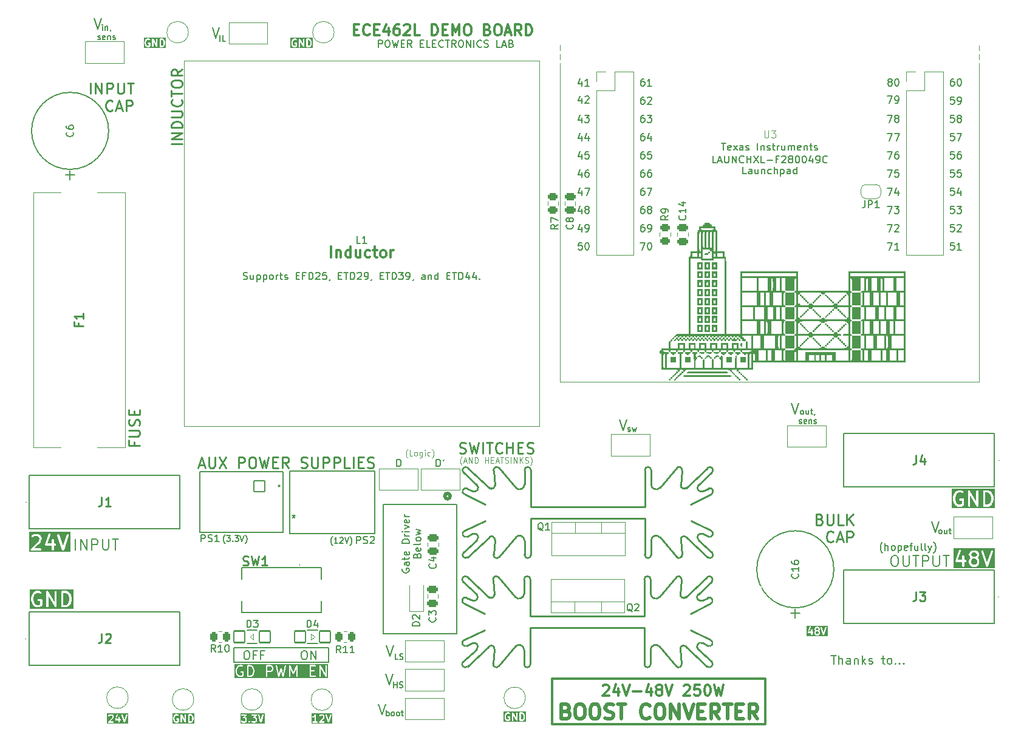
<source format=gto>
%TF.GenerationSoftware,KiCad,Pcbnew,8.0.4*%
%TF.CreationDate,2024-09-20T12:27:39-05:00*%
%TF.ProjectId,Boost_9_8,426f6f73-745f-4395-9f38-2e6b69636164,rev?*%
%TF.SameCoordinates,Original*%
%TF.FileFunction,Legend,Top*%
%TF.FilePolarity,Positive*%
%FSLAX46Y46*%
G04 Gerber Fmt 4.6, Leading zero omitted, Abs format (unit mm)*
G04 Created by KiCad (PCBNEW 8.0.4) date 2024-09-20 12:27:39*
%MOMM*%
%LPD*%
G01*
G04 APERTURE LIST*
G04 Aperture macros list*
%AMRoundRect*
0 Rectangle with rounded corners*
0 $1 Rounding radius*
0 $2 $3 $4 $5 $6 $7 $8 $9 X,Y pos of 4 corners*
0 Add a 4 corners polygon primitive as box body*
4,1,4,$2,$3,$4,$5,$6,$7,$8,$9,$2,$3,0*
0 Add four circle primitives for the rounded corners*
1,1,$1+$1,$2,$3*
1,1,$1+$1,$4,$5*
1,1,$1+$1,$6,$7*
1,1,$1+$1,$8,$9*
0 Add four rect primitives between the rounded corners*
20,1,$1+$1,$2,$3,$4,$5,0*
20,1,$1+$1,$4,$5,$6,$7,0*
20,1,$1+$1,$6,$7,$8,$9,0*
20,1,$1+$1,$8,$9,$2,$3,0*%
%AMFreePoly0*
4,1,19,0.500000,-0.750000,0.000000,-0.750000,0.000000,-0.744911,-0.071157,-0.744911,-0.207708,-0.704816,-0.327430,-0.627875,-0.420627,-0.520320,-0.479746,-0.390866,-0.500000,-0.250000,-0.500000,0.250000,-0.479746,0.390866,-0.420627,0.520320,-0.327430,0.627875,-0.207708,0.704816,-0.071157,0.744911,0.000000,0.744911,0.000000,0.750000,0.500000,0.750000,0.500000,-0.750000,0.500000,-0.750000,
$1*%
%AMFreePoly1*
4,1,19,0.000000,0.744911,0.071157,0.744911,0.207708,0.704816,0.327430,0.627875,0.420627,0.520320,0.479746,0.390866,0.500000,0.250000,0.500000,-0.250000,0.479746,-0.390866,0.420627,-0.520320,0.327430,-0.627875,0.207708,-0.704816,0.071157,-0.744911,0.000000,-0.744911,0.000000,-0.750000,-0.500000,-0.750000,-0.500000,0.750000,0.000000,0.750000,0.000000,0.744911,0.000000,0.744911,
$1*%
G04 Aperture macros list end*
%ADD10C,0.200000*%
%ADD11C,0.300000*%
%ADD12C,0.187500*%
%ADD13C,0.120000*%
%ADD14C,0.175000*%
%ADD15C,0.250000*%
%ADD16C,0.150000*%
%ADD17C,0.500000*%
%ADD18C,0.254000*%
%ADD19C,0.100000*%
%ADD20C,0.152400*%
%ADD21C,0.127000*%
%ADD22C,0.000000*%
%ADD23C,0.508000*%
%ADD24FreePoly0,180.000000*%
%ADD25FreePoly1,180.000000*%
%ADD26C,2.300000*%
%ADD27C,1.200000*%
%ADD28C,2.000000*%
%ADD29R,2.250000X2.250000*%
%ADD30C,2.250000*%
%ADD31R,1.200000X1.200000*%
%ADD32C,3.200000*%
%ADD33C,1.371600*%
%ADD34R,1.371600X1.371600*%
%ADD35R,1.905000X2.000000*%
%ADD36O,1.905000X2.000000*%
%ADD37RoundRect,0.250000X-0.450000X0.262500X-0.450000X-0.262500X0.450000X-0.262500X0.450000X0.262500X0*%
%ADD38RoundRect,0.250000X0.475000X-0.250000X0.475000X0.250000X-0.475000X0.250000X-0.475000X-0.250000X0*%
%ADD39RoundRect,0.102000X0.750000X0.800000X-0.750000X0.800000X-0.750000X-0.800000X0.750000X-0.800000X0*%
%ADD40RoundRect,0.250000X-0.262500X-0.450000X0.262500X-0.450000X0.262500X0.450000X-0.262500X0.450000X0*%
%ADD41R,1.300000X1.300000*%
%ADD42C,1.300000*%
%ADD43RoundRect,0.250000X0.450000X-0.262500X0.450000X0.262500X-0.450000X0.262500X-0.450000X-0.262500X0*%
%ADD44RoundRect,0.250000X0.262500X0.450000X-0.262500X0.450000X-0.262500X-0.450000X0.262500X-0.450000X0*%
%ADD45R,1.700000X1.700000*%
%ADD46O,1.700000X1.700000*%
%ADD47C,2.800000*%
%ADD48C,2.600000*%
%ADD49O,2.600000X4.200000*%
%ADD50C,3.600000*%
%ADD51RoundRect,0.250000X-0.475000X0.250000X-0.475000X-0.250000X0.475000X-0.250000X0.475000X0.250000X0*%
%ADD52RoundRect,0.102000X0.754000X0.754000X-0.754000X0.754000X-0.754000X-0.754000X0.754000X-0.754000X0*%
%ADD53C,1.712000*%
%ADD54RoundRect,0.102000X-0.750000X-0.800000X0.750000X-0.800000X0.750000X0.800000X-0.750000X0.800000X0*%
%ADD55R,1.625600X1.625600*%
%ADD56C,1.625600*%
%ADD57C,1.507998*%
%ADD58R,1.828800X1.828800*%
%ADD59C,1.828800*%
G04 APERTURE END LIST*
D10*
X131744013Y-130122423D02*
X132429728Y-130122423D01*
X132086870Y-131322423D02*
X132086870Y-130122423D01*
X132829728Y-131322423D02*
X132829728Y-130122423D01*
X133344014Y-131322423D02*
X133344014Y-130693852D01*
X133344014Y-130693852D02*
X133286871Y-130579566D01*
X133286871Y-130579566D02*
X133172585Y-130522423D01*
X133172585Y-130522423D02*
X133001156Y-130522423D01*
X133001156Y-130522423D02*
X132886871Y-130579566D01*
X132886871Y-130579566D02*
X132829728Y-130636709D01*
X134429728Y-131322423D02*
X134429728Y-130693852D01*
X134429728Y-130693852D02*
X134372585Y-130579566D01*
X134372585Y-130579566D02*
X134258299Y-130522423D01*
X134258299Y-130522423D02*
X134029728Y-130522423D01*
X134029728Y-130522423D02*
X133915442Y-130579566D01*
X134429728Y-131265281D02*
X134315442Y-131322423D01*
X134315442Y-131322423D02*
X134029728Y-131322423D01*
X134029728Y-131322423D02*
X133915442Y-131265281D01*
X133915442Y-131265281D02*
X133858299Y-131150995D01*
X133858299Y-131150995D02*
X133858299Y-131036709D01*
X133858299Y-131036709D02*
X133915442Y-130922423D01*
X133915442Y-130922423D02*
X134029728Y-130865281D01*
X134029728Y-130865281D02*
X134315442Y-130865281D01*
X134315442Y-130865281D02*
X134429728Y-130808138D01*
X135001156Y-130522423D02*
X135001156Y-131322423D01*
X135001156Y-130636709D02*
X135058299Y-130579566D01*
X135058299Y-130579566D02*
X135172584Y-130522423D01*
X135172584Y-130522423D02*
X135344013Y-130522423D01*
X135344013Y-130522423D02*
X135458299Y-130579566D01*
X135458299Y-130579566D02*
X135515442Y-130693852D01*
X135515442Y-130693852D02*
X135515442Y-131322423D01*
X136086870Y-131322423D02*
X136086870Y-130122423D01*
X136201156Y-130865281D02*
X136544013Y-131322423D01*
X136544013Y-130522423D02*
X136086870Y-130979566D01*
X137001156Y-131265281D02*
X137115442Y-131322423D01*
X137115442Y-131322423D02*
X137344013Y-131322423D01*
X137344013Y-131322423D02*
X137458299Y-131265281D01*
X137458299Y-131265281D02*
X137515442Y-131150995D01*
X137515442Y-131150995D02*
X137515442Y-131093852D01*
X137515442Y-131093852D02*
X137458299Y-130979566D01*
X137458299Y-130979566D02*
X137344013Y-130922423D01*
X137344013Y-130922423D02*
X137172585Y-130922423D01*
X137172585Y-130922423D02*
X137058299Y-130865281D01*
X137058299Y-130865281D02*
X137001156Y-130750995D01*
X137001156Y-130750995D02*
X137001156Y-130693852D01*
X137001156Y-130693852D02*
X137058299Y-130579566D01*
X137058299Y-130579566D02*
X137172585Y-130522423D01*
X137172585Y-130522423D02*
X137344013Y-130522423D01*
X137344013Y-130522423D02*
X137458299Y-130579566D01*
X138772585Y-130522423D02*
X139229728Y-130522423D01*
X138944014Y-130122423D02*
X138944014Y-131150995D01*
X138944014Y-131150995D02*
X139001157Y-131265281D01*
X139001157Y-131265281D02*
X139115442Y-131322423D01*
X139115442Y-131322423D02*
X139229728Y-131322423D01*
X139801156Y-131322423D02*
X139686871Y-131265281D01*
X139686871Y-131265281D02*
X139629728Y-131208138D01*
X139629728Y-131208138D02*
X139572585Y-131093852D01*
X139572585Y-131093852D02*
X139572585Y-130750995D01*
X139572585Y-130750995D02*
X139629728Y-130636709D01*
X139629728Y-130636709D02*
X139686871Y-130579566D01*
X139686871Y-130579566D02*
X139801156Y-130522423D01*
X139801156Y-130522423D02*
X139972585Y-130522423D01*
X139972585Y-130522423D02*
X140086871Y-130579566D01*
X140086871Y-130579566D02*
X140144014Y-130636709D01*
X140144014Y-130636709D02*
X140201156Y-130750995D01*
X140201156Y-130750995D02*
X140201156Y-131093852D01*
X140201156Y-131093852D02*
X140144014Y-131208138D01*
X140144014Y-131208138D02*
X140086871Y-131265281D01*
X140086871Y-131265281D02*
X139972585Y-131322423D01*
X139972585Y-131322423D02*
X139801156Y-131322423D01*
X140715442Y-131208138D02*
X140772585Y-131265281D01*
X140772585Y-131265281D02*
X140715442Y-131322423D01*
X140715442Y-131322423D02*
X140658299Y-131265281D01*
X140658299Y-131265281D02*
X140715442Y-131208138D01*
X140715442Y-131208138D02*
X140715442Y-131322423D01*
X141286871Y-131208138D02*
X141344014Y-131265281D01*
X141344014Y-131265281D02*
X141286871Y-131322423D01*
X141286871Y-131322423D02*
X141229728Y-131265281D01*
X141229728Y-131265281D02*
X141286871Y-131208138D01*
X141286871Y-131208138D02*
X141286871Y-131322423D01*
X141858300Y-131208138D02*
X141915443Y-131265281D01*
X141915443Y-131265281D02*
X141858300Y-131322423D01*
X141858300Y-131322423D02*
X141801157Y-131265281D01*
X141801157Y-131265281D02*
X141858300Y-131208138D01*
X141858300Y-131208138D02*
X141858300Y-131322423D01*
X48486000Y-129032000D02*
X61694000Y-129032000D01*
X61694000Y-131064000D01*
X48486000Y-131064000D01*
X48486000Y-129032000D01*
D11*
X92837000Y-133350000D02*
X122555000Y-133350000D01*
X122555000Y-139700000D01*
X92837000Y-139700000D01*
X92837000Y-133350000D01*
D10*
X69328000Y-109027000D02*
X79582000Y-109027000D01*
X79582000Y-127061000D01*
X69328000Y-127061000D01*
X69328000Y-109027000D01*
D12*
X102230000Y-97172178D02*
X102730000Y-98672178D01*
X102730000Y-98672178D02*
X103230000Y-97172178D01*
D13*
X72709994Y-102562617D02*
X72671899Y-102524521D01*
X72671899Y-102524521D02*
X72595708Y-102410236D01*
X72595708Y-102410236D02*
X72557613Y-102334045D01*
X72557613Y-102334045D02*
X72519518Y-102219760D01*
X72519518Y-102219760D02*
X72481423Y-102029283D01*
X72481423Y-102029283D02*
X72481423Y-101876902D01*
X72481423Y-101876902D02*
X72519518Y-101686426D01*
X72519518Y-101686426D02*
X72557613Y-101572140D01*
X72557613Y-101572140D02*
X72595708Y-101495950D01*
X72595708Y-101495950D02*
X72671899Y-101381664D01*
X72671899Y-101381664D02*
X72709994Y-101343569D01*
X73395708Y-102257855D02*
X73014756Y-102257855D01*
X73014756Y-102257855D02*
X73014756Y-101457855D01*
X73776660Y-102257855D02*
X73700470Y-102219760D01*
X73700470Y-102219760D02*
X73662375Y-102181664D01*
X73662375Y-102181664D02*
X73624279Y-102105474D01*
X73624279Y-102105474D02*
X73624279Y-101876902D01*
X73624279Y-101876902D02*
X73662375Y-101800712D01*
X73662375Y-101800712D02*
X73700470Y-101762617D01*
X73700470Y-101762617D02*
X73776660Y-101724521D01*
X73776660Y-101724521D02*
X73890946Y-101724521D01*
X73890946Y-101724521D02*
X73967137Y-101762617D01*
X73967137Y-101762617D02*
X74005232Y-101800712D01*
X74005232Y-101800712D02*
X74043327Y-101876902D01*
X74043327Y-101876902D02*
X74043327Y-102105474D01*
X74043327Y-102105474D02*
X74005232Y-102181664D01*
X74005232Y-102181664D02*
X73967137Y-102219760D01*
X73967137Y-102219760D02*
X73890946Y-102257855D01*
X73890946Y-102257855D02*
X73776660Y-102257855D01*
X74729042Y-101724521D02*
X74729042Y-102372140D01*
X74729042Y-102372140D02*
X74690947Y-102448331D01*
X74690947Y-102448331D02*
X74652851Y-102486426D01*
X74652851Y-102486426D02*
X74576661Y-102524521D01*
X74576661Y-102524521D02*
X74462375Y-102524521D01*
X74462375Y-102524521D02*
X74386185Y-102486426D01*
X74729042Y-102219760D02*
X74652851Y-102257855D01*
X74652851Y-102257855D02*
X74500470Y-102257855D01*
X74500470Y-102257855D02*
X74424280Y-102219760D01*
X74424280Y-102219760D02*
X74386185Y-102181664D01*
X74386185Y-102181664D02*
X74348089Y-102105474D01*
X74348089Y-102105474D02*
X74348089Y-101876902D01*
X74348089Y-101876902D02*
X74386185Y-101800712D01*
X74386185Y-101800712D02*
X74424280Y-101762617D01*
X74424280Y-101762617D02*
X74500470Y-101724521D01*
X74500470Y-101724521D02*
X74652851Y-101724521D01*
X74652851Y-101724521D02*
X74729042Y-101762617D01*
X75109995Y-102257855D02*
X75109995Y-101724521D01*
X75109995Y-101457855D02*
X75071899Y-101495950D01*
X75071899Y-101495950D02*
X75109995Y-101534045D01*
X75109995Y-101534045D02*
X75148090Y-101495950D01*
X75148090Y-101495950D02*
X75109995Y-101457855D01*
X75109995Y-101457855D02*
X75109995Y-101534045D01*
X75833804Y-102219760D02*
X75757613Y-102257855D01*
X75757613Y-102257855D02*
X75605232Y-102257855D01*
X75605232Y-102257855D02*
X75529042Y-102219760D01*
X75529042Y-102219760D02*
X75490947Y-102181664D01*
X75490947Y-102181664D02*
X75452851Y-102105474D01*
X75452851Y-102105474D02*
X75452851Y-101876902D01*
X75452851Y-101876902D02*
X75490947Y-101800712D01*
X75490947Y-101800712D02*
X75529042Y-101762617D01*
X75529042Y-101762617D02*
X75605232Y-101724521D01*
X75605232Y-101724521D02*
X75757613Y-101724521D01*
X75757613Y-101724521D02*
X75833804Y-101762617D01*
X76100470Y-102562617D02*
X76138565Y-102524521D01*
X76138565Y-102524521D02*
X76214756Y-102410236D01*
X76214756Y-102410236D02*
X76252851Y-102334045D01*
X76252851Y-102334045D02*
X76290946Y-102219760D01*
X76290946Y-102219760D02*
X76329042Y-102029283D01*
X76329042Y-102029283D02*
X76329042Y-101876902D01*
X76329042Y-101876902D02*
X76290946Y-101686426D01*
X76290946Y-101686426D02*
X76252851Y-101572140D01*
X76252851Y-101572140D02*
X76214756Y-101495950D01*
X76214756Y-101495950D02*
X76138565Y-101381664D01*
X76138565Y-101381664D02*
X76100470Y-101343569D01*
D12*
G36*
X33747839Y-139595730D02*
G01*
X30816845Y-139595730D01*
X30816845Y-139372580D01*
X30927956Y-139372580D01*
X30927956Y-139409158D01*
X30941954Y-139442954D01*
X30967820Y-139468820D01*
X30991717Y-139478717D01*
X31001615Y-139482818D01*
X31019905Y-139484619D01*
X31638952Y-139484619D01*
X31657242Y-139482818D01*
X31691037Y-139468819D01*
X31716902Y-139442954D01*
X31730901Y-139409159D01*
X31730901Y-139372579D01*
X31716902Y-139338784D01*
X31691037Y-139312919D01*
X31657242Y-139298920D01*
X31638952Y-139297119D01*
X31246237Y-139297119D01*
X31497545Y-139045810D01*
X31926891Y-139045810D01*
X31927956Y-139060795D01*
X31927956Y-139075825D01*
X31929245Y-139078937D01*
X31929484Y-139082297D01*
X31936204Y-139095736D01*
X31941955Y-139109620D01*
X31944336Y-139112001D01*
X31945843Y-139115014D01*
X31957195Y-139124860D01*
X31967820Y-139135485D01*
X31970930Y-139136773D01*
X31973477Y-139138982D01*
X31987734Y-139143734D01*
X32001615Y-139149484D01*
X32006397Y-139149954D01*
X32008180Y-139150549D01*
X32010648Y-139150373D01*
X32019905Y-139151285D01*
X32402345Y-139151285D01*
X32402345Y-139390869D01*
X32404146Y-139409159D01*
X32418145Y-139442954D01*
X32444010Y-139468819D01*
X32477805Y-139482818D01*
X32514385Y-139482818D01*
X32548180Y-139468819D01*
X32574045Y-139442954D01*
X32588044Y-139409159D01*
X32589845Y-139390869D01*
X32589845Y-139151285D01*
X32638952Y-139151285D01*
X32657242Y-139149484D01*
X32691037Y-139135485D01*
X32716902Y-139109620D01*
X32730901Y-139075825D01*
X32730901Y-139039245D01*
X32716902Y-139005450D01*
X32691037Y-138979585D01*
X32657242Y-138965586D01*
X32638952Y-138963785D01*
X32589845Y-138963785D01*
X32589845Y-138724202D01*
X32588044Y-138705912D01*
X32574045Y-138672117D01*
X32548180Y-138646252D01*
X32514385Y-138632253D01*
X32477805Y-138632253D01*
X32444010Y-138646252D01*
X32418145Y-138672117D01*
X32404146Y-138705912D01*
X32402345Y-138724202D01*
X32402345Y-138963785D01*
X32149976Y-138963785D01*
X32337040Y-138402594D01*
X32784034Y-138402594D01*
X32788109Y-138420515D01*
X33121442Y-139420515D01*
X33128934Y-139437297D01*
X33133324Y-139442358D01*
X33136319Y-139448348D01*
X33145199Y-139456050D01*
X33152902Y-139464931D01*
X33158890Y-139467925D01*
X33163953Y-139472316D01*
X33175110Y-139476035D01*
X33185619Y-139481289D01*
X33192298Y-139481763D01*
X33198656Y-139483883D01*
X33210383Y-139483049D01*
X33222106Y-139483883D01*
X33228460Y-139481764D01*
X33235143Y-139481290D01*
X33245659Y-139476031D01*
X33256809Y-139472315D01*
X33261868Y-139467926D01*
X33267860Y-139464931D01*
X33275563Y-139456049D01*
X33284443Y-139448348D01*
X33287437Y-139442359D01*
X33291828Y-139437297D01*
X33299320Y-139420515D01*
X33632653Y-138420516D01*
X33636728Y-138402595D01*
X33634134Y-138366107D01*
X33617776Y-138333390D01*
X33590142Y-138309423D01*
X33555439Y-138297855D01*
X33518952Y-138300449D01*
X33486235Y-138316807D01*
X33462267Y-138344441D01*
X33454775Y-138361223D01*
X33210381Y-139094405D01*
X32965987Y-138361223D01*
X32958495Y-138344441D01*
X32934527Y-138316807D01*
X32901810Y-138300448D01*
X32865323Y-138297855D01*
X32830620Y-138309422D01*
X32802986Y-138333390D01*
X32786627Y-138366107D01*
X32784034Y-138402594D01*
X32337040Y-138402594D01*
X32346939Y-138372897D01*
X32351014Y-138354976D01*
X32348420Y-138318488D01*
X32332062Y-138285771D01*
X32304428Y-138261804D01*
X32269725Y-138250236D01*
X32233238Y-138252830D01*
X32200521Y-138269188D01*
X32176553Y-138296822D01*
X32169061Y-138313604D01*
X31930966Y-139027889D01*
X31928904Y-139036955D01*
X31927956Y-139039245D01*
X31927956Y-139041126D01*
X31926891Y-139045810D01*
X31497545Y-139045810D01*
X31657624Y-138885731D01*
X31669284Y-138871525D01*
X31670573Y-138868412D01*
X31672780Y-138865868D01*
X31680272Y-138849086D01*
X31727891Y-138706230D01*
X31729953Y-138697161D01*
X31730901Y-138694873D01*
X31731227Y-138691556D01*
X31731966Y-138688309D01*
X31731790Y-138685839D01*
X31732702Y-138676583D01*
X31732702Y-138581345D01*
X31730901Y-138563055D01*
X31729611Y-138559942D01*
X31729373Y-138556583D01*
X31722804Y-138539418D01*
X31675186Y-138444181D01*
X31670229Y-138436307D01*
X31669283Y-138434022D01*
X31667171Y-138431448D01*
X31665395Y-138428627D01*
X31663523Y-138427004D01*
X31657624Y-138419815D01*
X31610005Y-138372197D01*
X31602816Y-138366296D01*
X31601194Y-138364426D01*
X31598375Y-138362651D01*
X31595799Y-138360537D01*
X31593509Y-138359588D01*
X31585640Y-138354635D01*
X31490402Y-138307016D01*
X31473238Y-138300448D01*
X31469878Y-138300209D01*
X31466766Y-138298920D01*
X31448476Y-138297119D01*
X31210381Y-138297119D01*
X31192091Y-138298920D01*
X31188978Y-138300209D01*
X31185619Y-138300448D01*
X31168454Y-138307017D01*
X31073217Y-138354635D01*
X31065343Y-138359591D01*
X31063058Y-138360538D01*
X31060484Y-138362649D01*
X31057663Y-138364426D01*
X31056040Y-138366297D01*
X31048851Y-138372197D01*
X31001233Y-138419816D01*
X30989573Y-138434022D01*
X30975575Y-138467818D01*
X30975575Y-138504396D01*
X30989573Y-138538192D01*
X31015439Y-138564058D01*
X31049235Y-138578056D01*
X31085813Y-138578056D01*
X31119609Y-138564058D01*
X31133815Y-138552398D01*
X31170676Y-138515537D01*
X31232513Y-138484619D01*
X31426344Y-138484619D01*
X31488180Y-138515536D01*
X31514283Y-138541640D01*
X31545202Y-138603477D01*
X31545202Y-138661370D01*
X31509392Y-138768798D01*
X30953614Y-139324578D01*
X30941954Y-139338784D01*
X30927956Y-139372580D01*
X30816845Y-139372580D01*
X30816845Y-138139125D01*
X33747839Y-138139125D01*
X33747839Y-139595730D01*
G37*
X26388497Y-115376678D02*
X26388497Y-113876678D01*
X27102783Y-115376678D02*
X27102783Y-113876678D01*
X27102783Y-113876678D02*
X27959926Y-115376678D01*
X27959926Y-115376678D02*
X27959926Y-113876678D01*
X28674212Y-115376678D02*
X28674212Y-113876678D01*
X28674212Y-113876678D02*
X29245641Y-113876678D01*
X29245641Y-113876678D02*
X29388498Y-113948107D01*
X29388498Y-113948107D02*
X29459927Y-114019535D01*
X29459927Y-114019535D02*
X29531355Y-114162392D01*
X29531355Y-114162392D02*
X29531355Y-114376678D01*
X29531355Y-114376678D02*
X29459927Y-114519535D01*
X29459927Y-114519535D02*
X29388498Y-114590964D01*
X29388498Y-114590964D02*
X29245641Y-114662392D01*
X29245641Y-114662392D02*
X28674212Y-114662392D01*
X30174212Y-113876678D02*
X30174212Y-115090964D01*
X30174212Y-115090964D02*
X30245641Y-115233821D01*
X30245641Y-115233821D02*
X30317070Y-115305250D01*
X30317070Y-115305250D02*
X30459927Y-115376678D01*
X30459927Y-115376678D02*
X30745641Y-115376678D01*
X30745641Y-115376678D02*
X30888498Y-115305250D01*
X30888498Y-115305250D02*
X30959927Y-115233821D01*
X30959927Y-115233821D02*
X31031355Y-115090964D01*
X31031355Y-115090964D02*
X31031355Y-113876678D01*
X31531356Y-113876678D02*
X32388499Y-113876678D01*
X31959927Y-115376678D02*
X31959927Y-113876678D01*
D14*
X146926380Y-113110995D02*
X146850190Y-113072900D01*
X146850190Y-113072900D02*
X146812095Y-113034804D01*
X146812095Y-113034804D02*
X146773999Y-112958614D01*
X146773999Y-112958614D02*
X146773999Y-112730042D01*
X146773999Y-112730042D02*
X146812095Y-112653852D01*
X146812095Y-112653852D02*
X146850190Y-112615757D01*
X146850190Y-112615757D02*
X146926380Y-112577661D01*
X146926380Y-112577661D02*
X147040666Y-112577661D01*
X147040666Y-112577661D02*
X147116857Y-112615757D01*
X147116857Y-112615757D02*
X147154952Y-112653852D01*
X147154952Y-112653852D02*
X147193047Y-112730042D01*
X147193047Y-112730042D02*
X147193047Y-112958614D01*
X147193047Y-112958614D02*
X147154952Y-113034804D01*
X147154952Y-113034804D02*
X147116857Y-113072900D01*
X147116857Y-113072900D02*
X147040666Y-113110995D01*
X147040666Y-113110995D02*
X146926380Y-113110995D01*
X147878762Y-112577661D02*
X147878762Y-113110995D01*
X147535905Y-112577661D02*
X147535905Y-112996709D01*
X147535905Y-112996709D02*
X147574000Y-113072900D01*
X147574000Y-113072900D02*
X147650190Y-113110995D01*
X147650190Y-113110995D02*
X147764476Y-113110995D01*
X147764476Y-113110995D02*
X147840667Y-113072900D01*
X147840667Y-113072900D02*
X147878762Y-113034804D01*
X148145429Y-112577661D02*
X148450191Y-112577661D01*
X148259715Y-112310995D02*
X148259715Y-112996709D01*
X148259715Y-112996709D02*
X148297810Y-113072900D01*
X148297810Y-113072900D02*
X148374000Y-113110995D01*
X148374000Y-113110995D02*
X148450191Y-113110995D01*
D15*
X41297428Y-58784760D02*
X39797428Y-58784760D01*
X41297428Y-58070474D02*
X39797428Y-58070474D01*
X39797428Y-58070474D02*
X41297428Y-57213331D01*
X41297428Y-57213331D02*
X39797428Y-57213331D01*
X41297428Y-56499045D02*
X39797428Y-56499045D01*
X39797428Y-56499045D02*
X39797428Y-56141902D01*
X39797428Y-56141902D02*
X39868857Y-55927616D01*
X39868857Y-55927616D02*
X40011714Y-55784759D01*
X40011714Y-55784759D02*
X40154571Y-55713330D01*
X40154571Y-55713330D02*
X40440285Y-55641902D01*
X40440285Y-55641902D02*
X40654571Y-55641902D01*
X40654571Y-55641902D02*
X40940285Y-55713330D01*
X40940285Y-55713330D02*
X41083142Y-55784759D01*
X41083142Y-55784759D02*
X41226000Y-55927616D01*
X41226000Y-55927616D02*
X41297428Y-56141902D01*
X41297428Y-56141902D02*
X41297428Y-56499045D01*
X39797428Y-54999045D02*
X41011714Y-54999045D01*
X41011714Y-54999045D02*
X41154571Y-54927616D01*
X41154571Y-54927616D02*
X41226000Y-54856188D01*
X41226000Y-54856188D02*
X41297428Y-54713330D01*
X41297428Y-54713330D02*
X41297428Y-54427616D01*
X41297428Y-54427616D02*
X41226000Y-54284759D01*
X41226000Y-54284759D02*
X41154571Y-54213330D01*
X41154571Y-54213330D02*
X41011714Y-54141902D01*
X41011714Y-54141902D02*
X39797428Y-54141902D01*
X41154571Y-52570473D02*
X41226000Y-52641901D01*
X41226000Y-52641901D02*
X41297428Y-52856187D01*
X41297428Y-52856187D02*
X41297428Y-52999044D01*
X41297428Y-52999044D02*
X41226000Y-53213330D01*
X41226000Y-53213330D02*
X41083142Y-53356187D01*
X41083142Y-53356187D02*
X40940285Y-53427616D01*
X40940285Y-53427616D02*
X40654571Y-53499044D01*
X40654571Y-53499044D02*
X40440285Y-53499044D01*
X40440285Y-53499044D02*
X40154571Y-53427616D01*
X40154571Y-53427616D02*
X40011714Y-53356187D01*
X40011714Y-53356187D02*
X39868857Y-53213330D01*
X39868857Y-53213330D02*
X39797428Y-52999044D01*
X39797428Y-52999044D02*
X39797428Y-52856187D01*
X39797428Y-52856187D02*
X39868857Y-52641901D01*
X39868857Y-52641901D02*
X39940285Y-52570473D01*
X39797428Y-52141901D02*
X39797428Y-51284759D01*
X41297428Y-51713330D02*
X39797428Y-51713330D01*
X39797428Y-50499044D02*
X39797428Y-50213330D01*
X39797428Y-50213330D02*
X39868857Y-50070473D01*
X39868857Y-50070473D02*
X40011714Y-49927616D01*
X40011714Y-49927616D02*
X40297428Y-49856187D01*
X40297428Y-49856187D02*
X40797428Y-49856187D01*
X40797428Y-49856187D02*
X41083142Y-49927616D01*
X41083142Y-49927616D02*
X41226000Y-50070473D01*
X41226000Y-50070473D02*
X41297428Y-50213330D01*
X41297428Y-50213330D02*
X41297428Y-50499044D01*
X41297428Y-50499044D02*
X41226000Y-50641902D01*
X41226000Y-50641902D02*
X41083142Y-50784759D01*
X41083142Y-50784759D02*
X40797428Y-50856187D01*
X40797428Y-50856187D02*
X40297428Y-50856187D01*
X40297428Y-50856187D02*
X40011714Y-50784759D01*
X40011714Y-50784759D02*
X39868857Y-50641902D01*
X39868857Y-50641902D02*
X39797428Y-50499044D01*
X41297428Y-48356187D02*
X40583142Y-48856187D01*
X41297428Y-49213330D02*
X39797428Y-49213330D01*
X39797428Y-49213330D02*
X39797428Y-48641901D01*
X39797428Y-48641901D02*
X39868857Y-48499044D01*
X39868857Y-48499044D02*
X39940285Y-48427615D01*
X39940285Y-48427615D02*
X40083142Y-48356187D01*
X40083142Y-48356187D02*
X40297428Y-48356187D01*
X40297428Y-48356187D02*
X40440285Y-48427615D01*
X40440285Y-48427615D02*
X40511714Y-48499044D01*
X40511714Y-48499044D02*
X40583142Y-48641901D01*
X40583142Y-48641901D02*
X40583142Y-49213330D01*
D10*
G36*
X42530837Y-138525240D02*
G01*
X42597910Y-138592313D01*
X42633362Y-138663218D01*
X42675333Y-138831099D01*
X42675333Y-138949337D01*
X42633362Y-139117218D01*
X42597909Y-139188124D01*
X42530838Y-139255197D01*
X42425773Y-139290219D01*
X42303905Y-139290219D01*
X42303905Y-138490219D01*
X42425773Y-138490219D01*
X42530837Y-138525240D01*
G37*
G36*
X42986444Y-139601330D02*
G01*
X39897556Y-139601330D01*
X39897556Y-138818790D01*
X40008667Y-138818790D01*
X40008667Y-138961647D01*
X40009002Y-138965049D01*
X40008785Y-138966508D01*
X40009864Y-138973805D01*
X40010588Y-138981156D01*
X40011152Y-138982519D01*
X40011653Y-138985901D01*
X40059272Y-139176376D01*
X40059785Y-139177813D01*
X40059837Y-139178536D01*
X40062945Y-139186660D01*
X40065867Y-139194837D01*
X40066297Y-139195417D01*
X40066843Y-139196844D01*
X40114462Y-139292082D01*
X40119744Y-139300474D01*
X40120757Y-139302918D01*
X40123013Y-139305667D01*
X40124905Y-139308672D01*
X40126899Y-139310401D01*
X40133194Y-139318071D01*
X40228432Y-139413311D01*
X40243585Y-139425747D01*
X40246904Y-139427122D01*
X40249620Y-139429477D01*
X40267520Y-139437468D01*
X40410377Y-139485087D01*
X40420049Y-139487286D01*
X40422491Y-139488298D01*
X40426028Y-139488646D01*
X40429492Y-139489434D01*
X40432126Y-139489246D01*
X40442000Y-139490219D01*
X40537238Y-139490219D01*
X40547111Y-139489246D01*
X40549745Y-139489434D01*
X40553208Y-139488646D01*
X40556747Y-139488298D01*
X40559189Y-139487286D01*
X40568861Y-139485087D01*
X40711717Y-139437468D01*
X40729618Y-139429477D01*
X40732333Y-139427122D01*
X40735653Y-139425747D01*
X40750806Y-139413310D01*
X40798425Y-139365690D01*
X40810862Y-139350537D01*
X40825793Y-139314488D01*
X40827714Y-139294980D01*
X40827714Y-138961647D01*
X40825793Y-138942138D01*
X40810861Y-138906090D01*
X40783271Y-138878500D01*
X40747223Y-138863568D01*
X40727714Y-138861647D01*
X40537238Y-138861647D01*
X40517729Y-138863568D01*
X40481681Y-138878500D01*
X40454091Y-138906090D01*
X40439159Y-138942138D01*
X40439159Y-138981156D01*
X40454091Y-139017204D01*
X40481681Y-139044794D01*
X40517729Y-139059726D01*
X40537238Y-139061647D01*
X40627714Y-139061647D01*
X40627714Y-139253559D01*
X40626075Y-139255197D01*
X40521011Y-139290219D01*
X40458226Y-139290219D01*
X40353161Y-139255197D01*
X40286091Y-139188127D01*
X40250637Y-139117218D01*
X40208667Y-138949337D01*
X40208667Y-138831100D01*
X40250637Y-138663218D01*
X40286090Y-138592312D01*
X40353162Y-138525240D01*
X40458226Y-138490219D01*
X40561250Y-138490219D01*
X40635373Y-138527281D01*
X40653682Y-138534287D01*
X40692602Y-138537053D01*
X40729618Y-138524714D01*
X40759095Y-138499149D01*
X40776544Y-138464251D01*
X40779309Y-138425331D01*
X40767606Y-138390219D01*
X41056286Y-138390219D01*
X41056286Y-139390219D01*
X41058207Y-139409728D01*
X41073139Y-139445776D01*
X41100729Y-139473366D01*
X41136777Y-139488298D01*
X41175795Y-139488298D01*
X41211843Y-139473366D01*
X41239433Y-139445776D01*
X41254365Y-139409728D01*
X41256286Y-139390219D01*
X41256286Y-138766775D01*
X41640890Y-139439833D01*
X41643808Y-139443943D01*
X41644567Y-139445776D01*
X41646433Y-139447642D01*
X41652237Y-139455818D01*
X41662753Y-139463962D01*
X41672157Y-139473366D01*
X41678044Y-139475804D01*
X41683086Y-139479709D01*
X41695918Y-139483208D01*
X41708205Y-139488298D01*
X41714581Y-139488298D01*
X41720730Y-139489975D01*
X41733923Y-139488298D01*
X41747223Y-139488298D01*
X41753111Y-139485858D01*
X41759436Y-139485055D01*
X41770985Y-139478454D01*
X41783271Y-139473366D01*
X41787778Y-139468858D01*
X41793313Y-139465696D01*
X41801457Y-139455179D01*
X41810861Y-139445776D01*
X41813299Y-139439888D01*
X41817204Y-139434847D01*
X41820703Y-139422014D01*
X41825793Y-139409728D01*
X41826775Y-139399750D01*
X41827470Y-139397204D01*
X41827219Y-139395236D01*
X41827714Y-139390219D01*
X41827714Y-138390219D01*
X42103905Y-138390219D01*
X42103905Y-139390219D01*
X42105826Y-139409728D01*
X42120758Y-139445776D01*
X42148348Y-139473366D01*
X42184396Y-139488298D01*
X42203905Y-139490219D01*
X42442000Y-139490219D01*
X42451873Y-139489246D01*
X42454507Y-139489434D01*
X42457970Y-139488646D01*
X42461509Y-139488298D01*
X42463951Y-139487286D01*
X42473623Y-139485087D01*
X42616479Y-139437468D01*
X42634380Y-139429477D01*
X42637095Y-139427122D01*
X42640415Y-139425747D01*
X42655568Y-139413310D01*
X42750806Y-139318071D01*
X42757098Y-139310404D01*
X42759095Y-139308673D01*
X42760988Y-139305665D01*
X42763243Y-139302918D01*
X42764254Y-139300476D01*
X42769538Y-139292082D01*
X42817157Y-139196845D01*
X42817703Y-139195416D01*
X42818133Y-139194837D01*
X42821054Y-139186660D01*
X42824163Y-139178536D01*
X42824214Y-139177815D01*
X42824728Y-139176377D01*
X42872347Y-138985901D01*
X42872847Y-138982519D01*
X42873412Y-138981156D01*
X42874135Y-138973805D01*
X42875215Y-138966508D01*
X42874997Y-138965049D01*
X42875333Y-138961647D01*
X42875333Y-138818790D01*
X42874997Y-138815387D01*
X42875215Y-138813929D01*
X42874135Y-138806631D01*
X42873412Y-138799281D01*
X42872847Y-138797917D01*
X42872347Y-138794536D01*
X42824728Y-138604060D01*
X42824214Y-138602621D01*
X42824163Y-138601901D01*
X42821054Y-138593776D01*
X42818133Y-138585600D01*
X42817703Y-138585020D01*
X42817157Y-138583592D01*
X42769538Y-138488355D01*
X42764251Y-138479956D01*
X42763242Y-138477519D01*
X42760990Y-138474775D01*
X42759095Y-138471764D01*
X42757097Y-138470031D01*
X42750806Y-138462365D01*
X42655568Y-138367127D01*
X42640414Y-138354691D01*
X42637095Y-138353316D01*
X42634380Y-138350961D01*
X42616479Y-138342970D01*
X42473623Y-138295351D01*
X42463951Y-138293151D01*
X42461509Y-138292140D01*
X42457970Y-138291791D01*
X42454507Y-138291004D01*
X42451873Y-138291191D01*
X42442000Y-138290219D01*
X42203905Y-138290219D01*
X42184396Y-138292140D01*
X42148348Y-138307072D01*
X42120758Y-138334662D01*
X42105826Y-138370710D01*
X42103905Y-138390219D01*
X41827714Y-138390219D01*
X41825793Y-138370710D01*
X41810861Y-138334662D01*
X41783271Y-138307072D01*
X41747223Y-138292140D01*
X41708205Y-138292140D01*
X41672157Y-138307072D01*
X41644567Y-138334662D01*
X41629635Y-138370710D01*
X41627714Y-138390219D01*
X41627714Y-139013662D01*
X41243110Y-138340605D01*
X41240191Y-138336494D01*
X41239433Y-138334662D01*
X41237566Y-138332795D01*
X41231763Y-138324620D01*
X41221248Y-138316477D01*
X41211843Y-138307072D01*
X41205952Y-138304632D01*
X41200914Y-138300730D01*
X41188085Y-138297231D01*
X41175795Y-138292140D01*
X41169420Y-138292140D01*
X41163271Y-138290463D01*
X41150078Y-138292140D01*
X41136777Y-138292140D01*
X41130888Y-138294579D01*
X41124564Y-138295383D01*
X41113014Y-138301983D01*
X41100729Y-138307072D01*
X41096221Y-138311579D01*
X41090687Y-138314742D01*
X41082544Y-138325256D01*
X41073139Y-138334662D01*
X41070699Y-138340552D01*
X41066797Y-138345591D01*
X41063298Y-138358419D01*
X41058207Y-138370710D01*
X41057224Y-138380687D01*
X41056530Y-138383234D01*
X41056780Y-138385201D01*
X41056286Y-138390219D01*
X40767606Y-138390219D01*
X40766971Y-138388315D01*
X40741406Y-138358838D01*
X40724816Y-138348395D01*
X40629578Y-138300776D01*
X40611270Y-138293770D01*
X40607686Y-138293515D01*
X40604366Y-138292140D01*
X40584857Y-138290219D01*
X40442000Y-138290219D01*
X40432126Y-138291191D01*
X40429492Y-138291004D01*
X40426028Y-138291791D01*
X40422491Y-138292140D01*
X40420049Y-138293151D01*
X40410377Y-138295351D01*
X40267520Y-138342970D01*
X40249620Y-138350961D01*
X40246904Y-138353316D01*
X40243586Y-138354691D01*
X40228432Y-138367127D01*
X40133194Y-138462365D01*
X40126899Y-138470035D01*
X40124905Y-138471765D01*
X40123011Y-138474772D01*
X40120758Y-138477519D01*
X40119747Y-138479958D01*
X40114462Y-138488355D01*
X40066843Y-138583593D01*
X40066297Y-138585019D01*
X40065867Y-138585600D01*
X40062945Y-138593776D01*
X40059837Y-138601901D01*
X40059785Y-138602623D01*
X40059272Y-138604061D01*
X40011653Y-138794536D01*
X40011152Y-138797917D01*
X40010588Y-138799281D01*
X40009864Y-138806631D01*
X40008785Y-138813929D01*
X40009002Y-138815387D01*
X40008667Y-138818790D01*
X39897556Y-138818790D01*
X39897556Y-138179108D01*
X42986444Y-138179108D01*
X42986444Y-139601330D01*
G37*
D11*
G36*
X151974063Y-116671297D02*
G01*
X152034877Y-116732111D01*
X152103393Y-116869143D01*
X152103393Y-117179275D01*
X152034876Y-117316307D01*
X151974062Y-117377122D01*
X151837031Y-117445638D01*
X151526898Y-117445638D01*
X151389866Y-117377122D01*
X151329052Y-117316307D01*
X151260536Y-117179275D01*
X151260536Y-116869143D01*
X151329052Y-116732111D01*
X151389865Y-116671297D01*
X151526899Y-116602780D01*
X151837030Y-116602780D01*
X151974063Y-116671297D01*
G37*
G36*
X151974063Y-115814154D02*
G01*
X152034877Y-115874968D01*
X152103393Y-116012000D01*
X152103393Y-116036418D01*
X152034877Y-116173450D01*
X151974063Y-116234264D01*
X151837031Y-116302780D01*
X151526898Y-116302780D01*
X151389866Y-116234264D01*
X151329052Y-116173450D01*
X151260536Y-116036418D01*
X151260536Y-116012000D01*
X151329052Y-115874968D01*
X151389866Y-115814154D01*
X151526898Y-115745638D01*
X151837031Y-115745638D01*
X151974063Y-115814154D01*
G37*
G36*
X154529199Y-117967860D02*
G01*
X148834730Y-117967860D01*
X148834730Y-116910211D01*
X149056952Y-116910211D01*
X149058656Y-116934187D01*
X149058656Y-116958235D01*
X149060718Y-116963215D01*
X149061101Y-116968591D01*
X149071853Y-116990095D01*
X149081054Y-117012307D01*
X149084864Y-117016117D01*
X149087275Y-117020938D01*
X149105436Y-117036689D01*
X149122438Y-117053691D01*
X149127417Y-117055753D01*
X149131489Y-117059285D01*
X149154293Y-117066886D01*
X149176510Y-117076089D01*
X149184163Y-117076842D01*
X149187014Y-117077793D01*
X149190962Y-117077512D01*
X149205774Y-117078971D01*
X150008155Y-117078971D01*
X150008155Y-117595638D01*
X150011037Y-117624902D01*
X150033435Y-117678974D01*
X150074819Y-117720358D01*
X150128891Y-117742756D01*
X150187419Y-117742756D01*
X150241491Y-117720358D01*
X150282875Y-117678974D01*
X150305273Y-117624902D01*
X150308155Y-117595638D01*
X150308155Y-117078971D01*
X150443869Y-117078971D01*
X150473133Y-117076089D01*
X150527205Y-117053691D01*
X150568589Y-117012307D01*
X150590987Y-116958235D01*
X150590987Y-116899707D01*
X150568589Y-116845635D01*
X150527205Y-116804251D01*
X150473133Y-116781853D01*
X150443869Y-116778971D01*
X150308155Y-116778971D01*
X150308155Y-116262304D01*
X150305273Y-116233040D01*
X150282875Y-116178968D01*
X150241491Y-116137584D01*
X150187419Y-116115186D01*
X150128891Y-116115186D01*
X150074819Y-116137584D01*
X150033435Y-116178968D01*
X150011037Y-116233040D01*
X150008155Y-116262304D01*
X150008155Y-116778971D01*
X149413888Y-116778971D01*
X149681348Y-115976590D01*
X150960536Y-115976590D01*
X150960536Y-116071828D01*
X150963418Y-116101092D01*
X150965479Y-116106069D01*
X150965862Y-116111447D01*
X150976372Y-116138910D01*
X151071610Y-116329386D01*
X151079537Y-116341979D01*
X151081053Y-116345639D01*
X151084434Y-116349758D01*
X151087275Y-116354272D01*
X151090269Y-116356868D01*
X151099708Y-116368370D01*
X151184118Y-116452780D01*
X151099708Y-116537191D01*
X151090269Y-116548692D01*
X151087275Y-116551289D01*
X151084434Y-116555802D01*
X151081053Y-116559922D01*
X151079537Y-116563581D01*
X151071610Y-116576175D01*
X150976372Y-116766651D01*
X150965862Y-116794114D01*
X150965479Y-116799491D01*
X150963418Y-116804469D01*
X150960536Y-116833733D01*
X150960536Y-117214685D01*
X150963418Y-117243949D01*
X150965479Y-117248926D01*
X150965862Y-117254304D01*
X150976372Y-117281767D01*
X151071610Y-117472243D01*
X151079537Y-117484836D01*
X151081053Y-117488496D01*
X151084434Y-117492616D01*
X151087275Y-117497129D01*
X151090268Y-117499725D01*
X151099707Y-117511226D01*
X151194946Y-117606466D01*
X151206448Y-117615906D01*
X151209044Y-117618899D01*
X151213553Y-117621737D01*
X151217676Y-117625121D01*
X151221338Y-117626637D01*
X151233930Y-117634564D01*
X151424406Y-117729802D01*
X151451870Y-117740312D01*
X151457245Y-117740693D01*
X151462224Y-117742756D01*
X151491488Y-117745638D01*
X151872441Y-117745638D01*
X151901705Y-117742756D01*
X151906682Y-117740694D01*
X151912060Y-117740312D01*
X151939523Y-117729802D01*
X152129999Y-117634564D01*
X152142594Y-117626635D01*
X152146253Y-117625120D01*
X152150370Y-117621740D01*
X152154885Y-117618899D01*
X152157482Y-117615904D01*
X152168984Y-117606465D01*
X152264222Y-117511226D01*
X152273660Y-117499724D01*
X152276654Y-117497129D01*
X152279494Y-117492616D01*
X152282877Y-117488495D01*
X152284393Y-117484833D01*
X152292319Y-117472243D01*
X152387557Y-117281767D01*
X152398067Y-117254303D01*
X152398448Y-117248927D01*
X152400511Y-117243949D01*
X152403393Y-117214685D01*
X152403393Y-116833733D01*
X152400511Y-116804469D01*
X152398448Y-116799490D01*
X152398067Y-116794115D01*
X152387557Y-116766651D01*
X152292319Y-116576175D01*
X152284391Y-116563581D01*
X152282876Y-116559922D01*
X152279494Y-116555802D01*
X152276654Y-116551289D01*
X152273660Y-116548692D01*
X152264221Y-116537191D01*
X152179810Y-116452780D01*
X152264221Y-116368370D01*
X152273660Y-116356868D01*
X152276654Y-116354272D01*
X152279494Y-116349758D01*
X152282876Y-116345639D01*
X152284391Y-116341979D01*
X152292319Y-116329386D01*
X152387557Y-116138910D01*
X152398067Y-116111446D01*
X152398448Y-116106070D01*
X152400511Y-116101092D01*
X152403393Y-116071828D01*
X152403393Y-115976590D01*
X152400511Y-115947326D01*
X152398448Y-115942347D01*
X152398067Y-115936972D01*
X152387557Y-115909508D01*
X152292319Y-115719032D01*
X152284391Y-115706438D01*
X152282876Y-115702779D01*
X152279494Y-115698659D01*
X152276654Y-115694146D01*
X152273660Y-115691549D01*
X152264221Y-115680048D01*
X152198571Y-115614398D01*
X152676000Y-115614398D01*
X152682519Y-115643072D01*
X153349186Y-117643072D01*
X153361174Y-117669923D01*
X153368196Y-117678019D01*
X153372989Y-117687605D01*
X153387197Y-117699928D01*
X153399521Y-117714137D01*
X153409106Y-117718929D01*
X153417203Y-117725952D01*
X153435044Y-117731899D01*
X153451868Y-117740311D01*
X153462560Y-117741071D01*
X153472727Y-117744460D01*
X153491483Y-117743127D01*
X153510249Y-117744461D01*
X153520419Y-117741070D01*
X153531108Y-117740311D01*
X153547929Y-117731900D01*
X153565773Y-117725952D01*
X153573869Y-117718929D01*
X153583455Y-117714137D01*
X153595778Y-117699928D01*
X153609987Y-117687605D01*
X153614779Y-117678019D01*
X153621802Y-117669923D01*
X153633790Y-117643072D01*
X154300457Y-115643072D01*
X154306977Y-115614399D01*
X154302828Y-115556019D01*
X154276654Y-115503672D01*
X154232440Y-115465324D01*
X154176915Y-115446816D01*
X154118535Y-115450965D01*
X154066188Y-115477139D01*
X154027841Y-115521353D01*
X154015852Y-115548204D01*
X153491488Y-117121296D01*
X152967125Y-115548204D01*
X152955136Y-115521353D01*
X152916789Y-115477139D01*
X152864442Y-115450965D01*
X152806062Y-115446816D01*
X152750537Y-115465324D01*
X152706323Y-115503671D01*
X152680149Y-115556018D01*
X152676000Y-115614398D01*
X152198571Y-115614398D01*
X152168983Y-115584810D01*
X152157481Y-115575371D01*
X152154885Y-115572377D01*
X152150371Y-115569536D01*
X152146252Y-115566155D01*
X152142592Y-115564639D01*
X152129999Y-115556712D01*
X151939523Y-115461474D01*
X151912060Y-115450964D01*
X151906682Y-115450581D01*
X151901705Y-115448520D01*
X151872441Y-115445638D01*
X151491488Y-115445638D01*
X151462224Y-115448520D01*
X151457245Y-115450582D01*
X151451870Y-115450964D01*
X151424406Y-115461474D01*
X151233930Y-115556712D01*
X151221336Y-115564639D01*
X151217677Y-115566155D01*
X151213557Y-115569536D01*
X151209044Y-115572377D01*
X151206447Y-115575370D01*
X151194946Y-115584810D01*
X151099708Y-115680048D01*
X151090269Y-115691549D01*
X151087275Y-115694146D01*
X151084434Y-115698659D01*
X151081053Y-115702779D01*
X151079537Y-115706438D01*
X151071610Y-115719032D01*
X150976372Y-115909508D01*
X150965862Y-115936971D01*
X150965479Y-115942348D01*
X150963418Y-115947326D01*
X150960536Y-115976590D01*
X149681348Y-115976590D01*
X149824267Y-115547834D01*
X149830786Y-115519160D01*
X149826637Y-115460780D01*
X149800463Y-115408433D01*
X149756249Y-115370086D01*
X149700725Y-115351577D01*
X149642344Y-115355727D01*
X149589997Y-115381901D01*
X149551650Y-115426115D01*
X149539662Y-115452966D01*
X149063471Y-116881537D01*
X149060172Y-116896046D01*
X149058656Y-116899707D01*
X149058656Y-116902715D01*
X149056952Y-116910211D01*
X148834730Y-116910211D01*
X148834730Y-115129355D01*
X154529199Y-115129355D01*
X154529199Y-117967860D01*
G37*
G36*
X153759700Y-107439981D02*
G01*
X153907925Y-107588206D01*
X153984914Y-107742184D01*
X154071679Y-108089244D01*
X154071679Y-108338031D01*
X153984914Y-108685091D01*
X153907924Y-108839069D01*
X153759700Y-108987294D01*
X153530669Y-109063638D01*
X153228822Y-109063638D01*
X153228822Y-107363638D01*
X153530669Y-107363638D01*
X153759700Y-107439981D01*
G37*
G36*
X154593901Y-109585860D02*
G01*
X148516124Y-109585860D01*
X148516124Y-108070780D01*
X148738346Y-108070780D01*
X148738346Y-108356495D01*
X148738848Y-108361598D01*
X148738523Y-108363786D01*
X148740142Y-108374736D01*
X148741228Y-108385759D01*
X148742075Y-108387803D01*
X148742825Y-108392875D01*
X148838063Y-108773827D01*
X148838833Y-108775982D01*
X148838910Y-108777066D01*
X148843577Y-108789262D01*
X148847956Y-108801518D01*
X148848600Y-108802388D01*
X148849420Y-108804529D01*
X148944658Y-108995005D01*
X148952585Y-109007598D01*
X148954101Y-109011258D01*
X148957482Y-109015377D01*
X148960323Y-109019891D01*
X148963317Y-109022487D01*
X148972756Y-109033989D01*
X149163231Y-109224465D01*
X149185962Y-109243120D01*
X149190941Y-109245182D01*
X149195013Y-109248714D01*
X149221864Y-109260703D01*
X149507579Y-109355941D01*
X149522091Y-109359240D01*
X149525749Y-109360756D01*
X149531051Y-109361278D01*
X149536253Y-109362461D01*
X149540207Y-109362179D01*
X149555013Y-109363638D01*
X149745489Y-109363638D01*
X149760300Y-109362179D01*
X149764250Y-109362460D01*
X149769444Y-109361278D01*
X149774753Y-109360756D01*
X149778415Y-109359238D01*
X149792923Y-109355940D01*
X150078637Y-109260702D01*
X150105488Y-109248714D01*
X150109559Y-109245182D01*
X150114539Y-109243120D01*
X150137270Y-109224465D01*
X150232508Y-109129226D01*
X150251163Y-109106495D01*
X150265203Y-109072597D01*
X150273559Y-109052425D01*
X150276441Y-109023161D01*
X150276441Y-108356495D01*
X150273559Y-108327231D01*
X150251161Y-108273159D01*
X150209777Y-108231775D01*
X150155705Y-108209377D01*
X150126441Y-108206495D01*
X149745489Y-108206495D01*
X149716225Y-108209377D01*
X149662153Y-108231775D01*
X149620769Y-108273159D01*
X149598371Y-108327231D01*
X149598371Y-108385759D01*
X149620769Y-108439831D01*
X149662153Y-108481215D01*
X149716225Y-108503613D01*
X149745489Y-108506495D01*
X149976441Y-108506495D01*
X149976441Y-108961029D01*
X149950174Y-108987296D01*
X149721149Y-109063638D01*
X149579356Y-109063638D01*
X149350324Y-108987294D01*
X149202100Y-108839069D01*
X149125111Y-108685091D01*
X149038346Y-108338030D01*
X149038346Y-108089244D01*
X149125111Y-107742183D01*
X149202100Y-107588206D01*
X149350324Y-107439981D01*
X149579356Y-107363638D01*
X149805317Y-107363638D01*
X149964121Y-107443040D01*
X149991585Y-107453550D01*
X150049965Y-107457698D01*
X150105487Y-107439191D01*
X150149702Y-107400844D01*
X150175877Y-107348495D01*
X150180025Y-107290115D01*
X150161518Y-107234592D01*
X150143345Y-107213638D01*
X150833584Y-107213638D01*
X150833584Y-109213638D01*
X150836466Y-109242902D01*
X150858864Y-109296974D01*
X150900248Y-109338358D01*
X150954320Y-109360756D01*
X151012848Y-109360756D01*
X151066920Y-109338358D01*
X151108304Y-109296974D01*
X151130702Y-109242902D01*
X151133584Y-109213638D01*
X151133584Y-107778472D01*
X151996204Y-109288059D01*
X152000583Y-109294228D01*
X152001721Y-109296974D01*
X152004519Y-109299772D01*
X152013226Y-109312037D01*
X152028997Y-109324250D01*
X152043105Y-109338358D01*
X152051940Y-109342017D01*
X152059500Y-109347872D01*
X152078742Y-109353119D01*
X152097177Y-109360756D01*
X152106741Y-109360756D01*
X152115963Y-109363271D01*
X152135749Y-109360756D01*
X152155705Y-109360756D01*
X152164539Y-109357096D01*
X152174024Y-109355891D01*
X152191346Y-109345992D01*
X152209777Y-109338358D01*
X152216537Y-109331597D01*
X152224840Y-109326853D01*
X152237053Y-109311081D01*
X152251161Y-109296974D01*
X152254820Y-109288138D01*
X152260675Y-109280579D01*
X152265922Y-109261337D01*
X152273559Y-109242902D01*
X152275033Y-109227930D01*
X152276074Y-109224115D01*
X152275699Y-109221168D01*
X152276441Y-109213638D01*
X152276441Y-107213638D01*
X152928822Y-107213638D01*
X152928822Y-109213638D01*
X152931704Y-109242902D01*
X152954102Y-109296974D01*
X152995486Y-109338358D01*
X153049558Y-109360756D01*
X153078822Y-109363638D01*
X153555012Y-109363638D01*
X153569823Y-109362179D01*
X153573772Y-109362460D01*
X153578967Y-109361278D01*
X153584276Y-109360756D01*
X153587936Y-109359239D01*
X153602446Y-109355941D01*
X153888161Y-109260703D01*
X153915012Y-109248714D01*
X153919081Y-109245184D01*
X153924063Y-109243121D01*
X153946793Y-109224466D01*
X154137269Y-109033989D01*
X154146708Y-109022487D01*
X154149702Y-109019891D01*
X154152542Y-109015377D01*
X154155924Y-109011258D01*
X154157439Y-109007598D01*
X154165367Y-108995005D01*
X154260605Y-108804529D01*
X154261423Y-108802390D01*
X154262069Y-108801519D01*
X154266453Y-108789245D01*
X154271115Y-108777065D01*
X154271191Y-108775982D01*
X154271962Y-108773827D01*
X154367200Y-108392876D01*
X154367950Y-108387803D01*
X154368797Y-108385759D01*
X154369882Y-108374737D01*
X154371502Y-108363786D01*
X154371176Y-108361598D01*
X154371679Y-108356495D01*
X154371679Y-108070780D01*
X154371176Y-108065676D01*
X154371502Y-108063489D01*
X154369882Y-108052537D01*
X154368797Y-108041516D01*
X154367950Y-108039471D01*
X154367200Y-108034399D01*
X154271962Y-107653448D01*
X154271191Y-107651292D01*
X154271115Y-107650210D01*
X154266453Y-107638029D01*
X154262069Y-107625756D01*
X154261423Y-107624884D01*
X154260605Y-107622746D01*
X154165367Y-107432270D01*
X154157439Y-107419676D01*
X154155924Y-107416017D01*
X154152542Y-107411897D01*
X154149702Y-107407384D01*
X154146708Y-107404787D01*
X154137269Y-107393286D01*
X153946793Y-107202810D01*
X153924062Y-107184155D01*
X153919082Y-107182092D01*
X153915012Y-107178562D01*
X153888161Y-107166573D01*
X153602446Y-107071335D01*
X153587936Y-107068036D01*
X153584276Y-107066520D01*
X153578967Y-107065997D01*
X153573772Y-107064816D01*
X153569823Y-107065096D01*
X153555012Y-107063638D01*
X153078822Y-107063638D01*
X153049558Y-107066520D01*
X152995486Y-107088918D01*
X152954102Y-107130302D01*
X152931704Y-107184374D01*
X152928822Y-107213638D01*
X152276441Y-107213638D01*
X152273559Y-107184374D01*
X152251161Y-107130302D01*
X152209777Y-107088918D01*
X152155705Y-107066520D01*
X152097177Y-107066520D01*
X152043105Y-107088918D01*
X152001721Y-107130302D01*
X151979323Y-107184374D01*
X151976441Y-107213638D01*
X151976441Y-108648803D01*
X151113820Y-107139217D01*
X151109442Y-107133049D01*
X151108304Y-107130302D01*
X151105504Y-107127502D01*
X151096799Y-107115239D01*
X151081027Y-107103025D01*
X151066920Y-107088918D01*
X151058084Y-107085258D01*
X151050525Y-107079404D01*
X151031280Y-107074155D01*
X151012848Y-107066520D01*
X151003286Y-107066520D01*
X150994061Y-107064004D01*
X150974270Y-107066520D01*
X150954320Y-107066520D01*
X150945486Y-107070179D01*
X150936001Y-107071385D01*
X150918678Y-107081283D01*
X150900248Y-107088918D01*
X150893487Y-107095678D01*
X150885185Y-107100423D01*
X150872971Y-107116194D01*
X150858864Y-107130302D01*
X150855204Y-107139137D01*
X150849350Y-107146697D01*
X150844101Y-107165941D01*
X150836466Y-107184374D01*
X150834992Y-107199340D01*
X150833950Y-107203161D01*
X150834325Y-107206112D01*
X150833584Y-107213638D01*
X150143345Y-107213638D01*
X150123171Y-107190377D01*
X150098285Y-107174712D01*
X149907809Y-107079474D01*
X149880346Y-107068964D01*
X149874968Y-107068581D01*
X149869991Y-107066520D01*
X149840727Y-107063638D01*
X149555013Y-107063638D01*
X149540207Y-107065096D01*
X149536253Y-107064815D01*
X149531051Y-107065997D01*
X149525749Y-107066520D01*
X149522091Y-107068035D01*
X149507579Y-107071335D01*
X149221864Y-107166573D01*
X149195013Y-107178562D01*
X149190942Y-107182092D01*
X149185963Y-107184155D01*
X149163232Y-107202810D01*
X148972756Y-107393286D01*
X148963317Y-107404787D01*
X148960323Y-107407384D01*
X148957482Y-107411897D01*
X148954101Y-107416017D01*
X148952585Y-107419676D01*
X148944658Y-107432270D01*
X148849420Y-107622746D01*
X148848600Y-107624886D01*
X148847956Y-107625757D01*
X148843577Y-107638012D01*
X148838910Y-107650209D01*
X148838833Y-107651292D01*
X148838063Y-107653448D01*
X148742825Y-108034400D01*
X148742075Y-108039471D01*
X148741228Y-108041516D01*
X148740142Y-108052538D01*
X148738523Y-108063489D01*
X148738848Y-108065676D01*
X148738346Y-108070780D01*
X148516124Y-108070780D01*
X148516124Y-106841416D01*
X154593901Y-106841416D01*
X154593901Y-109585860D01*
G37*
D12*
G36*
X62195839Y-139595730D02*
G01*
X59311399Y-139595730D01*
X59311399Y-138664857D01*
X59422510Y-138664857D01*
X59425103Y-138701345D01*
X59441462Y-138734063D01*
X59469097Y-138758030D01*
X59503798Y-138769597D01*
X59540286Y-138767004D01*
X59557450Y-138760436D01*
X59652688Y-138712817D01*
X59660557Y-138707863D01*
X59662847Y-138706915D01*
X59665423Y-138704800D01*
X59668242Y-138703026D01*
X59669864Y-138701155D01*
X59677053Y-138695255D01*
X59707488Y-138664820D01*
X59707488Y-139297119D01*
X59515524Y-139297119D01*
X59497234Y-139298920D01*
X59463439Y-139312919D01*
X59437574Y-139338784D01*
X59423575Y-139372579D01*
X59423575Y-139409159D01*
X59437574Y-139442954D01*
X59463439Y-139468819D01*
X59497234Y-139482818D01*
X59515524Y-139484619D01*
X60086952Y-139484619D01*
X60105242Y-139482818D01*
X60139037Y-139468819D01*
X60164902Y-139442954D01*
X60178901Y-139409159D01*
X60178901Y-139372580D01*
X60328337Y-139372580D01*
X60328337Y-139409158D01*
X60342335Y-139442954D01*
X60368201Y-139468820D01*
X60392098Y-139478717D01*
X60401996Y-139482818D01*
X60420286Y-139484619D01*
X61039333Y-139484619D01*
X61057623Y-139482818D01*
X61091418Y-139468819D01*
X61117283Y-139442954D01*
X61131282Y-139409159D01*
X61131282Y-139372579D01*
X61117283Y-139338784D01*
X61091418Y-139312919D01*
X61057623Y-139298920D01*
X61039333Y-139297119D01*
X60646618Y-139297119D01*
X61058005Y-138885731D01*
X61069665Y-138871525D01*
X61070954Y-138868412D01*
X61073161Y-138865868D01*
X61080653Y-138849086D01*
X61128272Y-138706230D01*
X61130334Y-138697161D01*
X61131282Y-138694873D01*
X61131608Y-138691556D01*
X61132347Y-138688309D01*
X61132171Y-138685839D01*
X61133083Y-138676583D01*
X61133083Y-138581345D01*
X61131282Y-138563055D01*
X61129992Y-138559942D01*
X61129754Y-138556583D01*
X61123185Y-138539418D01*
X61075567Y-138444181D01*
X61070610Y-138436307D01*
X61069664Y-138434022D01*
X61067552Y-138431448D01*
X61065776Y-138428627D01*
X61063904Y-138427004D01*
X61058005Y-138419815D01*
X61040784Y-138402594D01*
X61232034Y-138402594D01*
X61236109Y-138420515D01*
X61569442Y-139420515D01*
X61576934Y-139437297D01*
X61581324Y-139442358D01*
X61584319Y-139448348D01*
X61593199Y-139456050D01*
X61600902Y-139464931D01*
X61606890Y-139467925D01*
X61611953Y-139472316D01*
X61623110Y-139476035D01*
X61633619Y-139481289D01*
X61640298Y-139481763D01*
X61646656Y-139483883D01*
X61658383Y-139483049D01*
X61670106Y-139483883D01*
X61676460Y-139481764D01*
X61683143Y-139481290D01*
X61693659Y-139476031D01*
X61704809Y-139472315D01*
X61709868Y-139467926D01*
X61715860Y-139464931D01*
X61723563Y-139456049D01*
X61732443Y-139448348D01*
X61735437Y-139442359D01*
X61739828Y-139437297D01*
X61747320Y-139420515D01*
X62080653Y-138420516D01*
X62084728Y-138402595D01*
X62082134Y-138366107D01*
X62065776Y-138333390D01*
X62038142Y-138309423D01*
X62003439Y-138297855D01*
X61966952Y-138300449D01*
X61934235Y-138316807D01*
X61910267Y-138344441D01*
X61902775Y-138361223D01*
X61658381Y-139094405D01*
X61413987Y-138361223D01*
X61406495Y-138344441D01*
X61382527Y-138316807D01*
X61349810Y-138300448D01*
X61313323Y-138297855D01*
X61278620Y-138309422D01*
X61250986Y-138333390D01*
X61234627Y-138366107D01*
X61232034Y-138402594D01*
X61040784Y-138402594D01*
X61010386Y-138372197D01*
X61003197Y-138366296D01*
X61001575Y-138364426D01*
X60998756Y-138362651D01*
X60996180Y-138360537D01*
X60993890Y-138359588D01*
X60986021Y-138354635D01*
X60890783Y-138307016D01*
X60873619Y-138300448D01*
X60870259Y-138300209D01*
X60867147Y-138298920D01*
X60848857Y-138297119D01*
X60610762Y-138297119D01*
X60592472Y-138298920D01*
X60589359Y-138300209D01*
X60586000Y-138300448D01*
X60568835Y-138307017D01*
X60473598Y-138354635D01*
X60465724Y-138359591D01*
X60463439Y-138360538D01*
X60460865Y-138362649D01*
X60458044Y-138364426D01*
X60456421Y-138366297D01*
X60449232Y-138372197D01*
X60401614Y-138419816D01*
X60389954Y-138434022D01*
X60375956Y-138467818D01*
X60375956Y-138504396D01*
X60389954Y-138538192D01*
X60415820Y-138564058D01*
X60449616Y-138578056D01*
X60486194Y-138578056D01*
X60519990Y-138564058D01*
X60534196Y-138552398D01*
X60571057Y-138515537D01*
X60632894Y-138484619D01*
X60826725Y-138484619D01*
X60888561Y-138515536D01*
X60914664Y-138541640D01*
X60945583Y-138603477D01*
X60945583Y-138661370D01*
X60909773Y-138768798D01*
X60353995Y-139324578D01*
X60342335Y-139338784D01*
X60328337Y-139372580D01*
X60178901Y-139372580D01*
X60178901Y-139372579D01*
X60164902Y-139338784D01*
X60139037Y-139312919D01*
X60105242Y-139298920D01*
X60086952Y-139297119D01*
X59894988Y-139297119D01*
X59894988Y-138390869D01*
X59894981Y-138390802D01*
X59894988Y-138390770D01*
X59894968Y-138390673D01*
X59893187Y-138372579D01*
X59889634Y-138364001D01*
X59887814Y-138354902D01*
X59882703Y-138347270D01*
X59879188Y-138338784D01*
X59872625Y-138332221D01*
X59867460Y-138324508D01*
X59859815Y-138319411D01*
X59853323Y-138312919D01*
X59844750Y-138309367D01*
X59837024Y-138304217D01*
X59828012Y-138302434D01*
X59819528Y-138298920D01*
X59810245Y-138298920D01*
X59801140Y-138297119D01*
X59792135Y-138298920D01*
X59782948Y-138298920D01*
X59774370Y-138302473D01*
X59765271Y-138304293D01*
X59757638Y-138309404D01*
X59749153Y-138312919D01*
X59742592Y-138319479D01*
X59734877Y-138324646D01*
X59723355Y-138338716D01*
X59723288Y-138338784D01*
X59723275Y-138338814D01*
X59723233Y-138338866D01*
X59633143Y-138474001D01*
X59555229Y-138551914D01*
X59473598Y-138592730D01*
X59458044Y-138602521D01*
X59434077Y-138630156D01*
X59422510Y-138664857D01*
X59311399Y-138664857D01*
X59311399Y-138186008D01*
X62195839Y-138186008D01*
X62195839Y-139595730D01*
G37*
D15*
X43630187Y-103514857D02*
X44344473Y-103514857D01*
X43487330Y-103943428D02*
X43987330Y-102443428D01*
X43987330Y-102443428D02*
X44487330Y-103943428D01*
X44987329Y-102443428D02*
X44987329Y-103657714D01*
X44987329Y-103657714D02*
X45058758Y-103800571D01*
X45058758Y-103800571D02*
X45130187Y-103872000D01*
X45130187Y-103872000D02*
X45273044Y-103943428D01*
X45273044Y-103943428D02*
X45558758Y-103943428D01*
X45558758Y-103943428D02*
X45701615Y-103872000D01*
X45701615Y-103872000D02*
X45773044Y-103800571D01*
X45773044Y-103800571D02*
X45844472Y-103657714D01*
X45844472Y-103657714D02*
X45844472Y-102443428D01*
X46415901Y-102443428D02*
X47415901Y-103943428D01*
X47415901Y-102443428D02*
X46415901Y-103943428D01*
X49130186Y-103943428D02*
X49130186Y-102443428D01*
X49130186Y-102443428D02*
X49701615Y-102443428D01*
X49701615Y-102443428D02*
X49844472Y-102514857D01*
X49844472Y-102514857D02*
X49915901Y-102586285D01*
X49915901Y-102586285D02*
X49987329Y-102729142D01*
X49987329Y-102729142D02*
X49987329Y-102943428D01*
X49987329Y-102943428D02*
X49915901Y-103086285D01*
X49915901Y-103086285D02*
X49844472Y-103157714D01*
X49844472Y-103157714D02*
X49701615Y-103229142D01*
X49701615Y-103229142D02*
X49130186Y-103229142D01*
X50915901Y-102443428D02*
X51201615Y-102443428D01*
X51201615Y-102443428D02*
X51344472Y-102514857D01*
X51344472Y-102514857D02*
X51487329Y-102657714D01*
X51487329Y-102657714D02*
X51558758Y-102943428D01*
X51558758Y-102943428D02*
X51558758Y-103443428D01*
X51558758Y-103443428D02*
X51487329Y-103729142D01*
X51487329Y-103729142D02*
X51344472Y-103872000D01*
X51344472Y-103872000D02*
X51201615Y-103943428D01*
X51201615Y-103943428D02*
X50915901Y-103943428D01*
X50915901Y-103943428D02*
X50773044Y-103872000D01*
X50773044Y-103872000D02*
X50630186Y-103729142D01*
X50630186Y-103729142D02*
X50558758Y-103443428D01*
X50558758Y-103443428D02*
X50558758Y-102943428D01*
X50558758Y-102943428D02*
X50630186Y-102657714D01*
X50630186Y-102657714D02*
X50773044Y-102514857D01*
X50773044Y-102514857D02*
X50915901Y-102443428D01*
X52058758Y-102443428D02*
X52415901Y-103943428D01*
X52415901Y-103943428D02*
X52701615Y-102872000D01*
X52701615Y-102872000D02*
X52987330Y-103943428D01*
X52987330Y-103943428D02*
X53344473Y-102443428D01*
X53915901Y-103157714D02*
X54415901Y-103157714D01*
X54630187Y-103943428D02*
X53915901Y-103943428D01*
X53915901Y-103943428D02*
X53915901Y-102443428D01*
X53915901Y-102443428D02*
X54630187Y-102443428D01*
X56130187Y-103943428D02*
X55630187Y-103229142D01*
X55273044Y-103943428D02*
X55273044Y-102443428D01*
X55273044Y-102443428D02*
X55844473Y-102443428D01*
X55844473Y-102443428D02*
X55987330Y-102514857D01*
X55987330Y-102514857D02*
X56058759Y-102586285D01*
X56058759Y-102586285D02*
X56130187Y-102729142D01*
X56130187Y-102729142D02*
X56130187Y-102943428D01*
X56130187Y-102943428D02*
X56058759Y-103086285D01*
X56058759Y-103086285D02*
X55987330Y-103157714D01*
X55987330Y-103157714D02*
X55844473Y-103229142D01*
X55844473Y-103229142D02*
X55273044Y-103229142D01*
X57844473Y-103872000D02*
X58058759Y-103943428D01*
X58058759Y-103943428D02*
X58415901Y-103943428D01*
X58415901Y-103943428D02*
X58558759Y-103872000D01*
X58558759Y-103872000D02*
X58630187Y-103800571D01*
X58630187Y-103800571D02*
X58701616Y-103657714D01*
X58701616Y-103657714D02*
X58701616Y-103514857D01*
X58701616Y-103514857D02*
X58630187Y-103372000D01*
X58630187Y-103372000D02*
X58558759Y-103300571D01*
X58558759Y-103300571D02*
X58415901Y-103229142D01*
X58415901Y-103229142D02*
X58130187Y-103157714D01*
X58130187Y-103157714D02*
X57987330Y-103086285D01*
X57987330Y-103086285D02*
X57915901Y-103014857D01*
X57915901Y-103014857D02*
X57844473Y-102872000D01*
X57844473Y-102872000D02*
X57844473Y-102729142D01*
X57844473Y-102729142D02*
X57915901Y-102586285D01*
X57915901Y-102586285D02*
X57987330Y-102514857D01*
X57987330Y-102514857D02*
X58130187Y-102443428D01*
X58130187Y-102443428D02*
X58487330Y-102443428D01*
X58487330Y-102443428D02*
X58701616Y-102514857D01*
X59344472Y-102443428D02*
X59344472Y-103657714D01*
X59344472Y-103657714D02*
X59415901Y-103800571D01*
X59415901Y-103800571D02*
X59487330Y-103872000D01*
X59487330Y-103872000D02*
X59630187Y-103943428D01*
X59630187Y-103943428D02*
X59915901Y-103943428D01*
X59915901Y-103943428D02*
X60058758Y-103872000D01*
X60058758Y-103872000D02*
X60130187Y-103800571D01*
X60130187Y-103800571D02*
X60201615Y-103657714D01*
X60201615Y-103657714D02*
X60201615Y-102443428D01*
X60915901Y-103943428D02*
X60915901Y-102443428D01*
X60915901Y-102443428D02*
X61487330Y-102443428D01*
X61487330Y-102443428D02*
X61630187Y-102514857D01*
X61630187Y-102514857D02*
X61701616Y-102586285D01*
X61701616Y-102586285D02*
X61773044Y-102729142D01*
X61773044Y-102729142D02*
X61773044Y-102943428D01*
X61773044Y-102943428D02*
X61701616Y-103086285D01*
X61701616Y-103086285D02*
X61630187Y-103157714D01*
X61630187Y-103157714D02*
X61487330Y-103229142D01*
X61487330Y-103229142D02*
X60915901Y-103229142D01*
X62415901Y-103943428D02*
X62415901Y-102443428D01*
X62415901Y-102443428D02*
X62987330Y-102443428D01*
X62987330Y-102443428D02*
X63130187Y-102514857D01*
X63130187Y-102514857D02*
X63201616Y-102586285D01*
X63201616Y-102586285D02*
X63273044Y-102729142D01*
X63273044Y-102729142D02*
X63273044Y-102943428D01*
X63273044Y-102943428D02*
X63201616Y-103086285D01*
X63201616Y-103086285D02*
X63130187Y-103157714D01*
X63130187Y-103157714D02*
X62987330Y-103229142D01*
X62987330Y-103229142D02*
X62415901Y-103229142D01*
X64630187Y-103943428D02*
X63915901Y-103943428D01*
X63915901Y-103943428D02*
X63915901Y-102443428D01*
X65130187Y-103943428D02*
X65130187Y-102443428D01*
X65844473Y-103157714D02*
X66344473Y-103157714D01*
X66558759Y-103943428D02*
X65844473Y-103943428D01*
X65844473Y-103943428D02*
X65844473Y-102443428D01*
X65844473Y-102443428D02*
X66558759Y-102443428D01*
X67130188Y-103872000D02*
X67344474Y-103943428D01*
X67344474Y-103943428D02*
X67701616Y-103943428D01*
X67701616Y-103943428D02*
X67844474Y-103872000D01*
X67844474Y-103872000D02*
X67915902Y-103800571D01*
X67915902Y-103800571D02*
X67987331Y-103657714D01*
X67987331Y-103657714D02*
X67987331Y-103514857D01*
X67987331Y-103514857D02*
X67915902Y-103372000D01*
X67915902Y-103372000D02*
X67844474Y-103300571D01*
X67844474Y-103300571D02*
X67701616Y-103229142D01*
X67701616Y-103229142D02*
X67415902Y-103157714D01*
X67415902Y-103157714D02*
X67273045Y-103086285D01*
X67273045Y-103086285D02*
X67201616Y-103014857D01*
X67201616Y-103014857D02*
X67130188Y-102872000D01*
X67130188Y-102872000D02*
X67130188Y-102729142D01*
X67130188Y-102729142D02*
X67201616Y-102586285D01*
X67201616Y-102586285D02*
X67273045Y-102514857D01*
X67273045Y-102514857D02*
X67415902Y-102443428D01*
X67415902Y-102443428D02*
X67773045Y-102443428D01*
X67773045Y-102443428D02*
X67987331Y-102514857D01*
D14*
X103409523Y-98822900D02*
X103485714Y-98860995D01*
X103485714Y-98860995D02*
X103638095Y-98860995D01*
X103638095Y-98860995D02*
X103714285Y-98822900D01*
X103714285Y-98822900D02*
X103752381Y-98746709D01*
X103752381Y-98746709D02*
X103752381Y-98708614D01*
X103752381Y-98708614D02*
X103714285Y-98632423D01*
X103714285Y-98632423D02*
X103638095Y-98594328D01*
X103638095Y-98594328D02*
X103523809Y-98594328D01*
X103523809Y-98594328D02*
X103447619Y-98556233D01*
X103447619Y-98556233D02*
X103409523Y-98480042D01*
X103409523Y-98480042D02*
X103409523Y-98441947D01*
X103409523Y-98441947D02*
X103447619Y-98365757D01*
X103447619Y-98365757D02*
X103523809Y-98327661D01*
X103523809Y-98327661D02*
X103638095Y-98327661D01*
X103638095Y-98327661D02*
X103714285Y-98365757D01*
X104019047Y-98327661D02*
X104171428Y-98860995D01*
X104171428Y-98860995D02*
X104323809Y-98480042D01*
X104323809Y-98480042D02*
X104476190Y-98860995D01*
X104476190Y-98860995D02*
X104628571Y-98327661D01*
D16*
X139617411Y-59829819D02*
X140284077Y-59829819D01*
X140284077Y-59829819D02*
X139855506Y-60829819D01*
X141093601Y-59829819D02*
X140903125Y-59829819D01*
X140903125Y-59829819D02*
X140807887Y-59877438D01*
X140807887Y-59877438D02*
X140760268Y-59925057D01*
X140760268Y-59925057D02*
X140665030Y-60067914D01*
X140665030Y-60067914D02*
X140617411Y-60258390D01*
X140617411Y-60258390D02*
X140617411Y-60639342D01*
X140617411Y-60639342D02*
X140665030Y-60734580D01*
X140665030Y-60734580D02*
X140712649Y-60782200D01*
X140712649Y-60782200D02*
X140807887Y-60829819D01*
X140807887Y-60829819D02*
X140998363Y-60829819D01*
X140998363Y-60829819D02*
X141093601Y-60782200D01*
X141093601Y-60782200D02*
X141141220Y-60734580D01*
X141141220Y-60734580D02*
X141188839Y-60639342D01*
X141188839Y-60639342D02*
X141188839Y-60401247D01*
X141188839Y-60401247D02*
X141141220Y-60306009D01*
X141141220Y-60306009D02*
X141093601Y-60258390D01*
X141093601Y-60258390D02*
X140998363Y-60210771D01*
X140998363Y-60210771D02*
X140807887Y-60210771D01*
X140807887Y-60210771D02*
X140712649Y-60258390D01*
X140712649Y-60258390D02*
X140665030Y-60306009D01*
X140665030Y-60306009D02*
X140617411Y-60401247D01*
D12*
X68632212Y-136860178D02*
X69132212Y-138360178D01*
X69132212Y-138360178D02*
X69632212Y-136860178D01*
D11*
G36*
X25713745Y-115681860D02*
G01*
X19925742Y-115681860D01*
X19925742Y-115280374D01*
X20147964Y-115280374D01*
X20147964Y-115338902D01*
X20157241Y-115361299D01*
X20170361Y-115392973D01*
X20211747Y-115434359D01*
X20243421Y-115447478D01*
X20265818Y-115456756D01*
X20295082Y-115459638D01*
X21533177Y-115459638D01*
X21562441Y-115456756D01*
X21616513Y-115434358D01*
X21657897Y-115392974D01*
X21680295Y-115338902D01*
X21680295Y-115280374D01*
X21657897Y-115226302D01*
X21616513Y-115184918D01*
X21562441Y-115162520D01*
X21533177Y-115159638D01*
X20657214Y-115159638D01*
X21192640Y-114624211D01*
X22146260Y-114624211D01*
X22147964Y-114648187D01*
X22147964Y-114672235D01*
X22150026Y-114677215D01*
X22150409Y-114682591D01*
X22161161Y-114704095D01*
X22170362Y-114726307D01*
X22174172Y-114730117D01*
X22176583Y-114734938D01*
X22194744Y-114750689D01*
X22211746Y-114767691D01*
X22216725Y-114769753D01*
X22220797Y-114773285D01*
X22243601Y-114780886D01*
X22265818Y-114790089D01*
X22273471Y-114790842D01*
X22276322Y-114791793D01*
X22280270Y-114791512D01*
X22295082Y-114792971D01*
X23097463Y-114792971D01*
X23097463Y-115309638D01*
X23100345Y-115338902D01*
X23122743Y-115392974D01*
X23164127Y-115434358D01*
X23218199Y-115456756D01*
X23276727Y-115456756D01*
X23330799Y-115434358D01*
X23372183Y-115392974D01*
X23394581Y-115338902D01*
X23397463Y-115309638D01*
X23397463Y-114792971D01*
X23533177Y-114792971D01*
X23562441Y-114790089D01*
X23616513Y-114767691D01*
X23657897Y-114726307D01*
X23680295Y-114672235D01*
X23680295Y-114613707D01*
X23657897Y-114559635D01*
X23616513Y-114518251D01*
X23562441Y-114495853D01*
X23533177Y-114492971D01*
X23397463Y-114492971D01*
X23397463Y-113976304D01*
X23394581Y-113947040D01*
X23372183Y-113892968D01*
X23330799Y-113851584D01*
X23276727Y-113829186D01*
X23218199Y-113829186D01*
X23164127Y-113851584D01*
X23122743Y-113892968D01*
X23100345Y-113947040D01*
X23097463Y-113976304D01*
X23097463Y-114492971D01*
X22503196Y-114492971D01*
X22891387Y-113328398D01*
X23860546Y-113328398D01*
X23867065Y-113357072D01*
X24533732Y-115357072D01*
X24545720Y-115383923D01*
X24552742Y-115392019D01*
X24557535Y-115401605D01*
X24571743Y-115413928D01*
X24584067Y-115428137D01*
X24593652Y-115432929D01*
X24601749Y-115439952D01*
X24619590Y-115445899D01*
X24636414Y-115454311D01*
X24647106Y-115455071D01*
X24657273Y-115458460D01*
X24676029Y-115457127D01*
X24694795Y-115458461D01*
X24704965Y-115455070D01*
X24715654Y-115454311D01*
X24732475Y-115445900D01*
X24750319Y-115439952D01*
X24758415Y-115432929D01*
X24768001Y-115428137D01*
X24780324Y-115413928D01*
X24794533Y-115401605D01*
X24799325Y-115392019D01*
X24806348Y-115383923D01*
X24818336Y-115357072D01*
X25485003Y-113357072D01*
X25491523Y-113328399D01*
X25487374Y-113270019D01*
X25461200Y-113217672D01*
X25416986Y-113179324D01*
X25361461Y-113160816D01*
X25303081Y-113164965D01*
X25250734Y-113191139D01*
X25212387Y-113235353D01*
X25200398Y-113262204D01*
X24676034Y-114835296D01*
X24151671Y-113262204D01*
X24139682Y-113235353D01*
X24101335Y-113191139D01*
X24048988Y-113164965D01*
X23990608Y-113160816D01*
X23935083Y-113179324D01*
X23890869Y-113217671D01*
X23864695Y-113270018D01*
X23860546Y-113328398D01*
X22891387Y-113328398D01*
X22913575Y-113261834D01*
X22920094Y-113233160D01*
X22915945Y-113174780D01*
X22889771Y-113122433D01*
X22845557Y-113084086D01*
X22790033Y-113065577D01*
X22731652Y-113069727D01*
X22679305Y-113095901D01*
X22640958Y-113140115D01*
X22628970Y-113166966D01*
X22152779Y-114595537D01*
X22149480Y-114610046D01*
X22147964Y-114613707D01*
X22147964Y-114616715D01*
X22146260Y-114624211D01*
X21192640Y-114624211D01*
X21544005Y-114272846D01*
X21562660Y-114250115D01*
X21564722Y-114245135D01*
X21568253Y-114241065D01*
X21580241Y-114214214D01*
X21675479Y-113928500D01*
X21678777Y-113913992D01*
X21680295Y-113910330D01*
X21680817Y-113905021D01*
X21681999Y-113899827D01*
X21681718Y-113895877D01*
X21683177Y-113881066D01*
X21683177Y-113690590D01*
X21680295Y-113661326D01*
X21678232Y-113656347D01*
X21677851Y-113650972D01*
X21667341Y-113623508D01*
X21572103Y-113433032D01*
X21564175Y-113420438D01*
X21562660Y-113416779D01*
X21559278Y-113412659D01*
X21556438Y-113408146D01*
X21553444Y-113405549D01*
X21544005Y-113394048D01*
X21448767Y-113298810D01*
X21437265Y-113289371D01*
X21434669Y-113286377D01*
X21430155Y-113283536D01*
X21426036Y-113280155D01*
X21422376Y-113278639D01*
X21409783Y-113270712D01*
X21219307Y-113175474D01*
X21191844Y-113164964D01*
X21186466Y-113164581D01*
X21181489Y-113162520D01*
X21152225Y-113159638D01*
X20676034Y-113159638D01*
X20646770Y-113162520D01*
X20641791Y-113164582D01*
X20636416Y-113164964D01*
X20608952Y-113175474D01*
X20418476Y-113270712D01*
X20405882Y-113278639D01*
X20402223Y-113280155D01*
X20398103Y-113283536D01*
X20393590Y-113286377D01*
X20390993Y-113289370D01*
X20379492Y-113298810D01*
X20284254Y-113394048D01*
X20265599Y-113416779D01*
X20243202Y-113470851D01*
X20243202Y-113529377D01*
X20265599Y-113583449D01*
X20306985Y-113624835D01*
X20361057Y-113647232D01*
X20419583Y-113647232D01*
X20473655Y-113624835D01*
X20496386Y-113606180D01*
X20574412Y-113528154D01*
X20711444Y-113459638D01*
X21116815Y-113459638D01*
X21253847Y-113528154D01*
X21314661Y-113588968D01*
X21383177Y-113726000D01*
X21383177Y-113856726D01*
X21306834Y-114085752D01*
X20189016Y-115203572D01*
X20170361Y-115226303D01*
X20157241Y-115257977D01*
X20147964Y-115280374D01*
X19925742Y-115280374D01*
X19925742Y-112843355D01*
X25713745Y-112843355D01*
X25713745Y-115681860D01*
G37*
D15*
X130156954Y-111102798D02*
X130371240Y-111174226D01*
X130371240Y-111174226D02*
X130442669Y-111245655D01*
X130442669Y-111245655D02*
X130514097Y-111388512D01*
X130514097Y-111388512D02*
X130514097Y-111602798D01*
X130514097Y-111602798D02*
X130442669Y-111745655D01*
X130442669Y-111745655D02*
X130371240Y-111817084D01*
X130371240Y-111817084D02*
X130228383Y-111888512D01*
X130228383Y-111888512D02*
X129656954Y-111888512D01*
X129656954Y-111888512D02*
X129656954Y-110388512D01*
X129656954Y-110388512D02*
X130156954Y-110388512D01*
X130156954Y-110388512D02*
X130299812Y-110459941D01*
X130299812Y-110459941D02*
X130371240Y-110531369D01*
X130371240Y-110531369D02*
X130442669Y-110674226D01*
X130442669Y-110674226D02*
X130442669Y-110817084D01*
X130442669Y-110817084D02*
X130371240Y-110959941D01*
X130371240Y-110959941D02*
X130299812Y-111031369D01*
X130299812Y-111031369D02*
X130156954Y-111102798D01*
X130156954Y-111102798D02*
X129656954Y-111102798D01*
X131156954Y-110388512D02*
X131156954Y-111602798D01*
X131156954Y-111602798D02*
X131228383Y-111745655D01*
X131228383Y-111745655D02*
X131299812Y-111817084D01*
X131299812Y-111817084D02*
X131442669Y-111888512D01*
X131442669Y-111888512D02*
X131728383Y-111888512D01*
X131728383Y-111888512D02*
X131871240Y-111817084D01*
X131871240Y-111817084D02*
X131942669Y-111745655D01*
X131942669Y-111745655D02*
X132014097Y-111602798D01*
X132014097Y-111602798D02*
X132014097Y-110388512D01*
X133442669Y-111888512D02*
X132728383Y-111888512D01*
X132728383Y-111888512D02*
X132728383Y-110388512D01*
X133942669Y-111888512D02*
X133942669Y-110388512D01*
X134799812Y-111888512D02*
X134156955Y-111031369D01*
X134799812Y-110388512D02*
X133942669Y-111245655D01*
X132014098Y-114160571D02*
X131942670Y-114232000D01*
X131942670Y-114232000D02*
X131728384Y-114303428D01*
X131728384Y-114303428D02*
X131585527Y-114303428D01*
X131585527Y-114303428D02*
X131371241Y-114232000D01*
X131371241Y-114232000D02*
X131228384Y-114089142D01*
X131228384Y-114089142D02*
X131156955Y-113946285D01*
X131156955Y-113946285D02*
X131085527Y-113660571D01*
X131085527Y-113660571D02*
X131085527Y-113446285D01*
X131085527Y-113446285D02*
X131156955Y-113160571D01*
X131156955Y-113160571D02*
X131228384Y-113017714D01*
X131228384Y-113017714D02*
X131371241Y-112874857D01*
X131371241Y-112874857D02*
X131585527Y-112803428D01*
X131585527Y-112803428D02*
X131728384Y-112803428D01*
X131728384Y-112803428D02*
X131942670Y-112874857D01*
X131942670Y-112874857D02*
X132014098Y-112946285D01*
X132585527Y-113874857D02*
X133299813Y-113874857D01*
X132442670Y-114303428D02*
X132942670Y-112803428D01*
X132942670Y-112803428D02*
X133442670Y-114303428D01*
X133942669Y-114303428D02*
X133942669Y-112803428D01*
X133942669Y-112803428D02*
X134514098Y-112803428D01*
X134514098Y-112803428D02*
X134656955Y-112874857D01*
X134656955Y-112874857D02*
X134728384Y-112946285D01*
X134728384Y-112946285D02*
X134799812Y-113089142D01*
X134799812Y-113089142D02*
X134799812Y-113303428D01*
X134799812Y-113303428D02*
X134728384Y-113446285D01*
X134728384Y-113446285D02*
X134656955Y-113517714D01*
X134656955Y-113517714D02*
X134514098Y-113589142D01*
X134514098Y-113589142D02*
X133942669Y-113589142D01*
D12*
X69751000Y-128724178D02*
X70251000Y-130224178D01*
X70251000Y-130224178D02*
X70751000Y-128724178D01*
D14*
X71367666Y-130650995D02*
X70986714Y-130650995D01*
X70986714Y-130650995D02*
X70986714Y-129850995D01*
X71596237Y-130612900D02*
X71710523Y-130650995D01*
X71710523Y-130650995D02*
X71900999Y-130650995D01*
X71900999Y-130650995D02*
X71977190Y-130612900D01*
X71977190Y-130612900D02*
X72015285Y-130574804D01*
X72015285Y-130574804D02*
X72053380Y-130498614D01*
X72053380Y-130498614D02*
X72053380Y-130422423D01*
X72053380Y-130422423D02*
X72015285Y-130346233D01*
X72015285Y-130346233D02*
X71977190Y-130308138D01*
X71977190Y-130308138D02*
X71900999Y-130270042D01*
X71900999Y-130270042D02*
X71748618Y-130231947D01*
X71748618Y-130231947D02*
X71672428Y-130193852D01*
X71672428Y-130193852D02*
X71634333Y-130155757D01*
X71634333Y-130155757D02*
X71596237Y-130079566D01*
X71596237Y-130079566D02*
X71596237Y-130003376D01*
X71596237Y-130003376D02*
X71634333Y-129927185D01*
X71634333Y-129927185D02*
X71672428Y-129889090D01*
X71672428Y-129889090D02*
X71748618Y-129850995D01*
X71748618Y-129850995D02*
X71939095Y-129850995D01*
X71939095Y-129850995D02*
X72053380Y-129889090D01*
D15*
X79952187Y-101840000D02*
X80166473Y-101911428D01*
X80166473Y-101911428D02*
X80523615Y-101911428D01*
X80523615Y-101911428D02*
X80666473Y-101840000D01*
X80666473Y-101840000D02*
X80737901Y-101768571D01*
X80737901Y-101768571D02*
X80809330Y-101625714D01*
X80809330Y-101625714D02*
X80809330Y-101482857D01*
X80809330Y-101482857D02*
X80737901Y-101340000D01*
X80737901Y-101340000D02*
X80666473Y-101268571D01*
X80666473Y-101268571D02*
X80523615Y-101197142D01*
X80523615Y-101197142D02*
X80237901Y-101125714D01*
X80237901Y-101125714D02*
X80095044Y-101054285D01*
X80095044Y-101054285D02*
X80023615Y-100982857D01*
X80023615Y-100982857D02*
X79952187Y-100840000D01*
X79952187Y-100840000D02*
X79952187Y-100697142D01*
X79952187Y-100697142D02*
X80023615Y-100554285D01*
X80023615Y-100554285D02*
X80095044Y-100482857D01*
X80095044Y-100482857D02*
X80237901Y-100411428D01*
X80237901Y-100411428D02*
X80595044Y-100411428D01*
X80595044Y-100411428D02*
X80809330Y-100482857D01*
X81309329Y-100411428D02*
X81666472Y-101911428D01*
X81666472Y-101911428D02*
X81952186Y-100840000D01*
X81952186Y-100840000D02*
X82237901Y-101911428D01*
X82237901Y-101911428D02*
X82595044Y-100411428D01*
X83166472Y-101911428D02*
X83166472Y-100411428D01*
X83666473Y-100411428D02*
X84523616Y-100411428D01*
X84095044Y-101911428D02*
X84095044Y-100411428D01*
X85880758Y-101768571D02*
X85809330Y-101840000D01*
X85809330Y-101840000D02*
X85595044Y-101911428D01*
X85595044Y-101911428D02*
X85452187Y-101911428D01*
X85452187Y-101911428D02*
X85237901Y-101840000D01*
X85237901Y-101840000D02*
X85095044Y-101697142D01*
X85095044Y-101697142D02*
X85023615Y-101554285D01*
X85023615Y-101554285D02*
X84952187Y-101268571D01*
X84952187Y-101268571D02*
X84952187Y-101054285D01*
X84952187Y-101054285D02*
X85023615Y-100768571D01*
X85023615Y-100768571D02*
X85095044Y-100625714D01*
X85095044Y-100625714D02*
X85237901Y-100482857D01*
X85237901Y-100482857D02*
X85452187Y-100411428D01*
X85452187Y-100411428D02*
X85595044Y-100411428D01*
X85595044Y-100411428D02*
X85809330Y-100482857D01*
X85809330Y-100482857D02*
X85880758Y-100554285D01*
X86523615Y-101911428D02*
X86523615Y-100411428D01*
X86523615Y-101125714D02*
X87380758Y-101125714D01*
X87380758Y-101911428D02*
X87380758Y-100411428D01*
X88095044Y-101125714D02*
X88595044Y-101125714D01*
X88809330Y-101911428D02*
X88095044Y-101911428D01*
X88095044Y-101911428D02*
X88095044Y-100411428D01*
X88095044Y-100411428D02*
X88809330Y-100411428D01*
X89380759Y-101840000D02*
X89595045Y-101911428D01*
X89595045Y-101911428D02*
X89952187Y-101911428D01*
X89952187Y-101911428D02*
X90095045Y-101840000D01*
X90095045Y-101840000D02*
X90166473Y-101768571D01*
X90166473Y-101768571D02*
X90237902Y-101625714D01*
X90237902Y-101625714D02*
X90237902Y-101482857D01*
X90237902Y-101482857D02*
X90166473Y-101340000D01*
X90166473Y-101340000D02*
X90095045Y-101268571D01*
X90095045Y-101268571D02*
X89952187Y-101197142D01*
X89952187Y-101197142D02*
X89666473Y-101125714D01*
X89666473Y-101125714D02*
X89523616Y-101054285D01*
X89523616Y-101054285D02*
X89452187Y-100982857D01*
X89452187Y-100982857D02*
X89380759Y-100840000D01*
X89380759Y-100840000D02*
X89380759Y-100697142D01*
X89380759Y-100697142D02*
X89452187Y-100554285D01*
X89452187Y-100554285D02*
X89523616Y-100482857D01*
X89523616Y-100482857D02*
X89666473Y-100411428D01*
X89666473Y-100411428D02*
X90023616Y-100411428D01*
X90023616Y-100411428D02*
X90237902Y-100482857D01*
D10*
G36*
X129928859Y-126760595D02*
G01*
X129953528Y-126785263D01*
X129983333Y-126844873D01*
X129983333Y-126988135D01*
X129953528Y-127047743D01*
X129928859Y-127072413D01*
X129869250Y-127102219D01*
X129725988Y-127102219D01*
X129666378Y-127072414D01*
X129641711Y-127047746D01*
X129611905Y-126988134D01*
X129611905Y-126844873D01*
X129641710Y-126785263D01*
X129666378Y-126760594D01*
X129725988Y-126730790D01*
X129869250Y-126730790D01*
X129928859Y-126760595D01*
G37*
G36*
X129928859Y-126332024D02*
G01*
X129953528Y-126356692D01*
X129983333Y-126416302D01*
X129983333Y-126416707D01*
X129953528Y-126476316D01*
X129928859Y-126500984D01*
X129869250Y-126530790D01*
X129725988Y-126530790D01*
X129666378Y-126500985D01*
X129641710Y-126476316D01*
X129611905Y-126416706D01*
X129611905Y-126416302D01*
X129641710Y-126356692D01*
X129666378Y-126332023D01*
X129725988Y-126302219D01*
X129869250Y-126302219D01*
X129928859Y-126332024D01*
G37*
G36*
X131246040Y-127413330D02*
G01*
X128349198Y-127413330D01*
X128349198Y-126856378D01*
X128460309Y-126856378D01*
X128461445Y-126872362D01*
X128461445Y-126888394D01*
X128462820Y-126891714D01*
X128463075Y-126895298D01*
X128470242Y-126909633D01*
X128476377Y-126924442D01*
X128478917Y-126926982D01*
X128480525Y-126930197D01*
X128492636Y-126940701D01*
X128503967Y-126952032D01*
X128507285Y-126953406D01*
X128510001Y-126955762D01*
X128525210Y-126960831D01*
X128540015Y-126966964D01*
X128545115Y-126967466D01*
X128547017Y-126968100D01*
X128549650Y-126967912D01*
X128559524Y-126968885D01*
X128935714Y-126968885D01*
X128935714Y-127202219D01*
X128937635Y-127221728D01*
X128952567Y-127257776D01*
X128980157Y-127285366D01*
X129016205Y-127300298D01*
X129055223Y-127300298D01*
X129091271Y-127285366D01*
X129118861Y-127257776D01*
X129133793Y-127221728D01*
X129135714Y-127202219D01*
X129135714Y-126968885D01*
X129178571Y-126968885D01*
X129198080Y-126966964D01*
X129234128Y-126952032D01*
X129261718Y-126924442D01*
X129276650Y-126888394D01*
X129276650Y-126849376D01*
X129261718Y-126813328D01*
X129234128Y-126785738D01*
X129198080Y-126770806D01*
X129178571Y-126768885D01*
X129135714Y-126768885D01*
X129135714Y-126535552D01*
X129133793Y-126516043D01*
X129118861Y-126479995D01*
X129091271Y-126452405D01*
X129055223Y-126437473D01*
X129016205Y-126437473D01*
X128980157Y-126452405D01*
X128952567Y-126479995D01*
X128937635Y-126516043D01*
X128935714Y-126535552D01*
X128935714Y-126768885D01*
X128698266Y-126768885D01*
X128823663Y-126392695D01*
X129411905Y-126392695D01*
X129411905Y-126440314D01*
X129413826Y-126459823D01*
X129415201Y-126463143D01*
X129415456Y-126466727D01*
X129422462Y-126485035D01*
X129470081Y-126580273D01*
X129475366Y-126588669D01*
X129476377Y-126591109D01*
X129478630Y-126593855D01*
X129480524Y-126596863D01*
X129482518Y-126598592D01*
X129488813Y-126606263D01*
X129513340Y-126630790D01*
X129488813Y-126655317D01*
X129482518Y-126662987D01*
X129480524Y-126664717D01*
X129478630Y-126667724D01*
X129476377Y-126670471D01*
X129475366Y-126672910D01*
X129470081Y-126681307D01*
X129422462Y-126776545D01*
X129415456Y-126794853D01*
X129415201Y-126798436D01*
X129413826Y-126801757D01*
X129411905Y-126821266D01*
X129411905Y-127011742D01*
X129413826Y-127031251D01*
X129415201Y-127034571D01*
X129415456Y-127038155D01*
X129422462Y-127056463D01*
X129470081Y-127151701D01*
X129475364Y-127160093D01*
X129476376Y-127162537D01*
X129478632Y-127165286D01*
X129480524Y-127168291D01*
X129482518Y-127170020D01*
X129488813Y-127177690D01*
X129536431Y-127225310D01*
X129544099Y-127231603D01*
X129545831Y-127233600D01*
X129548839Y-127235493D01*
X129551585Y-127237747D01*
X129554025Y-127238757D01*
X129562422Y-127244043D01*
X129657659Y-127291662D01*
X129675968Y-127298668D01*
X129679551Y-127298922D01*
X129682872Y-127300298D01*
X129702381Y-127302219D01*
X129892857Y-127302219D01*
X129912366Y-127300298D01*
X129915686Y-127298922D01*
X129919270Y-127298668D01*
X129937578Y-127291662D01*
X130032816Y-127244043D01*
X130041211Y-127238758D01*
X130043653Y-127237747D01*
X130046400Y-127235491D01*
X130049406Y-127233600D01*
X130051136Y-127231605D01*
X130058806Y-127225310D01*
X130106425Y-127177690D01*
X130112717Y-127170023D01*
X130114714Y-127168292D01*
X130116607Y-127165284D01*
X130118862Y-127162537D01*
X130119873Y-127160095D01*
X130125157Y-127151701D01*
X130172776Y-127056464D01*
X130179782Y-127038155D01*
X130180036Y-127034571D01*
X130181412Y-127031251D01*
X130183333Y-127011742D01*
X130183333Y-126821266D01*
X130181412Y-126801757D01*
X130180036Y-126798436D01*
X130179782Y-126794853D01*
X130172776Y-126776544D01*
X130125157Y-126681307D01*
X130119871Y-126672910D01*
X130118861Y-126670470D01*
X130116607Y-126667724D01*
X130114714Y-126664716D01*
X130112716Y-126662983D01*
X130106424Y-126655317D01*
X130081897Y-126630790D01*
X130106424Y-126606263D01*
X130112716Y-126598596D01*
X130114714Y-126596864D01*
X130116607Y-126593855D01*
X130118861Y-126591110D01*
X130119871Y-126588669D01*
X130125157Y-126580273D01*
X130172776Y-126485036D01*
X130179782Y-126466727D01*
X130180036Y-126463143D01*
X130181412Y-126459823D01*
X130183333Y-126440314D01*
X130183333Y-126392695D01*
X130181412Y-126373186D01*
X130180036Y-126369865D01*
X130179782Y-126366282D01*
X130172776Y-126347973D01*
X130125157Y-126252736D01*
X130119871Y-126244339D01*
X130118861Y-126241899D01*
X130116607Y-126239153D01*
X130114714Y-126236145D01*
X130112716Y-126234412D01*
X130106424Y-126226746D01*
X130094404Y-126214726D01*
X130269833Y-126214726D01*
X130274180Y-126233842D01*
X130607513Y-127233841D01*
X130615504Y-127251742D01*
X130620187Y-127257141D01*
X130623382Y-127263531D01*
X130632853Y-127271746D01*
X130641069Y-127281218D01*
X130647457Y-127284412D01*
X130652858Y-127289096D01*
X130664759Y-127293063D01*
X130675968Y-127298667D01*
X130683092Y-127299173D01*
X130689874Y-127301434D01*
X130702383Y-127300544D01*
X130714888Y-127301434D01*
X130721666Y-127299174D01*
X130728794Y-127298668D01*
X130740010Y-127293059D01*
X130751904Y-127289095D01*
X130757301Y-127284414D01*
X130763693Y-127281218D01*
X130771911Y-127271742D01*
X130781380Y-127263530D01*
X130784573Y-127257143D01*
X130789258Y-127251742D01*
X130797249Y-127233842D01*
X131130582Y-126233842D01*
X131134929Y-126214727D01*
X131132163Y-126175807D01*
X131114713Y-126140908D01*
X131085237Y-126115343D01*
X131048221Y-126103004D01*
X131009301Y-126105771D01*
X130974402Y-126123220D01*
X130948837Y-126152696D01*
X130940846Y-126170597D01*
X130702381Y-126885991D01*
X130463916Y-126170596D01*
X130455925Y-126152696D01*
X130430360Y-126123220D01*
X130395461Y-126105770D01*
X130356541Y-126103004D01*
X130319525Y-126115342D01*
X130290049Y-126140907D01*
X130272599Y-126175806D01*
X130269833Y-126214726D01*
X130094404Y-126214726D01*
X130058806Y-126179127D01*
X130051135Y-126172832D01*
X130049406Y-126170838D01*
X130046398Y-126168944D01*
X130043652Y-126166691D01*
X130041212Y-126165680D01*
X130032816Y-126160395D01*
X129937578Y-126112776D01*
X129919270Y-126105770D01*
X129915686Y-126105515D01*
X129912366Y-126104140D01*
X129892857Y-126102219D01*
X129702381Y-126102219D01*
X129682872Y-126104140D01*
X129679551Y-126105515D01*
X129675968Y-126105770D01*
X129657659Y-126112776D01*
X129562422Y-126160395D01*
X129554025Y-126165680D01*
X129551585Y-126166691D01*
X129548839Y-126168944D01*
X129545831Y-126170838D01*
X129544098Y-126172835D01*
X129536432Y-126179128D01*
X129488813Y-126226746D01*
X129482518Y-126234416D01*
X129480524Y-126236146D01*
X129478630Y-126239153D01*
X129476377Y-126241900D01*
X129475366Y-126244339D01*
X129470081Y-126252736D01*
X129422462Y-126347974D01*
X129415456Y-126366282D01*
X129415201Y-126369865D01*
X129413826Y-126373186D01*
X129411905Y-126392695D01*
X128823663Y-126392695D01*
X128892487Y-126186223D01*
X128896834Y-126167108D01*
X128894068Y-126128188D01*
X128876618Y-126093289D01*
X128847142Y-126067724D01*
X128810126Y-126055385D01*
X128771206Y-126058152D01*
X128736307Y-126075601D01*
X128710742Y-126105077D01*
X128702751Y-126122978D01*
X128464656Y-126837262D01*
X128462456Y-126846933D01*
X128461445Y-126849376D01*
X128461445Y-126851382D01*
X128460309Y-126856378D01*
X128349198Y-126856378D01*
X128349198Y-125944274D01*
X131246040Y-125944274D01*
X131246040Y-127413330D01*
G37*
D11*
G36*
X25255282Y-121460197D02*
G01*
X25403507Y-121608422D01*
X25480496Y-121762400D01*
X25567261Y-122109460D01*
X25567261Y-122358247D01*
X25480496Y-122705307D01*
X25403506Y-122859285D01*
X25255282Y-123007510D01*
X25026251Y-123083854D01*
X24724404Y-123083854D01*
X24724404Y-121383854D01*
X25026251Y-121383854D01*
X25255282Y-121460197D01*
G37*
G36*
X26089483Y-123606076D02*
G01*
X20011706Y-123606076D01*
X20011706Y-122090996D01*
X20233928Y-122090996D01*
X20233928Y-122376711D01*
X20234430Y-122381814D01*
X20234105Y-122384002D01*
X20235724Y-122394952D01*
X20236810Y-122405975D01*
X20237657Y-122408019D01*
X20238407Y-122413091D01*
X20333645Y-122794043D01*
X20334415Y-122796198D01*
X20334492Y-122797282D01*
X20339159Y-122809478D01*
X20343538Y-122821734D01*
X20344182Y-122822604D01*
X20345002Y-122824745D01*
X20440240Y-123015221D01*
X20448167Y-123027814D01*
X20449683Y-123031474D01*
X20453064Y-123035593D01*
X20455905Y-123040107D01*
X20458899Y-123042703D01*
X20468338Y-123054205D01*
X20658813Y-123244681D01*
X20681544Y-123263336D01*
X20686523Y-123265398D01*
X20690595Y-123268930D01*
X20717446Y-123280919D01*
X21003161Y-123376157D01*
X21017673Y-123379456D01*
X21021331Y-123380972D01*
X21026633Y-123381494D01*
X21031835Y-123382677D01*
X21035789Y-123382395D01*
X21050595Y-123383854D01*
X21241071Y-123383854D01*
X21255882Y-123382395D01*
X21259832Y-123382676D01*
X21265026Y-123381494D01*
X21270335Y-123380972D01*
X21273997Y-123379454D01*
X21288505Y-123376156D01*
X21574219Y-123280918D01*
X21601070Y-123268930D01*
X21605141Y-123265398D01*
X21610121Y-123263336D01*
X21632852Y-123244681D01*
X21728090Y-123149442D01*
X21746745Y-123126711D01*
X21760785Y-123092813D01*
X21769141Y-123072641D01*
X21772023Y-123043377D01*
X21772023Y-122376711D01*
X21769141Y-122347447D01*
X21746743Y-122293375D01*
X21705359Y-122251991D01*
X21651287Y-122229593D01*
X21622023Y-122226711D01*
X21241071Y-122226711D01*
X21211807Y-122229593D01*
X21157735Y-122251991D01*
X21116351Y-122293375D01*
X21093953Y-122347447D01*
X21093953Y-122405975D01*
X21116351Y-122460047D01*
X21157735Y-122501431D01*
X21211807Y-122523829D01*
X21241071Y-122526711D01*
X21472023Y-122526711D01*
X21472023Y-122981245D01*
X21445756Y-123007512D01*
X21216731Y-123083854D01*
X21074938Y-123083854D01*
X20845906Y-123007510D01*
X20697682Y-122859285D01*
X20620693Y-122705307D01*
X20533928Y-122358246D01*
X20533928Y-122109460D01*
X20620693Y-121762399D01*
X20697682Y-121608422D01*
X20845906Y-121460197D01*
X21074938Y-121383854D01*
X21300899Y-121383854D01*
X21459703Y-121463256D01*
X21487167Y-121473766D01*
X21545547Y-121477914D01*
X21601069Y-121459407D01*
X21645284Y-121421060D01*
X21671459Y-121368711D01*
X21675607Y-121310331D01*
X21657100Y-121254808D01*
X21638927Y-121233854D01*
X22329166Y-121233854D01*
X22329166Y-123233854D01*
X22332048Y-123263118D01*
X22354446Y-123317190D01*
X22395830Y-123358574D01*
X22449902Y-123380972D01*
X22508430Y-123380972D01*
X22562502Y-123358574D01*
X22603886Y-123317190D01*
X22626284Y-123263118D01*
X22629166Y-123233854D01*
X22629166Y-121798688D01*
X23491786Y-123308275D01*
X23496165Y-123314444D01*
X23497303Y-123317190D01*
X23500101Y-123319988D01*
X23508808Y-123332253D01*
X23524579Y-123344466D01*
X23538687Y-123358574D01*
X23547522Y-123362233D01*
X23555082Y-123368088D01*
X23574324Y-123373335D01*
X23592759Y-123380972D01*
X23602323Y-123380972D01*
X23611545Y-123383487D01*
X23631331Y-123380972D01*
X23651287Y-123380972D01*
X23660121Y-123377312D01*
X23669606Y-123376107D01*
X23686928Y-123366208D01*
X23705359Y-123358574D01*
X23712119Y-123351813D01*
X23720422Y-123347069D01*
X23732635Y-123331297D01*
X23746743Y-123317190D01*
X23750402Y-123308354D01*
X23756257Y-123300795D01*
X23761504Y-123281553D01*
X23769141Y-123263118D01*
X23770615Y-123248146D01*
X23771656Y-123244331D01*
X23771281Y-123241384D01*
X23772023Y-123233854D01*
X23772023Y-121233854D01*
X24424404Y-121233854D01*
X24424404Y-123233854D01*
X24427286Y-123263118D01*
X24449684Y-123317190D01*
X24491068Y-123358574D01*
X24545140Y-123380972D01*
X24574404Y-123383854D01*
X25050594Y-123383854D01*
X25065405Y-123382395D01*
X25069354Y-123382676D01*
X25074549Y-123381494D01*
X25079858Y-123380972D01*
X25083518Y-123379455D01*
X25098028Y-123376157D01*
X25383743Y-123280919D01*
X25410594Y-123268930D01*
X25414663Y-123265400D01*
X25419645Y-123263337D01*
X25442375Y-123244682D01*
X25632851Y-123054205D01*
X25642290Y-123042703D01*
X25645284Y-123040107D01*
X25648124Y-123035593D01*
X25651506Y-123031474D01*
X25653021Y-123027814D01*
X25660949Y-123015221D01*
X25756187Y-122824745D01*
X25757005Y-122822606D01*
X25757651Y-122821735D01*
X25762035Y-122809461D01*
X25766697Y-122797281D01*
X25766773Y-122796198D01*
X25767544Y-122794043D01*
X25862782Y-122413092D01*
X25863532Y-122408019D01*
X25864379Y-122405975D01*
X25865464Y-122394953D01*
X25867084Y-122384002D01*
X25866758Y-122381814D01*
X25867261Y-122376711D01*
X25867261Y-122090996D01*
X25866758Y-122085892D01*
X25867084Y-122083705D01*
X25865464Y-122072753D01*
X25864379Y-122061732D01*
X25863532Y-122059687D01*
X25862782Y-122054615D01*
X25767544Y-121673664D01*
X25766773Y-121671508D01*
X25766697Y-121670426D01*
X25762035Y-121658245D01*
X25757651Y-121645972D01*
X25757005Y-121645100D01*
X25756187Y-121642962D01*
X25660949Y-121452486D01*
X25653021Y-121439892D01*
X25651506Y-121436233D01*
X25648124Y-121432113D01*
X25645284Y-121427600D01*
X25642290Y-121425003D01*
X25632851Y-121413502D01*
X25442375Y-121223026D01*
X25419644Y-121204371D01*
X25414664Y-121202308D01*
X25410594Y-121198778D01*
X25383743Y-121186789D01*
X25098028Y-121091551D01*
X25083518Y-121088252D01*
X25079858Y-121086736D01*
X25074549Y-121086213D01*
X25069354Y-121085032D01*
X25065405Y-121085312D01*
X25050594Y-121083854D01*
X24574404Y-121083854D01*
X24545140Y-121086736D01*
X24491068Y-121109134D01*
X24449684Y-121150518D01*
X24427286Y-121204590D01*
X24424404Y-121233854D01*
X23772023Y-121233854D01*
X23769141Y-121204590D01*
X23746743Y-121150518D01*
X23705359Y-121109134D01*
X23651287Y-121086736D01*
X23592759Y-121086736D01*
X23538687Y-121109134D01*
X23497303Y-121150518D01*
X23474905Y-121204590D01*
X23472023Y-121233854D01*
X23472023Y-122669019D01*
X22609402Y-121159433D01*
X22605024Y-121153265D01*
X22603886Y-121150518D01*
X22601086Y-121147718D01*
X22592381Y-121135455D01*
X22576609Y-121123241D01*
X22562502Y-121109134D01*
X22553666Y-121105474D01*
X22546107Y-121099620D01*
X22526862Y-121094371D01*
X22508430Y-121086736D01*
X22498868Y-121086736D01*
X22489643Y-121084220D01*
X22469852Y-121086736D01*
X22449902Y-121086736D01*
X22441068Y-121090395D01*
X22431583Y-121091601D01*
X22414260Y-121101499D01*
X22395830Y-121109134D01*
X22389069Y-121115894D01*
X22380767Y-121120639D01*
X22368553Y-121136410D01*
X22354446Y-121150518D01*
X22350786Y-121159353D01*
X22344932Y-121166913D01*
X22339683Y-121186157D01*
X22332048Y-121204590D01*
X22330574Y-121219556D01*
X22329532Y-121223377D01*
X22329907Y-121226328D01*
X22329166Y-121233854D01*
X21638927Y-121233854D01*
X21618753Y-121210593D01*
X21593867Y-121194928D01*
X21403391Y-121099690D01*
X21375928Y-121089180D01*
X21370550Y-121088797D01*
X21365573Y-121086736D01*
X21336309Y-121083854D01*
X21050595Y-121083854D01*
X21035789Y-121085312D01*
X21031835Y-121085031D01*
X21026633Y-121086213D01*
X21021331Y-121086736D01*
X21017673Y-121088251D01*
X21003161Y-121091551D01*
X20717446Y-121186789D01*
X20690595Y-121198778D01*
X20686524Y-121202308D01*
X20681545Y-121204371D01*
X20658814Y-121223026D01*
X20468338Y-121413502D01*
X20458899Y-121425003D01*
X20455905Y-121427600D01*
X20453064Y-121432113D01*
X20449683Y-121436233D01*
X20448167Y-121439892D01*
X20440240Y-121452486D01*
X20345002Y-121642962D01*
X20344182Y-121645102D01*
X20343538Y-121645973D01*
X20339159Y-121658228D01*
X20334492Y-121670425D01*
X20334415Y-121671508D01*
X20333645Y-121673664D01*
X20238407Y-122054616D01*
X20237657Y-122059687D01*
X20236810Y-122061732D01*
X20235724Y-122072754D01*
X20234105Y-122083705D01*
X20234430Y-122085892D01*
X20233928Y-122090996D01*
X20011706Y-122090996D01*
X20011706Y-120861632D01*
X26089483Y-120861632D01*
X26089483Y-123606076D01*
G37*
X99924082Y-134333685D02*
X99995510Y-134262257D01*
X99995510Y-134262257D02*
X100138368Y-134190828D01*
X100138368Y-134190828D02*
X100495510Y-134190828D01*
X100495510Y-134190828D02*
X100638368Y-134262257D01*
X100638368Y-134262257D02*
X100709796Y-134333685D01*
X100709796Y-134333685D02*
X100781225Y-134476542D01*
X100781225Y-134476542D02*
X100781225Y-134619400D01*
X100781225Y-134619400D02*
X100709796Y-134833685D01*
X100709796Y-134833685D02*
X99852653Y-135690828D01*
X99852653Y-135690828D02*
X100781225Y-135690828D01*
X102066939Y-134690828D02*
X102066939Y-135690828D01*
X101709796Y-134119400D02*
X101352653Y-135190828D01*
X101352653Y-135190828D02*
X102281224Y-135190828D01*
X102638367Y-134190828D02*
X103138367Y-135690828D01*
X103138367Y-135690828D02*
X103638367Y-134190828D01*
X104138366Y-135119400D02*
X105281224Y-135119400D01*
X106638367Y-134690828D02*
X106638367Y-135690828D01*
X106281224Y-134119400D02*
X105924081Y-135190828D01*
X105924081Y-135190828D02*
X106852652Y-135190828D01*
X107638366Y-134833685D02*
X107495509Y-134762257D01*
X107495509Y-134762257D02*
X107424080Y-134690828D01*
X107424080Y-134690828D02*
X107352652Y-134547971D01*
X107352652Y-134547971D02*
X107352652Y-134476542D01*
X107352652Y-134476542D02*
X107424080Y-134333685D01*
X107424080Y-134333685D02*
X107495509Y-134262257D01*
X107495509Y-134262257D02*
X107638366Y-134190828D01*
X107638366Y-134190828D02*
X107924080Y-134190828D01*
X107924080Y-134190828D02*
X108066938Y-134262257D01*
X108066938Y-134262257D02*
X108138366Y-134333685D01*
X108138366Y-134333685D02*
X108209795Y-134476542D01*
X108209795Y-134476542D02*
X108209795Y-134547971D01*
X108209795Y-134547971D02*
X108138366Y-134690828D01*
X108138366Y-134690828D02*
X108066938Y-134762257D01*
X108066938Y-134762257D02*
X107924080Y-134833685D01*
X107924080Y-134833685D02*
X107638366Y-134833685D01*
X107638366Y-134833685D02*
X107495509Y-134905114D01*
X107495509Y-134905114D02*
X107424080Y-134976542D01*
X107424080Y-134976542D02*
X107352652Y-135119400D01*
X107352652Y-135119400D02*
X107352652Y-135405114D01*
X107352652Y-135405114D02*
X107424080Y-135547971D01*
X107424080Y-135547971D02*
X107495509Y-135619400D01*
X107495509Y-135619400D02*
X107638366Y-135690828D01*
X107638366Y-135690828D02*
X107924080Y-135690828D01*
X107924080Y-135690828D02*
X108066938Y-135619400D01*
X108066938Y-135619400D02*
X108138366Y-135547971D01*
X108138366Y-135547971D02*
X108209795Y-135405114D01*
X108209795Y-135405114D02*
X108209795Y-135119400D01*
X108209795Y-135119400D02*
X108138366Y-134976542D01*
X108138366Y-134976542D02*
X108066938Y-134905114D01*
X108066938Y-134905114D02*
X107924080Y-134833685D01*
X108638366Y-134190828D02*
X109138366Y-135690828D01*
X109138366Y-135690828D02*
X109638366Y-134190828D01*
X111209794Y-134333685D02*
X111281222Y-134262257D01*
X111281222Y-134262257D02*
X111424080Y-134190828D01*
X111424080Y-134190828D02*
X111781222Y-134190828D01*
X111781222Y-134190828D02*
X111924080Y-134262257D01*
X111924080Y-134262257D02*
X111995508Y-134333685D01*
X111995508Y-134333685D02*
X112066937Y-134476542D01*
X112066937Y-134476542D02*
X112066937Y-134619400D01*
X112066937Y-134619400D02*
X111995508Y-134833685D01*
X111995508Y-134833685D02*
X111138365Y-135690828D01*
X111138365Y-135690828D02*
X112066937Y-135690828D01*
X113424079Y-134190828D02*
X112709793Y-134190828D01*
X112709793Y-134190828D02*
X112638365Y-134905114D01*
X112638365Y-134905114D02*
X112709793Y-134833685D01*
X112709793Y-134833685D02*
X112852651Y-134762257D01*
X112852651Y-134762257D02*
X113209793Y-134762257D01*
X113209793Y-134762257D02*
X113352651Y-134833685D01*
X113352651Y-134833685D02*
X113424079Y-134905114D01*
X113424079Y-134905114D02*
X113495508Y-135047971D01*
X113495508Y-135047971D02*
X113495508Y-135405114D01*
X113495508Y-135405114D02*
X113424079Y-135547971D01*
X113424079Y-135547971D02*
X113352651Y-135619400D01*
X113352651Y-135619400D02*
X113209793Y-135690828D01*
X113209793Y-135690828D02*
X112852651Y-135690828D01*
X112852651Y-135690828D02*
X112709793Y-135619400D01*
X112709793Y-135619400D02*
X112638365Y-135547971D01*
X114424079Y-134190828D02*
X114566936Y-134190828D01*
X114566936Y-134190828D02*
X114709793Y-134262257D01*
X114709793Y-134262257D02*
X114781222Y-134333685D01*
X114781222Y-134333685D02*
X114852650Y-134476542D01*
X114852650Y-134476542D02*
X114924079Y-134762257D01*
X114924079Y-134762257D02*
X114924079Y-135119400D01*
X114924079Y-135119400D02*
X114852650Y-135405114D01*
X114852650Y-135405114D02*
X114781222Y-135547971D01*
X114781222Y-135547971D02*
X114709793Y-135619400D01*
X114709793Y-135619400D02*
X114566936Y-135690828D01*
X114566936Y-135690828D02*
X114424079Y-135690828D01*
X114424079Y-135690828D02*
X114281222Y-135619400D01*
X114281222Y-135619400D02*
X114209793Y-135547971D01*
X114209793Y-135547971D02*
X114138364Y-135405114D01*
X114138364Y-135405114D02*
X114066936Y-135119400D01*
X114066936Y-135119400D02*
X114066936Y-134762257D01*
X114066936Y-134762257D02*
X114138364Y-134476542D01*
X114138364Y-134476542D02*
X114209793Y-134333685D01*
X114209793Y-134333685D02*
X114281222Y-134262257D01*
X114281222Y-134262257D02*
X114424079Y-134190828D01*
X115424078Y-134190828D02*
X115781221Y-135690828D01*
X115781221Y-135690828D02*
X116066935Y-134619400D01*
X116066935Y-134619400D02*
X116352650Y-135690828D01*
X116352650Y-135690828D02*
X116709793Y-134190828D01*
D14*
X127661904Y-96467018D02*
X127585714Y-96428923D01*
X127585714Y-96428923D02*
X127547619Y-96390827D01*
X127547619Y-96390827D02*
X127509523Y-96314637D01*
X127509523Y-96314637D02*
X127509523Y-96086065D01*
X127509523Y-96086065D02*
X127547619Y-96009875D01*
X127547619Y-96009875D02*
X127585714Y-95971780D01*
X127585714Y-95971780D02*
X127661904Y-95933684D01*
X127661904Y-95933684D02*
X127776190Y-95933684D01*
X127776190Y-95933684D02*
X127852381Y-95971780D01*
X127852381Y-95971780D02*
X127890476Y-96009875D01*
X127890476Y-96009875D02*
X127928571Y-96086065D01*
X127928571Y-96086065D02*
X127928571Y-96314637D01*
X127928571Y-96314637D02*
X127890476Y-96390827D01*
X127890476Y-96390827D02*
X127852381Y-96428923D01*
X127852381Y-96428923D02*
X127776190Y-96467018D01*
X127776190Y-96467018D02*
X127661904Y-96467018D01*
X128614286Y-95933684D02*
X128614286Y-96467018D01*
X128271429Y-95933684D02*
X128271429Y-96352732D01*
X128271429Y-96352732D02*
X128309524Y-96428923D01*
X128309524Y-96428923D02*
X128385714Y-96467018D01*
X128385714Y-96467018D02*
X128500000Y-96467018D01*
X128500000Y-96467018D02*
X128576191Y-96428923D01*
X128576191Y-96428923D02*
X128614286Y-96390827D01*
X128880953Y-95933684D02*
X129185715Y-95933684D01*
X128995239Y-95667018D02*
X128995239Y-96352732D01*
X128995239Y-96352732D02*
X129033334Y-96428923D01*
X129033334Y-96428923D02*
X129109524Y-96467018D01*
X129109524Y-96467018D02*
X129185715Y-96467018D01*
X129490477Y-96428923D02*
X129490477Y-96467018D01*
X129490477Y-96467018D02*
X129452382Y-96543208D01*
X129452382Y-96543208D02*
X129414286Y-96581303D01*
X127299999Y-97716878D02*
X127376190Y-97754973D01*
X127376190Y-97754973D02*
X127528571Y-97754973D01*
X127528571Y-97754973D02*
X127604761Y-97716878D01*
X127604761Y-97716878D02*
X127642857Y-97640687D01*
X127642857Y-97640687D02*
X127642857Y-97602592D01*
X127642857Y-97602592D02*
X127604761Y-97526401D01*
X127604761Y-97526401D02*
X127528571Y-97488306D01*
X127528571Y-97488306D02*
X127414285Y-97488306D01*
X127414285Y-97488306D02*
X127338095Y-97450211D01*
X127338095Y-97450211D02*
X127299999Y-97374020D01*
X127299999Y-97374020D02*
X127299999Y-97335925D01*
X127299999Y-97335925D02*
X127338095Y-97259735D01*
X127338095Y-97259735D02*
X127414285Y-97221639D01*
X127414285Y-97221639D02*
X127528571Y-97221639D01*
X127528571Y-97221639D02*
X127604761Y-97259735D01*
X128290476Y-97716878D02*
X128214285Y-97754973D01*
X128214285Y-97754973D02*
X128061904Y-97754973D01*
X128061904Y-97754973D02*
X127985714Y-97716878D01*
X127985714Y-97716878D02*
X127947618Y-97640687D01*
X127947618Y-97640687D02*
X127947618Y-97335925D01*
X127947618Y-97335925D02*
X127985714Y-97259735D01*
X127985714Y-97259735D02*
X128061904Y-97221639D01*
X128061904Y-97221639D02*
X128214285Y-97221639D01*
X128214285Y-97221639D02*
X128290476Y-97259735D01*
X128290476Y-97259735D02*
X128328571Y-97335925D01*
X128328571Y-97335925D02*
X128328571Y-97412116D01*
X128328571Y-97412116D02*
X127947618Y-97488306D01*
X128671428Y-97221639D02*
X128671428Y-97754973D01*
X128671428Y-97297830D02*
X128709523Y-97259735D01*
X128709523Y-97259735D02*
X128785713Y-97221639D01*
X128785713Y-97221639D02*
X128899999Y-97221639D01*
X128899999Y-97221639D02*
X128976190Y-97259735D01*
X128976190Y-97259735D02*
X129014285Y-97335925D01*
X129014285Y-97335925D02*
X129014285Y-97754973D01*
X129357142Y-97716878D02*
X129433333Y-97754973D01*
X129433333Y-97754973D02*
X129585714Y-97754973D01*
X129585714Y-97754973D02*
X129661904Y-97716878D01*
X129661904Y-97716878D02*
X129700000Y-97640687D01*
X129700000Y-97640687D02*
X129700000Y-97602592D01*
X129700000Y-97602592D02*
X129661904Y-97526401D01*
X129661904Y-97526401D02*
X129585714Y-97488306D01*
X129585714Y-97488306D02*
X129471428Y-97488306D01*
X129471428Y-97488306D02*
X129395238Y-97450211D01*
X129395238Y-97450211D02*
X129357142Y-97374020D01*
X129357142Y-97374020D02*
X129357142Y-97335925D01*
X129357142Y-97335925D02*
X129395238Y-97259735D01*
X129395238Y-97259735D02*
X129471428Y-97221639D01*
X129471428Y-97221639D02*
X129585714Y-97221639D01*
X129585714Y-97221639D02*
X129661904Y-97259735D01*
D12*
G36*
X50924500Y-131683047D02*
G01*
X51040950Y-131799497D01*
X51100972Y-131919542D01*
X51167106Y-132184075D01*
X51167106Y-132375280D01*
X51100972Y-132639813D01*
X51040950Y-132759857D01*
X50924500Y-132876309D01*
X50745643Y-132935928D01*
X50497463Y-132935928D01*
X50497463Y-131623428D01*
X50745643Y-131623428D01*
X50924500Y-131683047D01*
G37*
G36*
X53705321Y-131678155D02*
G01*
X53755236Y-131728069D01*
X53809963Y-131837523D01*
X53809963Y-132007546D01*
X53755234Y-132117003D01*
X53705324Y-132166913D01*
X53595867Y-132221642D01*
X53140320Y-132221642D01*
X53140320Y-131623428D01*
X53595868Y-131623428D01*
X53705321Y-131678155D01*
G37*
G36*
X61592702Y-133290095D02*
G01*
X48571868Y-133290095D01*
X48571868Y-132172535D01*
X48738535Y-132172535D01*
X48738535Y-132386821D01*
X48738848Y-132390008D01*
X48738645Y-132391378D01*
X48739658Y-132398230D01*
X48740336Y-132405111D01*
X48740865Y-132406388D01*
X48741334Y-132409559D01*
X48812762Y-132695272D01*
X48813243Y-132696621D01*
X48813292Y-132697297D01*
X48816198Y-132704892D01*
X48818945Y-132712580D01*
X48819349Y-132713126D01*
X48819861Y-132714462D01*
X48891289Y-132857318D01*
X48896242Y-132865187D01*
X48897191Y-132867477D01*
X48899305Y-132870053D01*
X48901080Y-132872872D01*
X48902950Y-132874494D01*
X48908851Y-132881683D01*
X49051707Y-133024541D01*
X49065914Y-133036201D01*
X49069026Y-133037490D01*
X49071571Y-133039697D01*
X49088353Y-133047189D01*
X49302639Y-133118617D01*
X49311705Y-133120678D01*
X49313995Y-133121627D01*
X49317313Y-133121953D01*
X49320560Y-133122692D01*
X49323028Y-133122516D01*
X49332285Y-133123428D01*
X49475142Y-133123428D01*
X49484398Y-133122516D01*
X49486867Y-133122692D01*
X49490113Y-133121953D01*
X49493432Y-133121627D01*
X49495721Y-133120678D01*
X49504788Y-133118617D01*
X49719074Y-133047189D01*
X49735856Y-133039697D01*
X49738402Y-133037488D01*
X49741513Y-133036200D01*
X49755720Y-133024541D01*
X49827148Y-132953112D01*
X49838807Y-132938905D01*
X49852805Y-132905110D01*
X49854606Y-132886821D01*
X49854606Y-132386821D01*
X49852805Y-132368531D01*
X49838806Y-132334736D01*
X49812941Y-132308871D01*
X49779146Y-132294872D01*
X49760856Y-132293071D01*
X49475142Y-132293071D01*
X49456852Y-132294872D01*
X49423057Y-132308871D01*
X49397192Y-132334736D01*
X49383193Y-132368531D01*
X49383193Y-132405111D01*
X49397192Y-132438906D01*
X49423057Y-132464771D01*
X49456852Y-132478770D01*
X49475142Y-132480571D01*
X49667106Y-132480571D01*
X49667106Y-132847988D01*
X49638784Y-132876310D01*
X49459929Y-132935928D01*
X49347498Y-132935928D01*
X49168640Y-132876309D01*
X49052190Y-132759859D01*
X48992168Y-132639814D01*
X48926035Y-132375279D01*
X48926035Y-132184076D01*
X48992168Y-131919541D01*
X49052190Y-131799497D01*
X49168640Y-131683047D01*
X49347498Y-131623428D01*
X49524440Y-131623428D01*
X49647501Y-131684959D01*
X49664666Y-131691528D01*
X49701153Y-131694121D01*
X49735855Y-131682554D01*
X49763490Y-131658587D01*
X49779849Y-131625869D01*
X49782442Y-131589381D01*
X49770874Y-131554680D01*
X49749191Y-131529678D01*
X50309963Y-131529678D01*
X50309963Y-133029678D01*
X50311764Y-133047968D01*
X50325763Y-133081763D01*
X50351628Y-133107628D01*
X50385423Y-133121627D01*
X50403713Y-133123428D01*
X50760856Y-133123428D01*
X50770112Y-133122516D01*
X50772581Y-133122692D01*
X50775827Y-133121953D01*
X50779146Y-133121627D01*
X50781435Y-133120678D01*
X50790502Y-133118617D01*
X51004788Y-133047189D01*
X51021570Y-133039697D01*
X51024114Y-133037490D01*
X51027227Y-133036201D01*
X51041433Y-133024541D01*
X51184290Y-132881683D01*
X51190190Y-132874494D01*
X51192061Y-132872872D01*
X51193834Y-132870054D01*
X51195950Y-132867477D01*
X51196898Y-132865186D01*
X51201851Y-132857319D01*
X51273280Y-132714462D01*
X51273791Y-132713126D01*
X51274196Y-132712580D01*
X51276944Y-132704885D01*
X51279849Y-132697297D01*
X51279896Y-132696622D01*
X51280379Y-132695273D01*
X51351807Y-132409559D01*
X51352275Y-132406388D01*
X51352805Y-132405111D01*
X51353482Y-132398230D01*
X51354496Y-132391378D01*
X51354292Y-132390008D01*
X51354606Y-132386821D01*
X51354606Y-132172535D01*
X51354292Y-132169347D01*
X51354496Y-132167978D01*
X51353482Y-132161125D01*
X51352805Y-132154245D01*
X51352275Y-132152967D01*
X51351807Y-132149797D01*
X51280379Y-131864083D01*
X51279896Y-131862733D01*
X51279849Y-131862059D01*
X51276944Y-131854470D01*
X51274196Y-131846776D01*
X51273791Y-131846229D01*
X51273280Y-131844894D01*
X51201851Y-131702037D01*
X51196898Y-131694169D01*
X51195950Y-131691879D01*
X51193834Y-131689301D01*
X51192061Y-131686484D01*
X51190190Y-131684861D01*
X51184290Y-131677673D01*
X51041433Y-131534816D01*
X51035173Y-131529678D01*
X52952820Y-131529678D01*
X52952820Y-133029678D01*
X52954621Y-133047968D01*
X52968620Y-133081763D01*
X52994485Y-133107628D01*
X53028280Y-133121627D01*
X53064860Y-133121627D01*
X53098655Y-133107628D01*
X53124520Y-133081763D01*
X53138519Y-133047968D01*
X53140320Y-133029678D01*
X53140320Y-132409142D01*
X53617999Y-132409142D01*
X53636289Y-132407341D01*
X53639401Y-132406051D01*
X53642761Y-132405813D01*
X53659925Y-132399245D01*
X53802782Y-132327817D01*
X53810651Y-132322863D01*
X53812941Y-132321915D01*
X53815517Y-132319800D01*
X53818336Y-132318026D01*
X53819958Y-132316154D01*
X53827147Y-132310255D01*
X53898576Y-132238826D01*
X53904476Y-132231637D01*
X53906347Y-132230015D01*
X53908121Y-132227196D01*
X53910236Y-132224620D01*
X53911184Y-132222330D01*
X53916138Y-132214461D01*
X53987566Y-132071604D01*
X53994134Y-132054439D01*
X53994372Y-132051080D01*
X53995662Y-132047968D01*
X53997463Y-132029678D01*
X53997463Y-131815392D01*
X53995662Y-131797102D01*
X53994372Y-131793989D01*
X53994134Y-131790631D01*
X53987566Y-131773466D01*
X53916138Y-131630609D01*
X53911181Y-131622735D01*
X53910235Y-131620450D01*
X53908123Y-131617876D01*
X53906347Y-131615055D01*
X53904475Y-131613432D01*
X53898576Y-131606243D01*
X53827147Y-131534815D01*
X53825158Y-131533183D01*
X54310028Y-131533183D01*
X54312512Y-131551392D01*
X54669655Y-133051392D01*
X54671819Y-133057670D01*
X54672118Y-133059920D01*
X54673295Y-133061953D01*
X54675644Y-133068768D01*
X54683624Y-133079795D01*
X54690445Y-133091576D01*
X54694268Y-133094503D01*
X54697090Y-133098401D01*
X54708676Y-133105531D01*
X54719492Y-133113810D01*
X54724145Y-133115050D01*
X54728242Y-133117572D01*
X54741679Y-133119726D01*
X54754837Y-133123235D01*
X54759607Y-133122600D01*
X54764361Y-133123363D01*
X54777608Y-133120208D01*
X54791098Y-133118416D01*
X54795261Y-133116005D01*
X54799946Y-133114890D01*
X54810973Y-133106909D01*
X54822754Y-133100089D01*
X54825681Y-133096265D01*
X54829579Y-133093444D01*
X54836709Y-133081857D01*
X54844988Y-133071042D01*
X54847519Y-133064291D01*
X54848750Y-133062292D01*
X54849109Y-133060052D01*
X54851441Y-133053834D01*
X55046570Y-132322099D01*
X55241700Y-133053834D01*
X55244031Y-133060052D01*
X55244391Y-133062292D01*
X55245621Y-133064291D01*
X55248153Y-133071042D01*
X55256431Y-133081857D01*
X55263562Y-133093444D01*
X55267459Y-133096265D01*
X55270387Y-133100089D01*
X55282167Y-133106909D01*
X55293195Y-133114890D01*
X55297879Y-133116005D01*
X55302043Y-133118416D01*
X55315532Y-133120208D01*
X55328780Y-133123363D01*
X55333533Y-133122600D01*
X55338304Y-133123235D01*
X55351458Y-133119726D01*
X55364899Y-133117572D01*
X55368998Y-133115049D01*
X55373649Y-133113809D01*
X55384457Y-133105535D01*
X55396051Y-133098401D01*
X55398873Y-133094500D01*
X55402696Y-133091575D01*
X55409513Y-133079799D01*
X55417497Y-133068768D01*
X55419846Y-133061950D01*
X55421023Y-133059919D01*
X55421321Y-133057671D01*
X55423486Y-133051392D01*
X55780629Y-131551392D01*
X55783113Y-131533183D01*
X55782551Y-131529678D01*
X56167106Y-131529678D01*
X56167106Y-133029678D01*
X56168907Y-133047968D01*
X56182906Y-133081763D01*
X56208771Y-133107628D01*
X56242566Y-133121627D01*
X56279146Y-133121627D01*
X56312941Y-133107628D01*
X56338806Y-133081763D01*
X56352805Y-133047968D01*
X56354606Y-133029678D01*
X56354606Y-131952262D01*
X56675901Y-132640753D01*
X56679870Y-132647454D01*
X56680694Y-132649718D01*
X56682160Y-132651319D01*
X56685268Y-132656565D01*
X56695777Y-132666189D01*
X56705398Y-132676695D01*
X56709172Y-132678456D01*
X56712245Y-132681270D01*
X56725634Y-132686138D01*
X56738546Y-132692164D01*
X56742708Y-132692346D01*
X56746622Y-132693770D01*
X56760860Y-132693144D01*
X56775091Y-132693770D01*
X56779001Y-132692347D01*
X56783166Y-132692165D01*
X56796088Y-132686134D01*
X56809467Y-132681269D01*
X56812536Y-132678457D01*
X56816314Y-132676695D01*
X56825938Y-132666185D01*
X56836444Y-132656565D01*
X56839549Y-132651323D01*
X56841019Y-132649718D01*
X56841844Y-132647448D01*
X56845811Y-132640752D01*
X57167106Y-131952262D01*
X57167106Y-133029678D01*
X57168907Y-133047968D01*
X57182906Y-133081763D01*
X57208771Y-133107628D01*
X57242566Y-133121627D01*
X57279146Y-133121627D01*
X57312941Y-133107628D01*
X57338806Y-133081763D01*
X57352805Y-133047968D01*
X57354606Y-133029678D01*
X57354606Y-131529678D01*
X59024249Y-131529678D01*
X59024249Y-133029678D01*
X59026050Y-133047968D01*
X59040049Y-133081763D01*
X59065914Y-133107628D01*
X59099709Y-133121627D01*
X59117999Y-133123428D01*
X59832285Y-133123428D01*
X59850575Y-133121627D01*
X59884370Y-133107628D01*
X59910235Y-133081763D01*
X59924234Y-133047968D01*
X59924234Y-133011388D01*
X59910235Y-132977593D01*
X59884370Y-132951728D01*
X59850575Y-132937729D01*
X59832285Y-132935928D01*
X59211749Y-132935928D01*
X59211749Y-132337714D01*
X59617999Y-132337714D01*
X59636289Y-132335913D01*
X59670084Y-132321914D01*
X59695949Y-132296049D01*
X59709948Y-132262254D01*
X59709948Y-132225674D01*
X59695949Y-132191879D01*
X59670084Y-132166014D01*
X59636289Y-132152015D01*
X59617999Y-132150214D01*
X59211749Y-132150214D01*
X59211749Y-131623428D01*
X59832285Y-131623428D01*
X59850575Y-131621627D01*
X59884370Y-131607628D01*
X59910235Y-131581763D01*
X59924234Y-131547968D01*
X59924234Y-131529678D01*
X60381392Y-131529678D01*
X60381392Y-133029678D01*
X60383193Y-133047968D01*
X60397192Y-133081763D01*
X60423057Y-133107628D01*
X60456852Y-133121627D01*
X60493432Y-133121627D01*
X60527227Y-133107628D01*
X60553092Y-133081763D01*
X60567091Y-133047968D01*
X60568892Y-133029678D01*
X60568892Y-131882699D01*
X61250887Y-133076191D01*
X61253624Y-133080047D01*
X61254335Y-133081763D01*
X61256082Y-133083510D01*
X61261525Y-133091178D01*
X61271387Y-133098815D01*
X61280200Y-133107628D01*
X61285720Y-133109914D01*
X61290447Y-133113575D01*
X61302475Y-133116855D01*
X61313995Y-133121627D01*
X61319973Y-133121627D01*
X61325737Y-133123199D01*
X61338105Y-133121627D01*
X61350575Y-133121627D01*
X61356094Y-133119340D01*
X61362024Y-133118587D01*
X61372855Y-133112397D01*
X61384370Y-133107628D01*
X61388593Y-133103404D01*
X61393785Y-133100438D01*
X61401422Y-133090575D01*
X61410235Y-133081763D01*
X61412521Y-133076242D01*
X61416182Y-133071516D01*
X61419462Y-133059486D01*
X61424234Y-133047968D01*
X61425155Y-133038613D01*
X61425806Y-133036227D01*
X61425571Y-133034383D01*
X61426035Y-133029678D01*
X61426035Y-131529678D01*
X61424234Y-131511388D01*
X61410235Y-131477593D01*
X61384370Y-131451728D01*
X61350575Y-131437729D01*
X61313995Y-131437729D01*
X61280200Y-131451728D01*
X61254335Y-131477593D01*
X61240336Y-131511388D01*
X61238535Y-131529678D01*
X61238535Y-132676656D01*
X60556540Y-131483165D01*
X60553802Y-131479308D01*
X60553092Y-131477593D01*
X60551344Y-131475845D01*
X60545902Y-131468178D01*
X60536041Y-131460542D01*
X60527227Y-131451728D01*
X60521704Y-131449440D01*
X60516980Y-131445782D01*
X60504955Y-131442502D01*
X60493432Y-131437729D01*
X60487454Y-131437729D01*
X60481690Y-131436157D01*
X60469324Y-131437729D01*
X60456852Y-131437729D01*
X60451329Y-131440016D01*
X60445403Y-131440770D01*
X60434576Y-131446956D01*
X60423057Y-131451728D01*
X60418833Y-131455951D01*
X60413642Y-131458918D01*
X60406006Y-131468778D01*
X60397192Y-131477593D01*
X60394904Y-131483115D01*
X60391246Y-131487840D01*
X60387966Y-131499864D01*
X60383193Y-131511388D01*
X60382271Y-131520744D01*
X60381621Y-131523130D01*
X60381855Y-131524973D01*
X60381392Y-131529678D01*
X59924234Y-131529678D01*
X59924234Y-131511388D01*
X59910235Y-131477593D01*
X59884370Y-131451728D01*
X59850575Y-131437729D01*
X59832285Y-131435928D01*
X59117999Y-131435928D01*
X59099709Y-131437729D01*
X59065914Y-131451728D01*
X59040049Y-131477593D01*
X59026050Y-131511388D01*
X59024249Y-131529678D01*
X57354606Y-131529678D01*
X57353421Y-131517652D01*
X57353519Y-131515443D01*
X57353087Y-131514256D01*
X57352805Y-131511388D01*
X57346580Y-131496360D01*
X57341019Y-131481067D01*
X57339605Y-131479523D01*
X57338806Y-131477593D01*
X57327307Y-131466094D01*
X57316314Y-131454090D01*
X57314418Y-131453205D01*
X57312941Y-131451728D01*
X57297923Y-131445507D01*
X57283166Y-131438620D01*
X57281075Y-131438528D01*
X57279146Y-131437729D01*
X57262879Y-131437729D01*
X57246622Y-131437015D01*
X57244658Y-131437729D01*
X57242566Y-131437729D01*
X57227535Y-131443955D01*
X57212245Y-131449515D01*
X57210701Y-131450928D01*
X57208771Y-131451728D01*
X57197272Y-131463226D01*
X57185268Y-131474220D01*
X57183798Y-131476700D01*
X57182906Y-131477593D01*
X57182060Y-131479635D01*
X57175901Y-131490032D01*
X56760855Y-132379415D01*
X56345811Y-131490033D01*
X56339652Y-131479636D01*
X56338806Y-131477593D01*
X56337913Y-131476700D01*
X56336444Y-131474220D01*
X56324444Y-131463231D01*
X56312941Y-131451728D01*
X56311008Y-131450927D01*
X56309467Y-131449516D01*
X56294184Y-131443958D01*
X56279146Y-131437729D01*
X56277054Y-131437729D01*
X56275091Y-131437015D01*
X56258844Y-131437729D01*
X56242566Y-131437729D01*
X56240634Y-131438529D01*
X56238546Y-131438621D01*
X56223798Y-131445502D01*
X56208771Y-131451728D01*
X56207293Y-131453205D01*
X56205398Y-131454090D01*
X56194409Y-131466089D01*
X56182906Y-131477593D01*
X56182105Y-131479525D01*
X56180694Y-131481067D01*
X56175136Y-131496349D01*
X56168907Y-131511388D01*
X56168624Y-131514256D01*
X56168193Y-131515443D01*
X56168290Y-131517652D01*
X56167106Y-131529678D01*
X55782551Y-131529678D01*
X55777322Y-131497064D01*
X55758151Y-131465912D01*
X55728518Y-131444466D01*
X55692933Y-131435993D01*
X55656814Y-131441784D01*
X55625662Y-131460955D01*
X55604216Y-131490588D01*
X55598227Y-131507964D01*
X55327138Y-132646533D01*
X55137155Y-131934094D01*
X55135546Y-131929805D01*
X55135308Y-131928008D01*
X55134072Y-131925873D01*
X55130702Y-131916886D01*
X55123179Y-131907057D01*
X55116981Y-131896352D01*
X55112158Y-131892661D01*
X55108468Y-131887839D01*
X55097763Y-131881641D01*
X55087934Y-131874118D01*
X55082062Y-131872552D01*
X55076811Y-131869512D01*
X55064550Y-131867882D01*
X55052589Y-131864693D01*
X55046569Y-131865492D01*
X55040551Y-131864693D01*
X55028590Y-131867882D01*
X55016328Y-131869512D01*
X55011075Y-131872552D01*
X55005206Y-131874118D01*
X54995377Y-131881640D01*
X54984672Y-131887839D01*
X54980981Y-131892661D01*
X54976159Y-131896352D01*
X54969961Y-131907056D01*
X54962438Y-131916886D01*
X54959066Y-131925876D01*
X54957832Y-131928009D01*
X54957593Y-131929805D01*
X54955985Y-131934094D01*
X54766001Y-132646531D01*
X54494914Y-131507964D01*
X54488925Y-131490588D01*
X54467479Y-131460955D01*
X54436327Y-131441784D01*
X54400208Y-131435993D01*
X54364623Y-131444466D01*
X54334990Y-131465912D01*
X54315819Y-131497064D01*
X54310028Y-131533183D01*
X53825158Y-131533183D01*
X53819958Y-131528915D01*
X53818336Y-131527045D01*
X53815515Y-131525269D01*
X53812940Y-131523156D01*
X53810653Y-131522208D01*
X53802782Y-131517254D01*
X53659926Y-131445826D01*
X53642761Y-131439257D01*
X53639401Y-131439018D01*
X53636289Y-131437729D01*
X53617999Y-131435928D01*
X53046570Y-131435928D01*
X53028280Y-131437729D01*
X52994485Y-131451728D01*
X52968620Y-131477593D01*
X52954621Y-131511388D01*
X52952820Y-131529678D01*
X51035173Y-131529678D01*
X51027227Y-131523156D01*
X51024114Y-131521866D01*
X51021570Y-131519660D01*
X51004788Y-131512168D01*
X50790502Y-131440739D01*
X50781434Y-131438677D01*
X50779146Y-131437729D01*
X50775829Y-131437402D01*
X50772582Y-131436664D01*
X50770112Y-131436839D01*
X50760856Y-131435928D01*
X50403713Y-131435928D01*
X50385423Y-131437729D01*
X50351628Y-131451728D01*
X50325763Y-131477593D01*
X50311764Y-131511388D01*
X50309963Y-131529678D01*
X49749191Y-131529678D01*
X49746908Y-131527045D01*
X49731354Y-131517254D01*
X49588498Y-131445826D01*
X49571333Y-131439257D01*
X49567973Y-131439018D01*
X49564861Y-131437729D01*
X49546571Y-131435928D01*
X49332285Y-131435928D01*
X49323028Y-131436839D01*
X49320559Y-131436664D01*
X49317311Y-131437402D01*
X49313995Y-131437729D01*
X49311706Y-131438676D01*
X49302638Y-131440739D01*
X49088353Y-131512168D01*
X49071571Y-131519660D01*
X49069026Y-131521866D01*
X49065914Y-131523156D01*
X49051708Y-131534816D01*
X48908851Y-131677673D01*
X48902950Y-131684861D01*
X48901080Y-131686484D01*
X48899305Y-131689302D01*
X48897191Y-131691879D01*
X48896242Y-131694168D01*
X48891289Y-131702038D01*
X48819861Y-131844894D01*
X48819349Y-131846229D01*
X48818945Y-131846776D01*
X48816198Y-131854463D01*
X48813292Y-131862059D01*
X48813243Y-131862734D01*
X48812762Y-131864084D01*
X48741334Y-132149797D01*
X48740865Y-132152967D01*
X48740336Y-132154245D01*
X48739658Y-132161125D01*
X48738645Y-132167978D01*
X48738848Y-132169347D01*
X48738535Y-132172535D01*
X48571868Y-132172535D01*
X48571868Y-131269261D01*
X61592702Y-131269261D01*
X61592702Y-133290095D01*
G37*
D14*
X69742190Y-138536995D02*
X69742190Y-137736995D01*
X69742190Y-138041757D02*
X69818380Y-138003661D01*
X69818380Y-138003661D02*
X69970761Y-138003661D01*
X69970761Y-138003661D02*
X70046952Y-138041757D01*
X70046952Y-138041757D02*
X70085047Y-138079852D01*
X70085047Y-138079852D02*
X70123142Y-138156042D01*
X70123142Y-138156042D02*
X70123142Y-138384614D01*
X70123142Y-138384614D02*
X70085047Y-138460804D01*
X70085047Y-138460804D02*
X70046952Y-138498900D01*
X70046952Y-138498900D02*
X69970761Y-138536995D01*
X69970761Y-138536995D02*
X69818380Y-138536995D01*
X69818380Y-138536995D02*
X69742190Y-138498900D01*
X70580285Y-138536995D02*
X70504095Y-138498900D01*
X70504095Y-138498900D02*
X70466000Y-138460804D01*
X70466000Y-138460804D02*
X70427904Y-138384614D01*
X70427904Y-138384614D02*
X70427904Y-138156042D01*
X70427904Y-138156042D02*
X70466000Y-138079852D01*
X70466000Y-138079852D02*
X70504095Y-138041757D01*
X70504095Y-138041757D02*
X70580285Y-138003661D01*
X70580285Y-138003661D02*
X70694571Y-138003661D01*
X70694571Y-138003661D02*
X70770762Y-138041757D01*
X70770762Y-138041757D02*
X70808857Y-138079852D01*
X70808857Y-138079852D02*
X70846952Y-138156042D01*
X70846952Y-138156042D02*
X70846952Y-138384614D01*
X70846952Y-138384614D02*
X70808857Y-138460804D01*
X70808857Y-138460804D02*
X70770762Y-138498900D01*
X70770762Y-138498900D02*
X70694571Y-138536995D01*
X70694571Y-138536995D02*
X70580285Y-138536995D01*
X71304095Y-138536995D02*
X71227905Y-138498900D01*
X71227905Y-138498900D02*
X71189810Y-138460804D01*
X71189810Y-138460804D02*
X71151714Y-138384614D01*
X71151714Y-138384614D02*
X71151714Y-138156042D01*
X71151714Y-138156042D02*
X71189810Y-138079852D01*
X71189810Y-138079852D02*
X71227905Y-138041757D01*
X71227905Y-138041757D02*
X71304095Y-138003661D01*
X71304095Y-138003661D02*
X71418381Y-138003661D01*
X71418381Y-138003661D02*
X71494572Y-138041757D01*
X71494572Y-138041757D02*
X71532667Y-138079852D01*
X71532667Y-138079852D02*
X71570762Y-138156042D01*
X71570762Y-138156042D02*
X71570762Y-138384614D01*
X71570762Y-138384614D02*
X71532667Y-138460804D01*
X71532667Y-138460804D02*
X71494572Y-138498900D01*
X71494572Y-138498900D02*
X71418381Y-138536995D01*
X71418381Y-138536995D02*
X71304095Y-138536995D01*
X71799334Y-138003661D02*
X72104096Y-138003661D01*
X71913620Y-137736995D02*
X71913620Y-138422709D01*
X71913620Y-138422709D02*
X71951715Y-138498900D01*
X71951715Y-138498900D02*
X72027905Y-138536995D01*
X72027905Y-138536995D02*
X72104096Y-138536995D01*
D12*
X58185142Y-129453392D02*
X58413714Y-129453392D01*
X58413714Y-129453392D02*
X58527999Y-129510535D01*
X58527999Y-129510535D02*
X58642285Y-129624821D01*
X58642285Y-129624821D02*
X58699428Y-129853392D01*
X58699428Y-129853392D02*
X58699428Y-130253392D01*
X58699428Y-130253392D02*
X58642285Y-130481964D01*
X58642285Y-130481964D02*
X58527999Y-130596250D01*
X58527999Y-130596250D02*
X58413714Y-130653392D01*
X58413714Y-130653392D02*
X58185142Y-130653392D01*
X58185142Y-130653392D02*
X58070857Y-130596250D01*
X58070857Y-130596250D02*
X57956571Y-130481964D01*
X57956571Y-130481964D02*
X57899428Y-130253392D01*
X57899428Y-130253392D02*
X57899428Y-129853392D01*
X57899428Y-129853392D02*
X57956571Y-129624821D01*
X57956571Y-129624821D02*
X58070857Y-129510535D01*
X58070857Y-129510535D02*
X58185142Y-129453392D01*
X59213714Y-130653392D02*
X59213714Y-129453392D01*
X59213714Y-129453392D02*
X59899428Y-130653392D01*
X59899428Y-130653392D02*
X59899428Y-129453392D01*
D15*
X28490668Y-51744512D02*
X28490668Y-50244512D01*
X29204954Y-51744512D02*
X29204954Y-50244512D01*
X29204954Y-50244512D02*
X30062097Y-51744512D01*
X30062097Y-51744512D02*
X30062097Y-50244512D01*
X30776383Y-51744512D02*
X30776383Y-50244512D01*
X30776383Y-50244512D02*
X31347812Y-50244512D01*
X31347812Y-50244512D02*
X31490669Y-50315941D01*
X31490669Y-50315941D02*
X31562098Y-50387369D01*
X31562098Y-50387369D02*
X31633526Y-50530226D01*
X31633526Y-50530226D02*
X31633526Y-50744512D01*
X31633526Y-50744512D02*
X31562098Y-50887369D01*
X31562098Y-50887369D02*
X31490669Y-50958798D01*
X31490669Y-50958798D02*
X31347812Y-51030226D01*
X31347812Y-51030226D02*
X30776383Y-51030226D01*
X32276383Y-50244512D02*
X32276383Y-51458798D01*
X32276383Y-51458798D02*
X32347812Y-51601655D01*
X32347812Y-51601655D02*
X32419241Y-51673084D01*
X32419241Y-51673084D02*
X32562098Y-51744512D01*
X32562098Y-51744512D02*
X32847812Y-51744512D01*
X32847812Y-51744512D02*
X32990669Y-51673084D01*
X32990669Y-51673084D02*
X33062098Y-51601655D01*
X33062098Y-51601655D02*
X33133526Y-51458798D01*
X33133526Y-51458798D02*
X33133526Y-50244512D01*
X33633527Y-50244512D02*
X34490670Y-50244512D01*
X34062098Y-51744512D02*
X34062098Y-50244512D01*
X31562098Y-54016571D02*
X31490670Y-54088000D01*
X31490670Y-54088000D02*
X31276384Y-54159428D01*
X31276384Y-54159428D02*
X31133527Y-54159428D01*
X31133527Y-54159428D02*
X30919241Y-54088000D01*
X30919241Y-54088000D02*
X30776384Y-53945142D01*
X30776384Y-53945142D02*
X30704955Y-53802285D01*
X30704955Y-53802285D02*
X30633527Y-53516571D01*
X30633527Y-53516571D02*
X30633527Y-53302285D01*
X30633527Y-53302285D02*
X30704955Y-53016571D01*
X30704955Y-53016571D02*
X30776384Y-52873714D01*
X30776384Y-52873714D02*
X30919241Y-52730857D01*
X30919241Y-52730857D02*
X31133527Y-52659428D01*
X31133527Y-52659428D02*
X31276384Y-52659428D01*
X31276384Y-52659428D02*
X31490670Y-52730857D01*
X31490670Y-52730857D02*
X31562098Y-52802285D01*
X32133527Y-53730857D02*
X32847813Y-53730857D01*
X31990670Y-54159428D02*
X32490670Y-52659428D01*
X32490670Y-52659428D02*
X32990670Y-54159428D01*
X33490669Y-54159428D02*
X33490669Y-52659428D01*
X33490669Y-52659428D02*
X34062098Y-52659428D01*
X34062098Y-52659428D02*
X34204955Y-52730857D01*
X34204955Y-52730857D02*
X34276384Y-52802285D01*
X34276384Y-52802285D02*
X34347812Y-52945142D01*
X34347812Y-52945142D02*
X34347812Y-53159428D01*
X34347812Y-53159428D02*
X34276384Y-53302285D01*
X34276384Y-53302285D02*
X34204955Y-53373714D01*
X34204955Y-53373714D02*
X34062098Y-53445142D01*
X34062098Y-53445142D02*
X33490669Y-53445142D01*
D16*
X71200095Y-103741819D02*
X71200095Y-102741819D01*
X71200095Y-102741819D02*
X71438190Y-102741819D01*
X71438190Y-102741819D02*
X71581047Y-102789438D01*
X71581047Y-102789438D02*
X71676285Y-102884676D01*
X71676285Y-102884676D02*
X71723904Y-102979914D01*
X71723904Y-102979914D02*
X71771523Y-103170390D01*
X71771523Y-103170390D02*
X71771523Y-103313247D01*
X71771523Y-103313247D02*
X71723904Y-103503723D01*
X71723904Y-103503723D02*
X71676285Y-103598961D01*
X71676285Y-103598961D02*
X71581047Y-103694200D01*
X71581047Y-103694200D02*
X71438190Y-103741819D01*
X71438190Y-103741819D02*
X71200095Y-103741819D01*
D12*
G36*
X52781934Y-139595730D02*
G01*
X49374750Y-139595730D01*
X49374750Y-138372579D01*
X49485861Y-138372579D01*
X49485861Y-138409159D01*
X49499860Y-138442954D01*
X49525725Y-138468819D01*
X49559520Y-138482818D01*
X49577810Y-138484619D01*
X49990254Y-138484619D01*
X49792970Y-138710086D01*
X49787317Y-138717992D01*
X49785574Y-138719736D01*
X49784889Y-138721388D01*
X49782281Y-138725037D01*
X49777401Y-138739465D01*
X49771575Y-138753531D01*
X49771575Y-138756693D01*
X49770562Y-138759689D01*
X49771575Y-138774878D01*
X49771575Y-138790111D01*
X49772785Y-138793033D01*
X49772996Y-138796186D01*
X49779744Y-138809831D01*
X49785574Y-138823906D01*
X49787809Y-138826141D01*
X49789211Y-138828976D01*
X49800675Y-138839007D01*
X49811439Y-138849771D01*
X49814358Y-138850980D01*
X49816740Y-138853064D01*
X49831168Y-138857943D01*
X49845234Y-138863770D01*
X49849695Y-138864209D01*
X49851392Y-138864783D01*
X49853854Y-138864618D01*
X49863524Y-138865571D01*
X49984249Y-138865571D01*
X50046085Y-138896488D01*
X50072188Y-138922592D01*
X50103107Y-138984429D01*
X50103107Y-139178260D01*
X50072188Y-139240098D01*
X50046084Y-139266201D01*
X49984249Y-139297119D01*
X49742799Y-139297119D01*
X49680963Y-139266201D01*
X49644102Y-139229339D01*
X49629896Y-139217680D01*
X49596100Y-139203682D01*
X49559522Y-139203681D01*
X49525726Y-139217679D01*
X49499860Y-139243544D01*
X49485862Y-139277340D01*
X49485861Y-139313918D01*
X49499859Y-139347714D01*
X49511518Y-139361921D01*
X49559137Y-139409540D01*
X49566325Y-139415440D01*
X49567949Y-139417312D01*
X49570768Y-139419086D01*
X49573343Y-139421200D01*
X49575630Y-139422147D01*
X49583503Y-139427103D01*
X49678740Y-139474721D01*
X49695905Y-139481290D01*
X49699264Y-139481528D01*
X49702377Y-139482818D01*
X49720667Y-139484619D01*
X50006381Y-139484619D01*
X50024671Y-139482818D01*
X50027783Y-139481528D01*
X50031143Y-139481290D01*
X50048307Y-139474722D01*
X50143545Y-139427103D01*
X50151417Y-139422147D01*
X50153705Y-139421200D01*
X50156280Y-139419086D01*
X50159099Y-139417312D01*
X50160720Y-139415442D01*
X50167911Y-139409541D01*
X50215530Y-139361921D01*
X50221429Y-139354732D01*
X50223300Y-139353110D01*
X50225075Y-139350289D01*
X50227189Y-139347714D01*
X50228136Y-139345427D01*
X50233091Y-139337556D01*
X50239388Y-139324961D01*
X50485861Y-139324961D01*
X50485861Y-139361539D01*
X50499859Y-139395335D01*
X50511519Y-139409541D01*
X50559137Y-139457160D01*
X50573338Y-139468814D01*
X50573344Y-139468820D01*
X50597241Y-139478717D01*
X50607139Y-139482818D01*
X50607140Y-139482818D01*
X50643718Y-139482818D01*
X50643719Y-139482818D01*
X50653616Y-139478717D01*
X50677514Y-139468820D01*
X50691720Y-139457160D01*
X50739339Y-139409542D01*
X50750998Y-139395335D01*
X50764996Y-139361540D01*
X50764996Y-139344441D01*
X50764997Y-139324962D01*
X50750999Y-139291166D01*
X50739340Y-139276959D01*
X50691721Y-139229339D01*
X50677515Y-139217680D01*
X50667616Y-139213579D01*
X50643719Y-139203681D01*
X50607139Y-139203681D01*
X50583241Y-139213579D01*
X50573343Y-139217680D01*
X50559137Y-139229340D01*
X50511518Y-139276959D01*
X50499863Y-139291160D01*
X50499859Y-139291165D01*
X50485861Y-139324961D01*
X50239388Y-139324961D01*
X50280709Y-139242319D01*
X50287278Y-139225154D01*
X50287516Y-139221794D01*
X50288806Y-139218682D01*
X50290607Y-139200392D01*
X50290607Y-138962297D01*
X50288806Y-138944007D01*
X50287516Y-138940894D01*
X50287278Y-138937535D01*
X50280709Y-138920370D01*
X50233091Y-138825133D01*
X50228134Y-138817259D01*
X50227188Y-138814974D01*
X50225076Y-138812400D01*
X50223300Y-138809579D01*
X50221428Y-138807956D01*
X50215529Y-138800767D01*
X50167910Y-138753149D01*
X50160721Y-138747248D01*
X50159099Y-138745378D01*
X50156280Y-138743603D01*
X50153704Y-138741489D01*
X50151414Y-138740540D01*
X50143545Y-138735587D01*
X50057462Y-138692545D01*
X50267411Y-138452604D01*
X50273063Y-138444697D01*
X50274807Y-138442954D01*
X50275491Y-138441301D01*
X50278100Y-138437653D01*
X50282979Y-138423224D01*
X50288806Y-138409159D01*
X50288806Y-138405996D01*
X50289819Y-138403001D01*
X50288806Y-138387811D01*
X50288806Y-138372579D01*
X50914432Y-138372579D01*
X50914432Y-138409159D01*
X50928431Y-138442954D01*
X50954296Y-138468819D01*
X50988091Y-138482818D01*
X51006381Y-138484619D01*
X51418825Y-138484619D01*
X51221541Y-138710086D01*
X51215888Y-138717992D01*
X51214145Y-138719736D01*
X51213460Y-138721388D01*
X51210852Y-138725037D01*
X51205972Y-138739465D01*
X51200146Y-138753531D01*
X51200146Y-138756693D01*
X51199133Y-138759689D01*
X51200146Y-138774878D01*
X51200146Y-138790111D01*
X51201356Y-138793033D01*
X51201567Y-138796186D01*
X51208315Y-138809831D01*
X51214145Y-138823906D01*
X51216380Y-138826141D01*
X51217782Y-138828976D01*
X51229246Y-138839007D01*
X51240010Y-138849771D01*
X51242929Y-138850980D01*
X51245311Y-138853064D01*
X51259739Y-138857943D01*
X51273805Y-138863770D01*
X51278266Y-138864209D01*
X51279963Y-138864783D01*
X51282425Y-138864618D01*
X51292095Y-138865571D01*
X51412820Y-138865571D01*
X51474656Y-138896488D01*
X51500759Y-138922592D01*
X51531678Y-138984429D01*
X51531678Y-139178260D01*
X51500759Y-139240098D01*
X51474655Y-139266201D01*
X51412820Y-139297119D01*
X51171370Y-139297119D01*
X51109534Y-139266201D01*
X51072673Y-139229339D01*
X51058467Y-139217680D01*
X51024671Y-139203682D01*
X50988093Y-139203681D01*
X50954297Y-139217679D01*
X50928431Y-139243544D01*
X50914433Y-139277340D01*
X50914432Y-139313918D01*
X50928430Y-139347714D01*
X50940089Y-139361921D01*
X50987708Y-139409540D01*
X50994896Y-139415440D01*
X50996520Y-139417312D01*
X50999339Y-139419086D01*
X51001914Y-139421200D01*
X51004201Y-139422147D01*
X51012074Y-139427103D01*
X51107311Y-139474721D01*
X51124476Y-139481290D01*
X51127835Y-139481528D01*
X51130948Y-139482818D01*
X51149238Y-139484619D01*
X51434952Y-139484619D01*
X51453242Y-139482818D01*
X51456354Y-139481528D01*
X51459714Y-139481290D01*
X51476878Y-139474722D01*
X51572116Y-139427103D01*
X51579988Y-139422147D01*
X51582276Y-139421200D01*
X51584851Y-139419086D01*
X51587670Y-139417312D01*
X51589291Y-139415442D01*
X51596482Y-139409541D01*
X51644101Y-139361921D01*
X51650000Y-139354732D01*
X51651871Y-139353110D01*
X51653646Y-139350289D01*
X51655760Y-139347714D01*
X51656707Y-139345427D01*
X51661662Y-139337556D01*
X51709280Y-139242319D01*
X51715849Y-139225154D01*
X51716087Y-139221794D01*
X51717377Y-139218682D01*
X51719178Y-139200392D01*
X51719178Y-138962297D01*
X51717377Y-138944007D01*
X51716087Y-138940894D01*
X51715849Y-138937535D01*
X51709280Y-138920370D01*
X51661662Y-138825133D01*
X51656705Y-138817259D01*
X51655759Y-138814974D01*
X51653647Y-138812400D01*
X51651871Y-138809579D01*
X51649999Y-138807956D01*
X51644100Y-138800767D01*
X51596481Y-138753149D01*
X51589292Y-138747248D01*
X51587670Y-138745378D01*
X51584851Y-138743603D01*
X51582275Y-138741489D01*
X51579985Y-138740540D01*
X51572116Y-138735587D01*
X51486033Y-138692545D01*
X51695982Y-138452604D01*
X51701634Y-138444697D01*
X51703378Y-138442954D01*
X51704062Y-138441301D01*
X51706671Y-138437653D01*
X51711550Y-138423224D01*
X51717377Y-138409159D01*
X51717377Y-138405996D01*
X51718390Y-138403001D01*
X51718363Y-138402594D01*
X51818129Y-138402594D01*
X51822204Y-138420515D01*
X52155537Y-139420515D01*
X52163029Y-139437297D01*
X52167419Y-139442358D01*
X52170414Y-139448348D01*
X52179294Y-139456050D01*
X52186997Y-139464931D01*
X52192985Y-139467925D01*
X52198048Y-139472316D01*
X52209205Y-139476035D01*
X52219714Y-139481289D01*
X52226393Y-139481763D01*
X52232751Y-139483883D01*
X52244478Y-139483049D01*
X52256201Y-139483883D01*
X52262555Y-139481764D01*
X52269238Y-139481290D01*
X52279754Y-139476031D01*
X52290904Y-139472315D01*
X52295963Y-139467926D01*
X52301955Y-139464931D01*
X52309658Y-139456049D01*
X52318538Y-139448348D01*
X52321532Y-139442359D01*
X52325923Y-139437297D01*
X52333415Y-139420515D01*
X52666748Y-138420516D01*
X52670823Y-138402595D01*
X52668229Y-138366107D01*
X52651871Y-138333390D01*
X52624237Y-138309423D01*
X52589534Y-138297855D01*
X52553047Y-138300449D01*
X52520330Y-138316807D01*
X52496362Y-138344441D01*
X52488870Y-138361223D01*
X52244476Y-139094405D01*
X52000082Y-138361223D01*
X51992590Y-138344441D01*
X51968622Y-138316807D01*
X51935905Y-138300448D01*
X51899418Y-138297855D01*
X51864715Y-138309422D01*
X51837081Y-138333390D01*
X51820722Y-138366107D01*
X51818129Y-138402594D01*
X51718363Y-138402594D01*
X51717377Y-138387811D01*
X51717377Y-138372579D01*
X51716166Y-138369656D01*
X51715956Y-138366504D01*
X51709205Y-138352852D01*
X51703378Y-138338784D01*
X51701144Y-138336550D01*
X51699742Y-138333714D01*
X51688272Y-138323678D01*
X51677513Y-138312919D01*
X51674593Y-138311709D01*
X51672212Y-138309626D01*
X51657781Y-138304745D01*
X51643718Y-138298920D01*
X51639257Y-138298480D01*
X51637561Y-138297907D01*
X51635098Y-138298071D01*
X51625428Y-138297119D01*
X51006381Y-138297119D01*
X50988091Y-138298920D01*
X50954296Y-138312919D01*
X50928431Y-138338784D01*
X50914432Y-138372579D01*
X50288806Y-138372579D01*
X50287595Y-138369656D01*
X50287385Y-138366504D01*
X50280634Y-138352852D01*
X50274807Y-138338784D01*
X50272573Y-138336550D01*
X50271171Y-138333714D01*
X50259701Y-138323678D01*
X50248942Y-138312919D01*
X50246022Y-138311709D01*
X50243641Y-138309626D01*
X50229210Y-138304745D01*
X50215147Y-138298920D01*
X50210686Y-138298480D01*
X50208990Y-138297907D01*
X50206527Y-138298071D01*
X50196857Y-138297119D01*
X49577810Y-138297119D01*
X49559520Y-138298920D01*
X49525725Y-138312919D01*
X49499860Y-138338784D01*
X49485861Y-138372579D01*
X49374750Y-138372579D01*
X49374750Y-138186008D01*
X52781934Y-138186008D01*
X52781934Y-139595730D01*
G37*
D15*
X34577714Y-100324384D02*
X34577714Y-100824384D01*
X35363428Y-100824384D02*
X33863428Y-100824384D01*
X33863428Y-100824384D02*
X33863428Y-100110098D01*
X33863428Y-99538670D02*
X35077714Y-99538670D01*
X35077714Y-99538670D02*
X35220571Y-99467241D01*
X35220571Y-99467241D02*
X35292000Y-99395813D01*
X35292000Y-99395813D02*
X35363428Y-99252955D01*
X35363428Y-99252955D02*
X35363428Y-98967241D01*
X35363428Y-98967241D02*
X35292000Y-98824384D01*
X35292000Y-98824384D02*
X35220571Y-98752955D01*
X35220571Y-98752955D02*
X35077714Y-98681527D01*
X35077714Y-98681527D02*
X33863428Y-98681527D01*
X35292000Y-98038669D02*
X35363428Y-97824384D01*
X35363428Y-97824384D02*
X35363428Y-97467241D01*
X35363428Y-97467241D02*
X35292000Y-97324384D01*
X35292000Y-97324384D02*
X35220571Y-97252955D01*
X35220571Y-97252955D02*
X35077714Y-97181526D01*
X35077714Y-97181526D02*
X34934857Y-97181526D01*
X34934857Y-97181526D02*
X34792000Y-97252955D01*
X34792000Y-97252955D02*
X34720571Y-97324384D01*
X34720571Y-97324384D02*
X34649142Y-97467241D01*
X34649142Y-97467241D02*
X34577714Y-97752955D01*
X34577714Y-97752955D02*
X34506285Y-97895812D01*
X34506285Y-97895812D02*
X34434857Y-97967241D01*
X34434857Y-97967241D02*
X34292000Y-98038669D01*
X34292000Y-98038669D02*
X34149142Y-98038669D01*
X34149142Y-98038669D02*
X34006285Y-97967241D01*
X34006285Y-97967241D02*
X33934857Y-97895812D01*
X33934857Y-97895812D02*
X33863428Y-97752955D01*
X33863428Y-97752955D02*
X33863428Y-97395812D01*
X33863428Y-97395812D02*
X33934857Y-97181526D01*
X34577714Y-96538670D02*
X34577714Y-96038670D01*
X35363428Y-95824384D02*
X35363428Y-96538670D01*
X35363428Y-96538670D02*
X33863428Y-96538670D01*
X33863428Y-96538670D02*
X33863428Y-95824384D01*
D10*
G36*
X38553837Y-44291240D02*
G01*
X38620910Y-44358313D01*
X38656362Y-44429218D01*
X38698333Y-44597099D01*
X38698333Y-44715337D01*
X38656362Y-44883218D01*
X38620909Y-44954124D01*
X38553838Y-45021197D01*
X38448773Y-45056219D01*
X38326905Y-45056219D01*
X38326905Y-44256219D01*
X38448773Y-44256219D01*
X38553837Y-44291240D01*
G37*
G36*
X39009444Y-45367330D02*
G01*
X35920556Y-45367330D01*
X35920556Y-44584790D01*
X36031667Y-44584790D01*
X36031667Y-44727647D01*
X36032002Y-44731049D01*
X36031785Y-44732508D01*
X36032864Y-44739805D01*
X36033588Y-44747156D01*
X36034152Y-44748519D01*
X36034653Y-44751901D01*
X36082272Y-44942376D01*
X36082785Y-44943813D01*
X36082837Y-44944536D01*
X36085945Y-44952660D01*
X36088867Y-44960837D01*
X36089297Y-44961417D01*
X36089843Y-44962844D01*
X36137462Y-45058082D01*
X36142744Y-45066474D01*
X36143757Y-45068918D01*
X36146013Y-45071667D01*
X36147905Y-45074672D01*
X36149899Y-45076401D01*
X36156194Y-45084071D01*
X36251432Y-45179311D01*
X36266585Y-45191747D01*
X36269904Y-45193122D01*
X36272620Y-45195477D01*
X36290520Y-45203468D01*
X36433377Y-45251087D01*
X36443049Y-45253286D01*
X36445491Y-45254298D01*
X36449028Y-45254646D01*
X36452492Y-45255434D01*
X36455126Y-45255246D01*
X36465000Y-45256219D01*
X36560238Y-45256219D01*
X36570111Y-45255246D01*
X36572745Y-45255434D01*
X36576208Y-45254646D01*
X36579747Y-45254298D01*
X36582189Y-45253286D01*
X36591861Y-45251087D01*
X36734717Y-45203468D01*
X36752618Y-45195477D01*
X36755333Y-45193122D01*
X36758653Y-45191747D01*
X36773806Y-45179310D01*
X36821425Y-45131690D01*
X36833862Y-45116537D01*
X36848793Y-45080488D01*
X36850714Y-45060980D01*
X36850714Y-44727647D01*
X36848793Y-44708138D01*
X36833861Y-44672090D01*
X36806271Y-44644500D01*
X36770223Y-44629568D01*
X36750714Y-44627647D01*
X36560238Y-44627647D01*
X36540729Y-44629568D01*
X36504681Y-44644500D01*
X36477091Y-44672090D01*
X36462159Y-44708138D01*
X36462159Y-44747156D01*
X36477091Y-44783204D01*
X36504681Y-44810794D01*
X36540729Y-44825726D01*
X36560238Y-44827647D01*
X36650714Y-44827647D01*
X36650714Y-45019559D01*
X36649075Y-45021197D01*
X36544011Y-45056219D01*
X36481226Y-45056219D01*
X36376161Y-45021197D01*
X36309091Y-44954127D01*
X36273637Y-44883218D01*
X36231667Y-44715337D01*
X36231667Y-44597100D01*
X36273637Y-44429218D01*
X36309090Y-44358312D01*
X36376162Y-44291240D01*
X36481226Y-44256219D01*
X36584250Y-44256219D01*
X36658373Y-44293281D01*
X36676682Y-44300287D01*
X36715602Y-44303053D01*
X36752618Y-44290714D01*
X36782095Y-44265149D01*
X36799544Y-44230251D01*
X36802309Y-44191331D01*
X36790606Y-44156219D01*
X37079286Y-44156219D01*
X37079286Y-45156219D01*
X37081207Y-45175728D01*
X37096139Y-45211776D01*
X37123729Y-45239366D01*
X37159777Y-45254298D01*
X37198795Y-45254298D01*
X37234843Y-45239366D01*
X37262433Y-45211776D01*
X37277365Y-45175728D01*
X37279286Y-45156219D01*
X37279286Y-44532775D01*
X37663890Y-45205833D01*
X37666808Y-45209943D01*
X37667567Y-45211776D01*
X37669433Y-45213642D01*
X37675237Y-45221818D01*
X37685753Y-45229962D01*
X37695157Y-45239366D01*
X37701044Y-45241804D01*
X37706086Y-45245709D01*
X37718918Y-45249208D01*
X37731205Y-45254298D01*
X37737581Y-45254298D01*
X37743730Y-45255975D01*
X37756923Y-45254298D01*
X37770223Y-45254298D01*
X37776111Y-45251858D01*
X37782436Y-45251055D01*
X37793985Y-45244454D01*
X37806271Y-45239366D01*
X37810778Y-45234858D01*
X37816313Y-45231696D01*
X37824457Y-45221179D01*
X37833861Y-45211776D01*
X37836299Y-45205888D01*
X37840204Y-45200847D01*
X37843703Y-45188014D01*
X37848793Y-45175728D01*
X37849775Y-45165750D01*
X37850470Y-45163204D01*
X37850219Y-45161236D01*
X37850714Y-45156219D01*
X37850714Y-44156219D01*
X38126905Y-44156219D01*
X38126905Y-45156219D01*
X38128826Y-45175728D01*
X38143758Y-45211776D01*
X38171348Y-45239366D01*
X38207396Y-45254298D01*
X38226905Y-45256219D01*
X38465000Y-45256219D01*
X38474873Y-45255246D01*
X38477507Y-45255434D01*
X38480970Y-45254646D01*
X38484509Y-45254298D01*
X38486951Y-45253286D01*
X38496623Y-45251087D01*
X38639479Y-45203468D01*
X38657380Y-45195477D01*
X38660095Y-45193122D01*
X38663415Y-45191747D01*
X38678568Y-45179310D01*
X38773806Y-45084071D01*
X38780098Y-45076404D01*
X38782095Y-45074673D01*
X38783988Y-45071665D01*
X38786243Y-45068918D01*
X38787254Y-45066476D01*
X38792538Y-45058082D01*
X38840157Y-44962845D01*
X38840703Y-44961416D01*
X38841133Y-44960837D01*
X38844054Y-44952660D01*
X38847163Y-44944536D01*
X38847214Y-44943815D01*
X38847728Y-44942377D01*
X38895347Y-44751901D01*
X38895847Y-44748519D01*
X38896412Y-44747156D01*
X38897135Y-44739805D01*
X38898215Y-44732508D01*
X38897997Y-44731049D01*
X38898333Y-44727647D01*
X38898333Y-44584790D01*
X38897997Y-44581387D01*
X38898215Y-44579929D01*
X38897135Y-44572631D01*
X38896412Y-44565281D01*
X38895847Y-44563917D01*
X38895347Y-44560536D01*
X38847728Y-44370060D01*
X38847214Y-44368621D01*
X38847163Y-44367901D01*
X38844054Y-44359776D01*
X38841133Y-44351600D01*
X38840703Y-44351020D01*
X38840157Y-44349592D01*
X38792538Y-44254355D01*
X38787251Y-44245956D01*
X38786242Y-44243519D01*
X38783990Y-44240775D01*
X38782095Y-44237764D01*
X38780097Y-44236031D01*
X38773806Y-44228365D01*
X38678568Y-44133127D01*
X38663414Y-44120691D01*
X38660095Y-44119316D01*
X38657380Y-44116961D01*
X38639479Y-44108970D01*
X38496623Y-44061351D01*
X38486951Y-44059151D01*
X38484509Y-44058140D01*
X38480970Y-44057791D01*
X38477507Y-44057004D01*
X38474873Y-44057191D01*
X38465000Y-44056219D01*
X38226905Y-44056219D01*
X38207396Y-44058140D01*
X38171348Y-44073072D01*
X38143758Y-44100662D01*
X38128826Y-44136710D01*
X38126905Y-44156219D01*
X37850714Y-44156219D01*
X37848793Y-44136710D01*
X37833861Y-44100662D01*
X37806271Y-44073072D01*
X37770223Y-44058140D01*
X37731205Y-44058140D01*
X37695157Y-44073072D01*
X37667567Y-44100662D01*
X37652635Y-44136710D01*
X37650714Y-44156219D01*
X37650714Y-44779662D01*
X37266110Y-44106605D01*
X37263191Y-44102494D01*
X37262433Y-44100662D01*
X37260566Y-44098795D01*
X37254763Y-44090620D01*
X37244248Y-44082477D01*
X37234843Y-44073072D01*
X37228952Y-44070632D01*
X37223914Y-44066730D01*
X37211085Y-44063231D01*
X37198795Y-44058140D01*
X37192420Y-44058140D01*
X37186271Y-44056463D01*
X37173078Y-44058140D01*
X37159777Y-44058140D01*
X37153888Y-44060579D01*
X37147564Y-44061383D01*
X37136014Y-44067983D01*
X37123729Y-44073072D01*
X37119221Y-44077579D01*
X37113687Y-44080742D01*
X37105544Y-44091256D01*
X37096139Y-44100662D01*
X37093699Y-44106552D01*
X37089797Y-44111591D01*
X37086298Y-44124419D01*
X37081207Y-44136710D01*
X37080224Y-44146687D01*
X37079530Y-44149234D01*
X37079780Y-44151201D01*
X37079286Y-44156219D01*
X36790606Y-44156219D01*
X36789971Y-44154315D01*
X36764406Y-44124838D01*
X36747816Y-44114395D01*
X36652578Y-44066776D01*
X36634270Y-44059770D01*
X36630686Y-44059515D01*
X36627366Y-44058140D01*
X36607857Y-44056219D01*
X36465000Y-44056219D01*
X36455126Y-44057191D01*
X36452492Y-44057004D01*
X36449028Y-44057791D01*
X36445491Y-44058140D01*
X36443049Y-44059151D01*
X36433377Y-44061351D01*
X36290520Y-44108970D01*
X36272620Y-44116961D01*
X36269904Y-44119316D01*
X36266586Y-44120691D01*
X36251432Y-44133127D01*
X36156194Y-44228365D01*
X36149899Y-44236035D01*
X36147905Y-44237765D01*
X36146011Y-44240772D01*
X36143758Y-44243519D01*
X36142747Y-44245958D01*
X36137462Y-44254355D01*
X36089843Y-44349593D01*
X36089297Y-44351019D01*
X36088867Y-44351600D01*
X36085945Y-44359776D01*
X36082837Y-44367901D01*
X36082785Y-44368623D01*
X36082272Y-44370061D01*
X36034653Y-44560536D01*
X36034152Y-44563917D01*
X36033588Y-44565281D01*
X36032864Y-44572631D01*
X36031785Y-44579929D01*
X36032002Y-44581387D01*
X36031667Y-44584790D01*
X35920556Y-44584790D01*
X35920556Y-43945108D01*
X39009444Y-43945108D01*
X39009444Y-45367330D01*
G37*
D12*
X28980212Y-41267178D02*
X29480212Y-42767178D01*
X29480212Y-42767178D02*
X29980212Y-41267178D01*
X69624000Y-132673178D02*
X70124000Y-134173178D01*
X70124000Y-134173178D02*
X70624000Y-132673178D01*
D16*
X62239731Y-114753057D02*
X62201636Y-114714961D01*
X62201636Y-114714961D02*
X62125445Y-114600676D01*
X62125445Y-114600676D02*
X62087350Y-114524485D01*
X62087350Y-114524485D02*
X62049255Y-114410200D01*
X62049255Y-114410200D02*
X62011160Y-114219723D01*
X62011160Y-114219723D02*
X62011160Y-114067342D01*
X62011160Y-114067342D02*
X62049255Y-113876866D01*
X62049255Y-113876866D02*
X62087350Y-113762580D01*
X62087350Y-113762580D02*
X62125445Y-113686390D01*
X62125445Y-113686390D02*
X62201636Y-113572104D01*
X62201636Y-113572104D02*
X62239731Y-113534009D01*
X62963540Y-114448295D02*
X62506397Y-114448295D01*
X62734969Y-114448295D02*
X62734969Y-113648295D01*
X62734969Y-113648295D02*
X62658778Y-113762580D01*
X62658778Y-113762580D02*
X62582588Y-113838771D01*
X62582588Y-113838771D02*
X62506397Y-113876866D01*
X63268302Y-113724485D02*
X63306398Y-113686390D01*
X63306398Y-113686390D02*
X63382588Y-113648295D01*
X63382588Y-113648295D02*
X63573064Y-113648295D01*
X63573064Y-113648295D02*
X63649255Y-113686390D01*
X63649255Y-113686390D02*
X63687350Y-113724485D01*
X63687350Y-113724485D02*
X63725445Y-113800676D01*
X63725445Y-113800676D02*
X63725445Y-113876866D01*
X63725445Y-113876866D02*
X63687350Y-113991152D01*
X63687350Y-113991152D02*
X63230207Y-114448295D01*
X63230207Y-114448295D02*
X63725445Y-114448295D01*
X63954017Y-113648295D02*
X64220684Y-114448295D01*
X64220684Y-114448295D02*
X64487350Y-113648295D01*
X64677826Y-114753057D02*
X64715921Y-114714961D01*
X64715921Y-114714961D02*
X64792112Y-114600676D01*
X64792112Y-114600676D02*
X64830207Y-114524485D01*
X64830207Y-114524485D02*
X64868302Y-114410200D01*
X64868302Y-114410200D02*
X64906398Y-114219723D01*
X64906398Y-114219723D02*
X64906398Y-114067342D01*
X64906398Y-114067342D02*
X64868302Y-113876866D01*
X64868302Y-113876866D02*
X64830207Y-113762580D01*
X64830207Y-113762580D02*
X64792112Y-113686390D01*
X64792112Y-113686390D02*
X64715921Y-113572104D01*
X64715921Y-113572104D02*
X64677826Y-113534009D01*
D17*
X94816804Y-137873619D02*
X95102518Y-137968857D01*
X95102518Y-137968857D02*
X95197756Y-138064095D01*
X95197756Y-138064095D02*
X95292994Y-138254571D01*
X95292994Y-138254571D02*
X95292994Y-138540285D01*
X95292994Y-138540285D02*
X95197756Y-138730761D01*
X95197756Y-138730761D02*
X95102518Y-138826000D01*
X95102518Y-138826000D02*
X94912042Y-138921238D01*
X94912042Y-138921238D02*
X94150137Y-138921238D01*
X94150137Y-138921238D02*
X94150137Y-136921238D01*
X94150137Y-136921238D02*
X94816804Y-136921238D01*
X94816804Y-136921238D02*
X95007280Y-137016476D01*
X95007280Y-137016476D02*
X95102518Y-137111714D01*
X95102518Y-137111714D02*
X95197756Y-137302190D01*
X95197756Y-137302190D02*
X95197756Y-137492666D01*
X95197756Y-137492666D02*
X95102518Y-137683142D01*
X95102518Y-137683142D02*
X95007280Y-137778380D01*
X95007280Y-137778380D02*
X94816804Y-137873619D01*
X94816804Y-137873619D02*
X94150137Y-137873619D01*
X96531089Y-136921238D02*
X96912042Y-136921238D01*
X96912042Y-136921238D02*
X97102518Y-137016476D01*
X97102518Y-137016476D02*
X97292994Y-137206952D01*
X97292994Y-137206952D02*
X97388232Y-137587904D01*
X97388232Y-137587904D02*
X97388232Y-138254571D01*
X97388232Y-138254571D02*
X97292994Y-138635523D01*
X97292994Y-138635523D02*
X97102518Y-138826000D01*
X97102518Y-138826000D02*
X96912042Y-138921238D01*
X96912042Y-138921238D02*
X96531089Y-138921238D01*
X96531089Y-138921238D02*
X96340613Y-138826000D01*
X96340613Y-138826000D02*
X96150137Y-138635523D01*
X96150137Y-138635523D02*
X96054899Y-138254571D01*
X96054899Y-138254571D02*
X96054899Y-137587904D01*
X96054899Y-137587904D02*
X96150137Y-137206952D01*
X96150137Y-137206952D02*
X96340613Y-137016476D01*
X96340613Y-137016476D02*
X96531089Y-136921238D01*
X98626327Y-136921238D02*
X99007280Y-136921238D01*
X99007280Y-136921238D02*
X99197756Y-137016476D01*
X99197756Y-137016476D02*
X99388232Y-137206952D01*
X99388232Y-137206952D02*
X99483470Y-137587904D01*
X99483470Y-137587904D02*
X99483470Y-138254571D01*
X99483470Y-138254571D02*
X99388232Y-138635523D01*
X99388232Y-138635523D02*
X99197756Y-138826000D01*
X99197756Y-138826000D02*
X99007280Y-138921238D01*
X99007280Y-138921238D02*
X98626327Y-138921238D01*
X98626327Y-138921238D02*
X98435851Y-138826000D01*
X98435851Y-138826000D02*
X98245375Y-138635523D01*
X98245375Y-138635523D02*
X98150137Y-138254571D01*
X98150137Y-138254571D02*
X98150137Y-137587904D01*
X98150137Y-137587904D02*
X98245375Y-137206952D01*
X98245375Y-137206952D02*
X98435851Y-137016476D01*
X98435851Y-137016476D02*
X98626327Y-136921238D01*
X100245375Y-138826000D02*
X100531089Y-138921238D01*
X100531089Y-138921238D02*
X101007280Y-138921238D01*
X101007280Y-138921238D02*
X101197756Y-138826000D01*
X101197756Y-138826000D02*
X101292994Y-138730761D01*
X101292994Y-138730761D02*
X101388232Y-138540285D01*
X101388232Y-138540285D02*
X101388232Y-138349809D01*
X101388232Y-138349809D02*
X101292994Y-138159333D01*
X101292994Y-138159333D02*
X101197756Y-138064095D01*
X101197756Y-138064095D02*
X101007280Y-137968857D01*
X101007280Y-137968857D02*
X100626327Y-137873619D01*
X100626327Y-137873619D02*
X100435851Y-137778380D01*
X100435851Y-137778380D02*
X100340613Y-137683142D01*
X100340613Y-137683142D02*
X100245375Y-137492666D01*
X100245375Y-137492666D02*
X100245375Y-137302190D01*
X100245375Y-137302190D02*
X100340613Y-137111714D01*
X100340613Y-137111714D02*
X100435851Y-137016476D01*
X100435851Y-137016476D02*
X100626327Y-136921238D01*
X100626327Y-136921238D02*
X101102518Y-136921238D01*
X101102518Y-136921238D02*
X101388232Y-137016476D01*
X101959661Y-136921238D02*
X103102518Y-136921238D01*
X102531089Y-138921238D02*
X102531089Y-136921238D01*
X106435852Y-138730761D02*
X106340614Y-138826000D01*
X106340614Y-138826000D02*
X106054900Y-138921238D01*
X106054900Y-138921238D02*
X105864424Y-138921238D01*
X105864424Y-138921238D02*
X105578709Y-138826000D01*
X105578709Y-138826000D02*
X105388233Y-138635523D01*
X105388233Y-138635523D02*
X105292995Y-138445047D01*
X105292995Y-138445047D02*
X105197757Y-138064095D01*
X105197757Y-138064095D02*
X105197757Y-137778380D01*
X105197757Y-137778380D02*
X105292995Y-137397428D01*
X105292995Y-137397428D02*
X105388233Y-137206952D01*
X105388233Y-137206952D02*
X105578709Y-137016476D01*
X105578709Y-137016476D02*
X105864424Y-136921238D01*
X105864424Y-136921238D02*
X106054900Y-136921238D01*
X106054900Y-136921238D02*
X106340614Y-137016476D01*
X106340614Y-137016476D02*
X106435852Y-137111714D01*
X107673947Y-136921238D02*
X108054900Y-136921238D01*
X108054900Y-136921238D02*
X108245376Y-137016476D01*
X108245376Y-137016476D02*
X108435852Y-137206952D01*
X108435852Y-137206952D02*
X108531090Y-137587904D01*
X108531090Y-137587904D02*
X108531090Y-138254571D01*
X108531090Y-138254571D02*
X108435852Y-138635523D01*
X108435852Y-138635523D02*
X108245376Y-138826000D01*
X108245376Y-138826000D02*
X108054900Y-138921238D01*
X108054900Y-138921238D02*
X107673947Y-138921238D01*
X107673947Y-138921238D02*
X107483471Y-138826000D01*
X107483471Y-138826000D02*
X107292995Y-138635523D01*
X107292995Y-138635523D02*
X107197757Y-138254571D01*
X107197757Y-138254571D02*
X107197757Y-137587904D01*
X107197757Y-137587904D02*
X107292995Y-137206952D01*
X107292995Y-137206952D02*
X107483471Y-137016476D01*
X107483471Y-137016476D02*
X107673947Y-136921238D01*
X109388233Y-138921238D02*
X109388233Y-136921238D01*
X109388233Y-136921238D02*
X110531090Y-138921238D01*
X110531090Y-138921238D02*
X110531090Y-136921238D01*
X111197757Y-136921238D02*
X111864423Y-138921238D01*
X111864423Y-138921238D02*
X112531090Y-136921238D01*
X113197757Y-137873619D02*
X113864424Y-137873619D01*
X114150138Y-138921238D02*
X113197757Y-138921238D01*
X113197757Y-138921238D02*
X113197757Y-136921238D01*
X113197757Y-136921238D02*
X114150138Y-136921238D01*
X116150138Y-138921238D02*
X115483471Y-137968857D01*
X115007281Y-138921238D02*
X115007281Y-136921238D01*
X115007281Y-136921238D02*
X115769186Y-136921238D01*
X115769186Y-136921238D02*
X115959662Y-137016476D01*
X115959662Y-137016476D02*
X116054900Y-137111714D01*
X116054900Y-137111714D02*
X116150138Y-137302190D01*
X116150138Y-137302190D02*
X116150138Y-137587904D01*
X116150138Y-137587904D02*
X116054900Y-137778380D01*
X116054900Y-137778380D02*
X115959662Y-137873619D01*
X115959662Y-137873619D02*
X115769186Y-137968857D01*
X115769186Y-137968857D02*
X115007281Y-137968857D01*
X116721567Y-136921238D02*
X117864424Y-136921238D01*
X117292995Y-138921238D02*
X117292995Y-136921238D01*
X118531091Y-137873619D02*
X119197758Y-137873619D01*
X119483472Y-138921238D02*
X118531091Y-138921238D01*
X118531091Y-138921238D02*
X118531091Y-136921238D01*
X118531091Y-136921238D02*
X119483472Y-136921238D01*
X121483472Y-138921238D02*
X120816805Y-137968857D01*
X120340615Y-138921238D02*
X120340615Y-136921238D01*
X120340615Y-136921238D02*
X121102520Y-136921238D01*
X121102520Y-136921238D02*
X121292996Y-137016476D01*
X121292996Y-137016476D02*
X121388234Y-137111714D01*
X121388234Y-137111714D02*
X121483472Y-137302190D01*
X121483472Y-137302190D02*
X121483472Y-137587904D01*
X121483472Y-137587904D02*
X121388234Y-137778380D01*
X121388234Y-137778380D02*
X121292996Y-137873619D01*
X121292996Y-137873619D02*
X121102520Y-137968857D01*
X121102520Y-137968857D02*
X120340615Y-137968857D01*
D11*
X65204142Y-42818614D02*
X65704142Y-42818614D01*
X65918428Y-43604328D02*
X65204142Y-43604328D01*
X65204142Y-43604328D02*
X65204142Y-42104328D01*
X65204142Y-42104328D02*
X65918428Y-42104328D01*
X67418428Y-43461471D02*
X67347000Y-43532900D01*
X67347000Y-43532900D02*
X67132714Y-43604328D01*
X67132714Y-43604328D02*
X66989857Y-43604328D01*
X66989857Y-43604328D02*
X66775571Y-43532900D01*
X66775571Y-43532900D02*
X66632714Y-43390042D01*
X66632714Y-43390042D02*
X66561285Y-43247185D01*
X66561285Y-43247185D02*
X66489857Y-42961471D01*
X66489857Y-42961471D02*
X66489857Y-42747185D01*
X66489857Y-42747185D02*
X66561285Y-42461471D01*
X66561285Y-42461471D02*
X66632714Y-42318614D01*
X66632714Y-42318614D02*
X66775571Y-42175757D01*
X66775571Y-42175757D02*
X66989857Y-42104328D01*
X66989857Y-42104328D02*
X67132714Y-42104328D01*
X67132714Y-42104328D02*
X67347000Y-42175757D01*
X67347000Y-42175757D02*
X67418428Y-42247185D01*
X68061285Y-42818614D02*
X68561285Y-42818614D01*
X68775571Y-43604328D02*
X68061285Y-43604328D01*
X68061285Y-43604328D02*
X68061285Y-42104328D01*
X68061285Y-42104328D02*
X68775571Y-42104328D01*
X70061286Y-42604328D02*
X70061286Y-43604328D01*
X69704143Y-42032900D02*
X69347000Y-43104328D01*
X69347000Y-43104328D02*
X70275571Y-43104328D01*
X71489857Y-42104328D02*
X71204142Y-42104328D01*
X71204142Y-42104328D02*
X71061285Y-42175757D01*
X71061285Y-42175757D02*
X70989857Y-42247185D01*
X70989857Y-42247185D02*
X70846999Y-42461471D01*
X70846999Y-42461471D02*
X70775571Y-42747185D01*
X70775571Y-42747185D02*
X70775571Y-43318614D01*
X70775571Y-43318614D02*
X70846999Y-43461471D01*
X70846999Y-43461471D02*
X70918428Y-43532900D01*
X70918428Y-43532900D02*
X71061285Y-43604328D01*
X71061285Y-43604328D02*
X71346999Y-43604328D01*
X71346999Y-43604328D02*
X71489857Y-43532900D01*
X71489857Y-43532900D02*
X71561285Y-43461471D01*
X71561285Y-43461471D02*
X71632714Y-43318614D01*
X71632714Y-43318614D02*
X71632714Y-42961471D01*
X71632714Y-42961471D02*
X71561285Y-42818614D01*
X71561285Y-42818614D02*
X71489857Y-42747185D01*
X71489857Y-42747185D02*
X71346999Y-42675757D01*
X71346999Y-42675757D02*
X71061285Y-42675757D01*
X71061285Y-42675757D02*
X70918428Y-42747185D01*
X70918428Y-42747185D02*
X70846999Y-42818614D01*
X70846999Y-42818614D02*
X70775571Y-42961471D01*
X72204142Y-42247185D02*
X72275570Y-42175757D01*
X72275570Y-42175757D02*
X72418428Y-42104328D01*
X72418428Y-42104328D02*
X72775570Y-42104328D01*
X72775570Y-42104328D02*
X72918428Y-42175757D01*
X72918428Y-42175757D02*
X72989856Y-42247185D01*
X72989856Y-42247185D02*
X73061285Y-42390042D01*
X73061285Y-42390042D02*
X73061285Y-42532900D01*
X73061285Y-42532900D02*
X72989856Y-42747185D01*
X72989856Y-42747185D02*
X72132713Y-43604328D01*
X72132713Y-43604328D02*
X73061285Y-43604328D01*
X74418427Y-43604328D02*
X73704141Y-43604328D01*
X73704141Y-43604328D02*
X73704141Y-42104328D01*
X76061284Y-43604328D02*
X76061284Y-42104328D01*
X76061284Y-42104328D02*
X76418427Y-42104328D01*
X76418427Y-42104328D02*
X76632713Y-42175757D01*
X76632713Y-42175757D02*
X76775570Y-42318614D01*
X76775570Y-42318614D02*
X76846999Y-42461471D01*
X76846999Y-42461471D02*
X76918427Y-42747185D01*
X76918427Y-42747185D02*
X76918427Y-42961471D01*
X76918427Y-42961471D02*
X76846999Y-43247185D01*
X76846999Y-43247185D02*
X76775570Y-43390042D01*
X76775570Y-43390042D02*
X76632713Y-43532900D01*
X76632713Y-43532900D02*
X76418427Y-43604328D01*
X76418427Y-43604328D02*
X76061284Y-43604328D01*
X77561284Y-42818614D02*
X78061284Y-42818614D01*
X78275570Y-43604328D02*
X77561284Y-43604328D01*
X77561284Y-43604328D02*
X77561284Y-42104328D01*
X77561284Y-42104328D02*
X78275570Y-42104328D01*
X78918427Y-43604328D02*
X78918427Y-42104328D01*
X78918427Y-42104328D02*
X79418427Y-43175757D01*
X79418427Y-43175757D02*
X79918427Y-42104328D01*
X79918427Y-42104328D02*
X79918427Y-43604328D01*
X80918428Y-42104328D02*
X81204142Y-42104328D01*
X81204142Y-42104328D02*
X81346999Y-42175757D01*
X81346999Y-42175757D02*
X81489856Y-42318614D01*
X81489856Y-42318614D02*
X81561285Y-42604328D01*
X81561285Y-42604328D02*
X81561285Y-43104328D01*
X81561285Y-43104328D02*
X81489856Y-43390042D01*
X81489856Y-43390042D02*
X81346999Y-43532900D01*
X81346999Y-43532900D02*
X81204142Y-43604328D01*
X81204142Y-43604328D02*
X80918428Y-43604328D01*
X80918428Y-43604328D02*
X80775571Y-43532900D01*
X80775571Y-43532900D02*
X80632713Y-43390042D01*
X80632713Y-43390042D02*
X80561285Y-43104328D01*
X80561285Y-43104328D02*
X80561285Y-42604328D01*
X80561285Y-42604328D02*
X80632713Y-42318614D01*
X80632713Y-42318614D02*
X80775571Y-42175757D01*
X80775571Y-42175757D02*
X80918428Y-42104328D01*
X83846999Y-42818614D02*
X84061285Y-42890042D01*
X84061285Y-42890042D02*
X84132714Y-42961471D01*
X84132714Y-42961471D02*
X84204142Y-43104328D01*
X84204142Y-43104328D02*
X84204142Y-43318614D01*
X84204142Y-43318614D02*
X84132714Y-43461471D01*
X84132714Y-43461471D02*
X84061285Y-43532900D01*
X84061285Y-43532900D02*
X83918428Y-43604328D01*
X83918428Y-43604328D02*
X83346999Y-43604328D01*
X83346999Y-43604328D02*
X83346999Y-42104328D01*
X83346999Y-42104328D02*
X83846999Y-42104328D01*
X83846999Y-42104328D02*
X83989857Y-42175757D01*
X83989857Y-42175757D02*
X84061285Y-42247185D01*
X84061285Y-42247185D02*
X84132714Y-42390042D01*
X84132714Y-42390042D02*
X84132714Y-42532900D01*
X84132714Y-42532900D02*
X84061285Y-42675757D01*
X84061285Y-42675757D02*
X83989857Y-42747185D01*
X83989857Y-42747185D02*
X83846999Y-42818614D01*
X83846999Y-42818614D02*
X83346999Y-42818614D01*
X85132714Y-42104328D02*
X85418428Y-42104328D01*
X85418428Y-42104328D02*
X85561285Y-42175757D01*
X85561285Y-42175757D02*
X85704142Y-42318614D01*
X85704142Y-42318614D02*
X85775571Y-42604328D01*
X85775571Y-42604328D02*
X85775571Y-43104328D01*
X85775571Y-43104328D02*
X85704142Y-43390042D01*
X85704142Y-43390042D02*
X85561285Y-43532900D01*
X85561285Y-43532900D02*
X85418428Y-43604328D01*
X85418428Y-43604328D02*
X85132714Y-43604328D01*
X85132714Y-43604328D02*
X84989857Y-43532900D01*
X84989857Y-43532900D02*
X84846999Y-43390042D01*
X84846999Y-43390042D02*
X84775571Y-43104328D01*
X84775571Y-43104328D02*
X84775571Y-42604328D01*
X84775571Y-42604328D02*
X84846999Y-42318614D01*
X84846999Y-42318614D02*
X84989857Y-42175757D01*
X84989857Y-42175757D02*
X85132714Y-42104328D01*
X86347000Y-43175757D02*
X87061286Y-43175757D01*
X86204143Y-43604328D02*
X86704143Y-42104328D01*
X86704143Y-42104328D02*
X87204143Y-43604328D01*
X88561285Y-43604328D02*
X88061285Y-42890042D01*
X87704142Y-43604328D02*
X87704142Y-42104328D01*
X87704142Y-42104328D02*
X88275571Y-42104328D01*
X88275571Y-42104328D02*
X88418428Y-42175757D01*
X88418428Y-42175757D02*
X88489857Y-42247185D01*
X88489857Y-42247185D02*
X88561285Y-42390042D01*
X88561285Y-42390042D02*
X88561285Y-42604328D01*
X88561285Y-42604328D02*
X88489857Y-42747185D01*
X88489857Y-42747185D02*
X88418428Y-42818614D01*
X88418428Y-42818614D02*
X88275571Y-42890042D01*
X88275571Y-42890042D02*
X87704142Y-42890042D01*
X89204142Y-43604328D02*
X89204142Y-42104328D01*
X89204142Y-42104328D02*
X89561285Y-42104328D01*
X89561285Y-42104328D02*
X89775571Y-42175757D01*
X89775571Y-42175757D02*
X89918428Y-42318614D01*
X89918428Y-42318614D02*
X89989857Y-42461471D01*
X89989857Y-42461471D02*
X90061285Y-42747185D01*
X90061285Y-42747185D02*
X90061285Y-42961471D01*
X90061285Y-42961471D02*
X89989857Y-43247185D01*
X89989857Y-43247185D02*
X89918428Y-43390042D01*
X89918428Y-43390042D02*
X89775571Y-43532900D01*
X89775571Y-43532900D02*
X89561285Y-43604328D01*
X89561285Y-43604328D02*
X89204142Y-43604328D01*
D13*
X80253994Y-103578617D02*
X80215899Y-103540521D01*
X80215899Y-103540521D02*
X80139708Y-103426236D01*
X80139708Y-103426236D02*
X80101613Y-103350045D01*
X80101613Y-103350045D02*
X80063518Y-103235760D01*
X80063518Y-103235760D02*
X80025423Y-103045283D01*
X80025423Y-103045283D02*
X80025423Y-102892902D01*
X80025423Y-102892902D02*
X80063518Y-102702426D01*
X80063518Y-102702426D02*
X80101613Y-102588140D01*
X80101613Y-102588140D02*
X80139708Y-102511950D01*
X80139708Y-102511950D02*
X80215899Y-102397664D01*
X80215899Y-102397664D02*
X80253994Y-102359569D01*
X80520660Y-103045283D02*
X80901613Y-103045283D01*
X80444470Y-103273855D02*
X80711137Y-102473855D01*
X80711137Y-102473855D02*
X80977803Y-103273855D01*
X81244470Y-103273855D02*
X81244470Y-102473855D01*
X81244470Y-102473855D02*
X81701613Y-103273855D01*
X81701613Y-103273855D02*
X81701613Y-102473855D01*
X82082565Y-103273855D02*
X82082565Y-102473855D01*
X82082565Y-102473855D02*
X82273041Y-102473855D01*
X82273041Y-102473855D02*
X82387327Y-102511950D01*
X82387327Y-102511950D02*
X82463517Y-102588140D01*
X82463517Y-102588140D02*
X82501612Y-102664331D01*
X82501612Y-102664331D02*
X82539708Y-102816712D01*
X82539708Y-102816712D02*
X82539708Y-102930998D01*
X82539708Y-102930998D02*
X82501612Y-103083379D01*
X82501612Y-103083379D02*
X82463517Y-103159569D01*
X82463517Y-103159569D02*
X82387327Y-103235760D01*
X82387327Y-103235760D02*
X82273041Y-103273855D01*
X82273041Y-103273855D02*
X82082565Y-103273855D01*
X83492089Y-103273855D02*
X83492089Y-102473855D01*
X83492089Y-102854807D02*
X83949232Y-102854807D01*
X83949232Y-103273855D02*
X83949232Y-102473855D01*
X84330184Y-102854807D02*
X84596850Y-102854807D01*
X84711136Y-103273855D02*
X84330184Y-103273855D01*
X84330184Y-103273855D02*
X84330184Y-102473855D01*
X84330184Y-102473855D02*
X84711136Y-102473855D01*
X85015898Y-103045283D02*
X85396851Y-103045283D01*
X84939708Y-103273855D02*
X85206375Y-102473855D01*
X85206375Y-102473855D02*
X85473041Y-103273855D01*
X85625422Y-102473855D02*
X86082565Y-102473855D01*
X85853993Y-103273855D02*
X85853993Y-102473855D01*
X86311136Y-103235760D02*
X86425422Y-103273855D01*
X86425422Y-103273855D02*
X86615898Y-103273855D01*
X86615898Y-103273855D02*
X86692089Y-103235760D01*
X86692089Y-103235760D02*
X86730184Y-103197664D01*
X86730184Y-103197664D02*
X86768279Y-103121474D01*
X86768279Y-103121474D02*
X86768279Y-103045283D01*
X86768279Y-103045283D02*
X86730184Y-102969093D01*
X86730184Y-102969093D02*
X86692089Y-102930998D01*
X86692089Y-102930998D02*
X86615898Y-102892902D01*
X86615898Y-102892902D02*
X86463517Y-102854807D01*
X86463517Y-102854807D02*
X86387327Y-102816712D01*
X86387327Y-102816712D02*
X86349232Y-102778617D01*
X86349232Y-102778617D02*
X86311136Y-102702426D01*
X86311136Y-102702426D02*
X86311136Y-102626236D01*
X86311136Y-102626236D02*
X86349232Y-102550045D01*
X86349232Y-102550045D02*
X86387327Y-102511950D01*
X86387327Y-102511950D02*
X86463517Y-102473855D01*
X86463517Y-102473855D02*
X86653994Y-102473855D01*
X86653994Y-102473855D02*
X86768279Y-102511950D01*
X87111137Y-103273855D02*
X87111137Y-102473855D01*
X87492089Y-103273855D02*
X87492089Y-102473855D01*
X87492089Y-102473855D02*
X87949232Y-103273855D01*
X87949232Y-103273855D02*
X87949232Y-102473855D01*
X88330184Y-103273855D02*
X88330184Y-102473855D01*
X88787327Y-103273855D02*
X88444469Y-102816712D01*
X88787327Y-102473855D02*
X88330184Y-102930998D01*
X89092088Y-103235760D02*
X89206374Y-103273855D01*
X89206374Y-103273855D02*
X89396850Y-103273855D01*
X89396850Y-103273855D02*
X89473041Y-103235760D01*
X89473041Y-103235760D02*
X89511136Y-103197664D01*
X89511136Y-103197664D02*
X89549231Y-103121474D01*
X89549231Y-103121474D02*
X89549231Y-103045283D01*
X89549231Y-103045283D02*
X89511136Y-102969093D01*
X89511136Y-102969093D02*
X89473041Y-102930998D01*
X89473041Y-102930998D02*
X89396850Y-102892902D01*
X89396850Y-102892902D02*
X89244469Y-102854807D01*
X89244469Y-102854807D02*
X89168279Y-102816712D01*
X89168279Y-102816712D02*
X89130184Y-102778617D01*
X89130184Y-102778617D02*
X89092088Y-102702426D01*
X89092088Y-102702426D02*
X89092088Y-102626236D01*
X89092088Y-102626236D02*
X89130184Y-102550045D01*
X89130184Y-102550045D02*
X89168279Y-102511950D01*
X89168279Y-102511950D02*
X89244469Y-102473855D01*
X89244469Y-102473855D02*
X89434946Y-102473855D01*
X89434946Y-102473855D02*
X89549231Y-102511950D01*
X89815898Y-103578617D02*
X89853993Y-103540521D01*
X89853993Y-103540521D02*
X89930184Y-103426236D01*
X89930184Y-103426236D02*
X89968279Y-103350045D01*
X89968279Y-103350045D02*
X90006374Y-103235760D01*
X90006374Y-103235760D02*
X90044470Y-103045283D01*
X90044470Y-103045283D02*
X90044470Y-102892902D01*
X90044470Y-102892902D02*
X90006374Y-102702426D01*
X90006374Y-102702426D02*
X89968279Y-102588140D01*
X89968279Y-102588140D02*
X89930184Y-102511950D01*
X89930184Y-102511950D02*
X89853993Y-102397664D01*
X89853993Y-102397664D02*
X89815898Y-102359569D01*
D16*
X47253731Y-114499057D02*
X47215636Y-114460961D01*
X47215636Y-114460961D02*
X47139445Y-114346676D01*
X47139445Y-114346676D02*
X47101350Y-114270485D01*
X47101350Y-114270485D02*
X47063255Y-114156200D01*
X47063255Y-114156200D02*
X47025160Y-113965723D01*
X47025160Y-113965723D02*
X47025160Y-113813342D01*
X47025160Y-113813342D02*
X47063255Y-113622866D01*
X47063255Y-113622866D02*
X47101350Y-113508580D01*
X47101350Y-113508580D02*
X47139445Y-113432390D01*
X47139445Y-113432390D02*
X47215636Y-113318104D01*
X47215636Y-113318104D02*
X47253731Y-113280009D01*
X47482302Y-113394295D02*
X47977540Y-113394295D01*
X47977540Y-113394295D02*
X47710874Y-113699057D01*
X47710874Y-113699057D02*
X47825159Y-113699057D01*
X47825159Y-113699057D02*
X47901350Y-113737152D01*
X47901350Y-113737152D02*
X47939445Y-113775247D01*
X47939445Y-113775247D02*
X47977540Y-113851438D01*
X47977540Y-113851438D02*
X47977540Y-114041914D01*
X47977540Y-114041914D02*
X47939445Y-114118104D01*
X47939445Y-114118104D02*
X47901350Y-114156200D01*
X47901350Y-114156200D02*
X47825159Y-114194295D01*
X47825159Y-114194295D02*
X47596588Y-114194295D01*
X47596588Y-114194295D02*
X47520397Y-114156200D01*
X47520397Y-114156200D02*
X47482302Y-114118104D01*
X48320398Y-114118104D02*
X48358493Y-114156200D01*
X48358493Y-114156200D02*
X48320398Y-114194295D01*
X48320398Y-114194295D02*
X48282302Y-114156200D01*
X48282302Y-114156200D02*
X48320398Y-114118104D01*
X48320398Y-114118104D02*
X48320398Y-114194295D01*
X48625159Y-113394295D02*
X49120397Y-113394295D01*
X49120397Y-113394295D02*
X48853731Y-113699057D01*
X48853731Y-113699057D02*
X48968016Y-113699057D01*
X48968016Y-113699057D02*
X49044207Y-113737152D01*
X49044207Y-113737152D02*
X49082302Y-113775247D01*
X49082302Y-113775247D02*
X49120397Y-113851438D01*
X49120397Y-113851438D02*
X49120397Y-114041914D01*
X49120397Y-114041914D02*
X49082302Y-114118104D01*
X49082302Y-114118104D02*
X49044207Y-114156200D01*
X49044207Y-114156200D02*
X48968016Y-114194295D01*
X48968016Y-114194295D02*
X48739445Y-114194295D01*
X48739445Y-114194295D02*
X48663254Y-114156200D01*
X48663254Y-114156200D02*
X48625159Y-114118104D01*
X49348969Y-113394295D02*
X49615636Y-114194295D01*
X49615636Y-114194295D02*
X49882302Y-113394295D01*
X50072778Y-114499057D02*
X50110873Y-114460961D01*
X50110873Y-114460961D02*
X50187064Y-114346676D01*
X50187064Y-114346676D02*
X50225159Y-114270485D01*
X50225159Y-114270485D02*
X50263254Y-114156200D01*
X50263254Y-114156200D02*
X50301350Y-113965723D01*
X50301350Y-113965723D02*
X50301350Y-113813342D01*
X50301350Y-113813342D02*
X50263254Y-113622866D01*
X50263254Y-113622866D02*
X50225159Y-113508580D01*
X50225159Y-113508580D02*
X50187064Y-113432390D01*
X50187064Y-113432390D02*
X50110873Y-113318104D01*
X50110873Y-113318104D02*
X50072778Y-113280009D01*
D12*
X50165143Y-129453392D02*
X50393715Y-129453392D01*
X50393715Y-129453392D02*
X50508000Y-129510535D01*
X50508000Y-129510535D02*
X50622286Y-129624821D01*
X50622286Y-129624821D02*
X50679429Y-129853392D01*
X50679429Y-129853392D02*
X50679429Y-130253392D01*
X50679429Y-130253392D02*
X50622286Y-130481964D01*
X50622286Y-130481964D02*
X50508000Y-130596250D01*
X50508000Y-130596250D02*
X50393715Y-130653392D01*
X50393715Y-130653392D02*
X50165143Y-130653392D01*
X50165143Y-130653392D02*
X50050858Y-130596250D01*
X50050858Y-130596250D02*
X49936572Y-130481964D01*
X49936572Y-130481964D02*
X49879429Y-130253392D01*
X49879429Y-130253392D02*
X49879429Y-129853392D01*
X49879429Y-129853392D02*
X49936572Y-129624821D01*
X49936572Y-129624821D02*
X50050858Y-129510535D01*
X50050858Y-129510535D02*
X50165143Y-129453392D01*
X51593715Y-130024821D02*
X51193715Y-130024821D01*
X51193715Y-130653392D02*
X51193715Y-129453392D01*
X51193715Y-129453392D02*
X51765143Y-129453392D01*
X52622286Y-130024821D02*
X52222286Y-130024821D01*
X52222286Y-130653392D02*
X52222286Y-129453392D01*
X52222286Y-129453392D02*
X52793714Y-129453392D01*
D10*
G36*
X88718837Y-138271240D02*
G01*
X88785910Y-138338313D01*
X88821362Y-138409218D01*
X88863333Y-138577099D01*
X88863333Y-138695337D01*
X88821362Y-138863218D01*
X88785909Y-138934124D01*
X88718838Y-139001197D01*
X88613773Y-139036219D01*
X88491905Y-139036219D01*
X88491905Y-138236219D01*
X88613773Y-138236219D01*
X88718837Y-138271240D01*
G37*
G36*
X89174444Y-139347330D02*
G01*
X86085556Y-139347330D01*
X86085556Y-138564790D01*
X86196667Y-138564790D01*
X86196667Y-138707647D01*
X86197002Y-138711049D01*
X86196785Y-138712508D01*
X86197864Y-138719805D01*
X86198588Y-138727156D01*
X86199152Y-138728519D01*
X86199653Y-138731901D01*
X86247272Y-138922376D01*
X86247785Y-138923813D01*
X86247837Y-138924536D01*
X86250945Y-138932660D01*
X86253867Y-138940837D01*
X86254297Y-138941417D01*
X86254843Y-138942844D01*
X86302462Y-139038082D01*
X86307744Y-139046474D01*
X86308757Y-139048918D01*
X86311013Y-139051667D01*
X86312905Y-139054672D01*
X86314899Y-139056401D01*
X86321194Y-139064071D01*
X86416432Y-139159311D01*
X86431585Y-139171747D01*
X86434904Y-139173122D01*
X86437620Y-139175477D01*
X86455520Y-139183468D01*
X86598377Y-139231087D01*
X86608049Y-139233286D01*
X86610491Y-139234298D01*
X86614028Y-139234646D01*
X86617492Y-139235434D01*
X86620126Y-139235246D01*
X86630000Y-139236219D01*
X86725238Y-139236219D01*
X86735111Y-139235246D01*
X86737745Y-139235434D01*
X86741208Y-139234646D01*
X86744747Y-139234298D01*
X86747189Y-139233286D01*
X86756861Y-139231087D01*
X86899717Y-139183468D01*
X86917618Y-139175477D01*
X86920333Y-139173122D01*
X86923653Y-139171747D01*
X86938806Y-139159310D01*
X86986425Y-139111690D01*
X86998862Y-139096537D01*
X87013793Y-139060488D01*
X87015714Y-139040980D01*
X87015714Y-138707647D01*
X87013793Y-138688138D01*
X86998861Y-138652090D01*
X86971271Y-138624500D01*
X86935223Y-138609568D01*
X86915714Y-138607647D01*
X86725238Y-138607647D01*
X86705729Y-138609568D01*
X86669681Y-138624500D01*
X86642091Y-138652090D01*
X86627159Y-138688138D01*
X86627159Y-138727156D01*
X86642091Y-138763204D01*
X86669681Y-138790794D01*
X86705729Y-138805726D01*
X86725238Y-138807647D01*
X86815714Y-138807647D01*
X86815714Y-138999559D01*
X86814075Y-139001197D01*
X86709011Y-139036219D01*
X86646226Y-139036219D01*
X86541161Y-139001197D01*
X86474091Y-138934127D01*
X86438637Y-138863218D01*
X86396667Y-138695337D01*
X86396667Y-138577100D01*
X86438637Y-138409218D01*
X86474090Y-138338312D01*
X86541162Y-138271240D01*
X86646226Y-138236219D01*
X86749250Y-138236219D01*
X86823373Y-138273281D01*
X86841682Y-138280287D01*
X86880602Y-138283053D01*
X86917618Y-138270714D01*
X86947095Y-138245149D01*
X86964544Y-138210251D01*
X86967309Y-138171331D01*
X86955606Y-138136219D01*
X87244286Y-138136219D01*
X87244286Y-139136219D01*
X87246207Y-139155728D01*
X87261139Y-139191776D01*
X87288729Y-139219366D01*
X87324777Y-139234298D01*
X87363795Y-139234298D01*
X87399843Y-139219366D01*
X87427433Y-139191776D01*
X87442365Y-139155728D01*
X87444286Y-139136219D01*
X87444286Y-138512775D01*
X87828890Y-139185833D01*
X87831808Y-139189943D01*
X87832567Y-139191776D01*
X87834433Y-139193642D01*
X87840237Y-139201818D01*
X87850753Y-139209962D01*
X87860157Y-139219366D01*
X87866044Y-139221804D01*
X87871086Y-139225709D01*
X87883918Y-139229208D01*
X87896205Y-139234298D01*
X87902581Y-139234298D01*
X87908730Y-139235975D01*
X87921923Y-139234298D01*
X87935223Y-139234298D01*
X87941111Y-139231858D01*
X87947436Y-139231055D01*
X87958985Y-139224454D01*
X87971271Y-139219366D01*
X87975778Y-139214858D01*
X87981313Y-139211696D01*
X87989457Y-139201179D01*
X87998861Y-139191776D01*
X88001299Y-139185888D01*
X88005204Y-139180847D01*
X88008703Y-139168014D01*
X88013793Y-139155728D01*
X88014775Y-139145750D01*
X88015470Y-139143204D01*
X88015219Y-139141236D01*
X88015714Y-139136219D01*
X88015714Y-138136219D01*
X88291905Y-138136219D01*
X88291905Y-139136219D01*
X88293826Y-139155728D01*
X88308758Y-139191776D01*
X88336348Y-139219366D01*
X88372396Y-139234298D01*
X88391905Y-139236219D01*
X88630000Y-139236219D01*
X88639873Y-139235246D01*
X88642507Y-139235434D01*
X88645970Y-139234646D01*
X88649509Y-139234298D01*
X88651951Y-139233286D01*
X88661623Y-139231087D01*
X88804479Y-139183468D01*
X88822380Y-139175477D01*
X88825095Y-139173122D01*
X88828415Y-139171747D01*
X88843568Y-139159310D01*
X88938806Y-139064071D01*
X88945098Y-139056404D01*
X88947095Y-139054673D01*
X88948988Y-139051665D01*
X88951243Y-139048918D01*
X88952254Y-139046476D01*
X88957538Y-139038082D01*
X89005157Y-138942845D01*
X89005703Y-138941416D01*
X89006133Y-138940837D01*
X89009054Y-138932660D01*
X89012163Y-138924536D01*
X89012214Y-138923815D01*
X89012728Y-138922377D01*
X89060347Y-138731901D01*
X89060847Y-138728519D01*
X89061412Y-138727156D01*
X89062135Y-138719805D01*
X89063215Y-138712508D01*
X89062997Y-138711049D01*
X89063333Y-138707647D01*
X89063333Y-138564790D01*
X89062997Y-138561387D01*
X89063215Y-138559929D01*
X89062135Y-138552631D01*
X89061412Y-138545281D01*
X89060847Y-138543917D01*
X89060347Y-138540536D01*
X89012728Y-138350060D01*
X89012214Y-138348621D01*
X89012163Y-138347901D01*
X89009054Y-138339776D01*
X89006133Y-138331600D01*
X89005703Y-138331020D01*
X89005157Y-138329592D01*
X88957538Y-138234355D01*
X88952251Y-138225956D01*
X88951242Y-138223519D01*
X88948990Y-138220775D01*
X88947095Y-138217764D01*
X88945097Y-138216031D01*
X88938806Y-138208365D01*
X88843568Y-138113127D01*
X88828414Y-138100691D01*
X88825095Y-138099316D01*
X88822380Y-138096961D01*
X88804479Y-138088970D01*
X88661623Y-138041351D01*
X88651951Y-138039151D01*
X88649509Y-138038140D01*
X88645970Y-138037791D01*
X88642507Y-138037004D01*
X88639873Y-138037191D01*
X88630000Y-138036219D01*
X88391905Y-138036219D01*
X88372396Y-138038140D01*
X88336348Y-138053072D01*
X88308758Y-138080662D01*
X88293826Y-138116710D01*
X88291905Y-138136219D01*
X88015714Y-138136219D01*
X88013793Y-138116710D01*
X87998861Y-138080662D01*
X87971271Y-138053072D01*
X87935223Y-138038140D01*
X87896205Y-138038140D01*
X87860157Y-138053072D01*
X87832567Y-138080662D01*
X87817635Y-138116710D01*
X87815714Y-138136219D01*
X87815714Y-138759662D01*
X87431110Y-138086605D01*
X87428191Y-138082494D01*
X87427433Y-138080662D01*
X87425566Y-138078795D01*
X87419763Y-138070620D01*
X87409248Y-138062477D01*
X87399843Y-138053072D01*
X87393952Y-138050632D01*
X87388914Y-138046730D01*
X87376085Y-138043231D01*
X87363795Y-138038140D01*
X87357420Y-138038140D01*
X87351271Y-138036463D01*
X87338078Y-138038140D01*
X87324777Y-138038140D01*
X87318888Y-138040579D01*
X87312564Y-138041383D01*
X87301014Y-138047983D01*
X87288729Y-138053072D01*
X87284221Y-138057579D01*
X87278687Y-138060742D01*
X87270544Y-138071256D01*
X87261139Y-138080662D01*
X87258699Y-138086552D01*
X87254797Y-138091591D01*
X87251298Y-138104419D01*
X87246207Y-138116710D01*
X87245224Y-138126687D01*
X87244530Y-138129234D01*
X87244780Y-138131201D01*
X87244286Y-138136219D01*
X86955606Y-138136219D01*
X86954971Y-138134315D01*
X86929406Y-138104838D01*
X86912816Y-138094395D01*
X86817578Y-138046776D01*
X86799270Y-138039770D01*
X86795686Y-138039515D01*
X86792366Y-138038140D01*
X86772857Y-138036219D01*
X86630000Y-138036219D01*
X86620126Y-138037191D01*
X86617492Y-138037004D01*
X86614028Y-138037791D01*
X86610491Y-138038140D01*
X86608049Y-138039151D01*
X86598377Y-138041351D01*
X86455520Y-138088970D01*
X86437620Y-138096961D01*
X86434904Y-138099316D01*
X86431586Y-138100691D01*
X86416432Y-138113127D01*
X86321194Y-138208365D01*
X86314899Y-138216035D01*
X86312905Y-138217765D01*
X86311011Y-138220772D01*
X86308758Y-138223519D01*
X86307747Y-138225958D01*
X86302462Y-138234355D01*
X86254843Y-138329593D01*
X86254297Y-138331019D01*
X86253867Y-138331600D01*
X86250945Y-138339776D01*
X86247837Y-138347901D01*
X86247785Y-138348623D01*
X86247272Y-138350061D01*
X86199653Y-138540536D01*
X86199152Y-138543917D01*
X86198588Y-138545281D01*
X86197864Y-138552631D01*
X86196785Y-138559929D01*
X86197002Y-138561387D01*
X86196667Y-138564790D01*
X86085556Y-138564790D01*
X86085556Y-137925108D01*
X89174444Y-137925108D01*
X89174444Y-139347330D01*
G37*
D12*
X138894975Y-115818821D02*
X138847356Y-115771202D01*
X138847356Y-115771202D02*
X138752118Y-115628345D01*
X138752118Y-115628345D02*
X138704499Y-115533107D01*
X138704499Y-115533107D02*
X138656880Y-115390250D01*
X138656880Y-115390250D02*
X138609261Y-115152154D01*
X138609261Y-115152154D02*
X138609261Y-114961678D01*
X138609261Y-114961678D02*
X138656880Y-114723583D01*
X138656880Y-114723583D02*
X138704499Y-114580726D01*
X138704499Y-114580726D02*
X138752118Y-114485488D01*
X138752118Y-114485488D02*
X138847356Y-114342630D01*
X138847356Y-114342630D02*
X138894975Y-114295011D01*
X139275928Y-115437869D02*
X139275928Y-114437869D01*
X139704499Y-115437869D02*
X139704499Y-114914059D01*
X139704499Y-114914059D02*
X139656880Y-114818821D01*
X139656880Y-114818821D02*
X139561642Y-114771202D01*
X139561642Y-114771202D02*
X139418785Y-114771202D01*
X139418785Y-114771202D02*
X139323547Y-114818821D01*
X139323547Y-114818821D02*
X139275928Y-114866440D01*
X140323547Y-115437869D02*
X140228309Y-115390250D01*
X140228309Y-115390250D02*
X140180690Y-115342630D01*
X140180690Y-115342630D02*
X140133071Y-115247392D01*
X140133071Y-115247392D02*
X140133071Y-114961678D01*
X140133071Y-114961678D02*
X140180690Y-114866440D01*
X140180690Y-114866440D02*
X140228309Y-114818821D01*
X140228309Y-114818821D02*
X140323547Y-114771202D01*
X140323547Y-114771202D02*
X140466404Y-114771202D01*
X140466404Y-114771202D02*
X140561642Y-114818821D01*
X140561642Y-114818821D02*
X140609261Y-114866440D01*
X140609261Y-114866440D02*
X140656880Y-114961678D01*
X140656880Y-114961678D02*
X140656880Y-115247392D01*
X140656880Y-115247392D02*
X140609261Y-115342630D01*
X140609261Y-115342630D02*
X140561642Y-115390250D01*
X140561642Y-115390250D02*
X140466404Y-115437869D01*
X140466404Y-115437869D02*
X140323547Y-115437869D01*
X141085452Y-114771202D02*
X141085452Y-115771202D01*
X141085452Y-114818821D02*
X141180690Y-114771202D01*
X141180690Y-114771202D02*
X141371166Y-114771202D01*
X141371166Y-114771202D02*
X141466404Y-114818821D01*
X141466404Y-114818821D02*
X141514023Y-114866440D01*
X141514023Y-114866440D02*
X141561642Y-114961678D01*
X141561642Y-114961678D02*
X141561642Y-115247392D01*
X141561642Y-115247392D02*
X141514023Y-115342630D01*
X141514023Y-115342630D02*
X141466404Y-115390250D01*
X141466404Y-115390250D02*
X141371166Y-115437869D01*
X141371166Y-115437869D02*
X141180690Y-115437869D01*
X141180690Y-115437869D02*
X141085452Y-115390250D01*
X142371166Y-115390250D02*
X142275928Y-115437869D01*
X142275928Y-115437869D02*
X142085452Y-115437869D01*
X142085452Y-115437869D02*
X141990214Y-115390250D01*
X141990214Y-115390250D02*
X141942595Y-115295011D01*
X141942595Y-115295011D02*
X141942595Y-114914059D01*
X141942595Y-114914059D02*
X141990214Y-114818821D01*
X141990214Y-114818821D02*
X142085452Y-114771202D01*
X142085452Y-114771202D02*
X142275928Y-114771202D01*
X142275928Y-114771202D02*
X142371166Y-114818821D01*
X142371166Y-114818821D02*
X142418785Y-114914059D01*
X142418785Y-114914059D02*
X142418785Y-115009297D01*
X142418785Y-115009297D02*
X141942595Y-115104535D01*
X142704500Y-114771202D02*
X143085452Y-114771202D01*
X142847357Y-115437869D02*
X142847357Y-114580726D01*
X142847357Y-114580726D02*
X142894976Y-114485488D01*
X142894976Y-114485488D02*
X142990214Y-114437869D01*
X142990214Y-114437869D02*
X143085452Y-114437869D01*
X143847357Y-114771202D02*
X143847357Y-115437869D01*
X143418786Y-114771202D02*
X143418786Y-115295011D01*
X143418786Y-115295011D02*
X143466405Y-115390250D01*
X143466405Y-115390250D02*
X143561643Y-115437869D01*
X143561643Y-115437869D02*
X143704500Y-115437869D01*
X143704500Y-115437869D02*
X143799738Y-115390250D01*
X143799738Y-115390250D02*
X143847357Y-115342630D01*
X144466405Y-115437869D02*
X144371167Y-115390250D01*
X144371167Y-115390250D02*
X144323548Y-115295011D01*
X144323548Y-115295011D02*
X144323548Y-114437869D01*
X144990215Y-115437869D02*
X144894977Y-115390250D01*
X144894977Y-115390250D02*
X144847358Y-115295011D01*
X144847358Y-115295011D02*
X144847358Y-114437869D01*
X145275930Y-114771202D02*
X145514025Y-115437869D01*
X145752120Y-114771202D02*
X145514025Y-115437869D01*
X145514025Y-115437869D02*
X145418787Y-115675964D01*
X145418787Y-115675964D02*
X145371168Y-115723583D01*
X145371168Y-115723583D02*
X145275930Y-115771202D01*
X146037835Y-115818821D02*
X146085454Y-115771202D01*
X146085454Y-115771202D02*
X146180692Y-115628345D01*
X146180692Y-115628345D02*
X146228311Y-115533107D01*
X146228311Y-115533107D02*
X146275930Y-115390250D01*
X146275930Y-115390250D02*
X146323549Y-115152154D01*
X146323549Y-115152154D02*
X146323549Y-114961678D01*
X146323549Y-114961678D02*
X146275930Y-114723583D01*
X146275930Y-114723583D02*
X146228311Y-114580726D01*
X146228311Y-114580726D02*
X146180692Y-114485488D01*
X146180692Y-114485488D02*
X146085454Y-114342630D01*
X146085454Y-114342630D02*
X146037835Y-114295011D01*
D16*
X76712000Y-103741819D02*
X76712000Y-102741819D01*
X76712000Y-102741819D02*
X76950095Y-102741819D01*
X76950095Y-102741819D02*
X77092952Y-102789438D01*
X77092952Y-102789438D02*
X77188190Y-102884676D01*
X77188190Y-102884676D02*
X77235809Y-102979914D01*
X77235809Y-102979914D02*
X77283428Y-103170390D01*
X77283428Y-103170390D02*
X77283428Y-103313247D01*
X77283428Y-103313247D02*
X77235809Y-103503723D01*
X77235809Y-103503723D02*
X77188190Y-103598961D01*
X77188190Y-103598961D02*
X77092952Y-103694200D01*
X77092952Y-103694200D02*
X76950095Y-103741819D01*
X76950095Y-103741819D02*
X76712000Y-103741819D01*
X77759619Y-102741819D02*
X77664381Y-102932295D01*
D12*
X126226212Y-94918178D02*
X126726212Y-96418178D01*
X126726212Y-96418178D02*
X127226212Y-94918178D01*
D14*
X30181619Y-42897018D02*
X30181619Y-42363684D01*
X30181619Y-42097018D02*
X30143523Y-42135113D01*
X30143523Y-42135113D02*
X30181619Y-42173208D01*
X30181619Y-42173208D02*
X30219714Y-42135113D01*
X30219714Y-42135113D02*
X30181619Y-42097018D01*
X30181619Y-42097018D02*
X30181619Y-42173208D01*
X30562571Y-42363684D02*
X30562571Y-42897018D01*
X30562571Y-42439875D02*
X30600666Y-42401780D01*
X30600666Y-42401780D02*
X30676856Y-42363684D01*
X30676856Y-42363684D02*
X30791142Y-42363684D01*
X30791142Y-42363684D02*
X30867333Y-42401780D01*
X30867333Y-42401780D02*
X30905428Y-42477970D01*
X30905428Y-42477970D02*
X30905428Y-42897018D01*
X31324476Y-42858923D02*
X31324476Y-42897018D01*
X31324476Y-42897018D02*
X31286381Y-42973208D01*
X31286381Y-42973208D02*
X31248285Y-43011303D01*
X29533999Y-44146878D02*
X29610190Y-44184973D01*
X29610190Y-44184973D02*
X29762571Y-44184973D01*
X29762571Y-44184973D02*
X29838761Y-44146878D01*
X29838761Y-44146878D02*
X29876857Y-44070687D01*
X29876857Y-44070687D02*
X29876857Y-44032592D01*
X29876857Y-44032592D02*
X29838761Y-43956401D01*
X29838761Y-43956401D02*
X29762571Y-43918306D01*
X29762571Y-43918306D02*
X29648285Y-43918306D01*
X29648285Y-43918306D02*
X29572095Y-43880211D01*
X29572095Y-43880211D02*
X29533999Y-43804020D01*
X29533999Y-43804020D02*
X29533999Y-43765925D01*
X29533999Y-43765925D02*
X29572095Y-43689735D01*
X29572095Y-43689735D02*
X29648285Y-43651639D01*
X29648285Y-43651639D02*
X29762571Y-43651639D01*
X29762571Y-43651639D02*
X29838761Y-43689735D01*
X30524476Y-44146878D02*
X30448285Y-44184973D01*
X30448285Y-44184973D02*
X30295904Y-44184973D01*
X30295904Y-44184973D02*
X30219714Y-44146878D01*
X30219714Y-44146878D02*
X30181618Y-44070687D01*
X30181618Y-44070687D02*
X30181618Y-43765925D01*
X30181618Y-43765925D02*
X30219714Y-43689735D01*
X30219714Y-43689735D02*
X30295904Y-43651639D01*
X30295904Y-43651639D02*
X30448285Y-43651639D01*
X30448285Y-43651639D02*
X30524476Y-43689735D01*
X30524476Y-43689735D02*
X30562571Y-43765925D01*
X30562571Y-43765925D02*
X30562571Y-43842116D01*
X30562571Y-43842116D02*
X30181618Y-43918306D01*
X30905428Y-43651639D02*
X30905428Y-44184973D01*
X30905428Y-43727830D02*
X30943523Y-43689735D01*
X30943523Y-43689735D02*
X31019713Y-43651639D01*
X31019713Y-43651639D02*
X31133999Y-43651639D01*
X31133999Y-43651639D02*
X31210190Y-43689735D01*
X31210190Y-43689735D02*
X31248285Y-43765925D01*
X31248285Y-43765925D02*
X31248285Y-44184973D01*
X31591142Y-44146878D02*
X31667333Y-44184973D01*
X31667333Y-44184973D02*
X31819714Y-44184973D01*
X31819714Y-44184973D02*
X31895904Y-44146878D01*
X31895904Y-44146878D02*
X31934000Y-44070687D01*
X31934000Y-44070687D02*
X31934000Y-44032592D01*
X31934000Y-44032592D02*
X31895904Y-43956401D01*
X31895904Y-43956401D02*
X31819714Y-43918306D01*
X31819714Y-43918306D02*
X31705428Y-43918306D01*
X31705428Y-43918306D02*
X31629238Y-43880211D01*
X31629238Y-43880211D02*
X31591142Y-43804020D01*
X31591142Y-43804020D02*
X31591142Y-43765925D01*
X31591142Y-43765925D02*
X31629238Y-43689735D01*
X31629238Y-43689735D02*
X31705428Y-43651639D01*
X31705428Y-43651639D02*
X31819714Y-43651639D01*
X31819714Y-43651639D02*
X31895904Y-43689735D01*
D16*
X68620857Y-45285819D02*
X68620857Y-44285819D01*
X68620857Y-44285819D02*
X69001809Y-44285819D01*
X69001809Y-44285819D02*
X69097047Y-44333438D01*
X69097047Y-44333438D02*
X69144666Y-44381057D01*
X69144666Y-44381057D02*
X69192285Y-44476295D01*
X69192285Y-44476295D02*
X69192285Y-44619152D01*
X69192285Y-44619152D02*
X69144666Y-44714390D01*
X69144666Y-44714390D02*
X69097047Y-44762009D01*
X69097047Y-44762009D02*
X69001809Y-44809628D01*
X69001809Y-44809628D02*
X68620857Y-44809628D01*
X69811333Y-44285819D02*
X70001809Y-44285819D01*
X70001809Y-44285819D02*
X70097047Y-44333438D01*
X70097047Y-44333438D02*
X70192285Y-44428676D01*
X70192285Y-44428676D02*
X70239904Y-44619152D01*
X70239904Y-44619152D02*
X70239904Y-44952485D01*
X70239904Y-44952485D02*
X70192285Y-45142961D01*
X70192285Y-45142961D02*
X70097047Y-45238200D01*
X70097047Y-45238200D02*
X70001809Y-45285819D01*
X70001809Y-45285819D02*
X69811333Y-45285819D01*
X69811333Y-45285819D02*
X69716095Y-45238200D01*
X69716095Y-45238200D02*
X69620857Y-45142961D01*
X69620857Y-45142961D02*
X69573238Y-44952485D01*
X69573238Y-44952485D02*
X69573238Y-44619152D01*
X69573238Y-44619152D02*
X69620857Y-44428676D01*
X69620857Y-44428676D02*
X69716095Y-44333438D01*
X69716095Y-44333438D02*
X69811333Y-44285819D01*
X70573238Y-44285819D02*
X70811333Y-45285819D01*
X70811333Y-45285819D02*
X71001809Y-44571533D01*
X71001809Y-44571533D02*
X71192285Y-45285819D01*
X71192285Y-45285819D02*
X71430381Y-44285819D01*
X71811333Y-44762009D02*
X72144666Y-44762009D01*
X72287523Y-45285819D02*
X71811333Y-45285819D01*
X71811333Y-45285819D02*
X71811333Y-44285819D01*
X71811333Y-44285819D02*
X72287523Y-44285819D01*
X73287523Y-45285819D02*
X72954190Y-44809628D01*
X72716095Y-45285819D02*
X72716095Y-44285819D01*
X72716095Y-44285819D02*
X73097047Y-44285819D01*
X73097047Y-44285819D02*
X73192285Y-44333438D01*
X73192285Y-44333438D02*
X73239904Y-44381057D01*
X73239904Y-44381057D02*
X73287523Y-44476295D01*
X73287523Y-44476295D02*
X73287523Y-44619152D01*
X73287523Y-44619152D02*
X73239904Y-44714390D01*
X73239904Y-44714390D02*
X73192285Y-44762009D01*
X73192285Y-44762009D02*
X73097047Y-44809628D01*
X73097047Y-44809628D02*
X72716095Y-44809628D01*
X74478000Y-44762009D02*
X74811333Y-44762009D01*
X74954190Y-45285819D02*
X74478000Y-45285819D01*
X74478000Y-45285819D02*
X74478000Y-44285819D01*
X74478000Y-44285819D02*
X74954190Y-44285819D01*
X75858952Y-45285819D02*
X75382762Y-45285819D01*
X75382762Y-45285819D02*
X75382762Y-44285819D01*
X76192286Y-44762009D02*
X76525619Y-44762009D01*
X76668476Y-45285819D02*
X76192286Y-45285819D01*
X76192286Y-45285819D02*
X76192286Y-44285819D01*
X76192286Y-44285819D02*
X76668476Y-44285819D01*
X77668476Y-45190580D02*
X77620857Y-45238200D01*
X77620857Y-45238200D02*
X77478000Y-45285819D01*
X77478000Y-45285819D02*
X77382762Y-45285819D01*
X77382762Y-45285819D02*
X77239905Y-45238200D01*
X77239905Y-45238200D02*
X77144667Y-45142961D01*
X77144667Y-45142961D02*
X77097048Y-45047723D01*
X77097048Y-45047723D02*
X77049429Y-44857247D01*
X77049429Y-44857247D02*
X77049429Y-44714390D01*
X77049429Y-44714390D02*
X77097048Y-44523914D01*
X77097048Y-44523914D02*
X77144667Y-44428676D01*
X77144667Y-44428676D02*
X77239905Y-44333438D01*
X77239905Y-44333438D02*
X77382762Y-44285819D01*
X77382762Y-44285819D02*
X77478000Y-44285819D01*
X77478000Y-44285819D02*
X77620857Y-44333438D01*
X77620857Y-44333438D02*
X77668476Y-44381057D01*
X77954191Y-44285819D02*
X78525619Y-44285819D01*
X78239905Y-45285819D02*
X78239905Y-44285819D01*
X79430381Y-45285819D02*
X79097048Y-44809628D01*
X78858953Y-45285819D02*
X78858953Y-44285819D01*
X78858953Y-44285819D02*
X79239905Y-44285819D01*
X79239905Y-44285819D02*
X79335143Y-44333438D01*
X79335143Y-44333438D02*
X79382762Y-44381057D01*
X79382762Y-44381057D02*
X79430381Y-44476295D01*
X79430381Y-44476295D02*
X79430381Y-44619152D01*
X79430381Y-44619152D02*
X79382762Y-44714390D01*
X79382762Y-44714390D02*
X79335143Y-44762009D01*
X79335143Y-44762009D02*
X79239905Y-44809628D01*
X79239905Y-44809628D02*
X78858953Y-44809628D01*
X80049429Y-44285819D02*
X80239905Y-44285819D01*
X80239905Y-44285819D02*
X80335143Y-44333438D01*
X80335143Y-44333438D02*
X80430381Y-44428676D01*
X80430381Y-44428676D02*
X80478000Y-44619152D01*
X80478000Y-44619152D02*
X80478000Y-44952485D01*
X80478000Y-44952485D02*
X80430381Y-45142961D01*
X80430381Y-45142961D02*
X80335143Y-45238200D01*
X80335143Y-45238200D02*
X80239905Y-45285819D01*
X80239905Y-45285819D02*
X80049429Y-45285819D01*
X80049429Y-45285819D02*
X79954191Y-45238200D01*
X79954191Y-45238200D02*
X79858953Y-45142961D01*
X79858953Y-45142961D02*
X79811334Y-44952485D01*
X79811334Y-44952485D02*
X79811334Y-44619152D01*
X79811334Y-44619152D02*
X79858953Y-44428676D01*
X79858953Y-44428676D02*
X79954191Y-44333438D01*
X79954191Y-44333438D02*
X80049429Y-44285819D01*
X80906572Y-45285819D02*
X80906572Y-44285819D01*
X80906572Y-44285819D02*
X81478000Y-45285819D01*
X81478000Y-45285819D02*
X81478000Y-44285819D01*
X81954191Y-45285819D02*
X81954191Y-44285819D01*
X83001809Y-45190580D02*
X82954190Y-45238200D01*
X82954190Y-45238200D02*
X82811333Y-45285819D01*
X82811333Y-45285819D02*
X82716095Y-45285819D01*
X82716095Y-45285819D02*
X82573238Y-45238200D01*
X82573238Y-45238200D02*
X82478000Y-45142961D01*
X82478000Y-45142961D02*
X82430381Y-45047723D01*
X82430381Y-45047723D02*
X82382762Y-44857247D01*
X82382762Y-44857247D02*
X82382762Y-44714390D01*
X82382762Y-44714390D02*
X82430381Y-44523914D01*
X82430381Y-44523914D02*
X82478000Y-44428676D01*
X82478000Y-44428676D02*
X82573238Y-44333438D01*
X82573238Y-44333438D02*
X82716095Y-44285819D01*
X82716095Y-44285819D02*
X82811333Y-44285819D01*
X82811333Y-44285819D02*
X82954190Y-44333438D01*
X82954190Y-44333438D02*
X83001809Y-44381057D01*
X83382762Y-45238200D02*
X83525619Y-45285819D01*
X83525619Y-45285819D02*
X83763714Y-45285819D01*
X83763714Y-45285819D02*
X83858952Y-45238200D01*
X83858952Y-45238200D02*
X83906571Y-45190580D01*
X83906571Y-45190580D02*
X83954190Y-45095342D01*
X83954190Y-45095342D02*
X83954190Y-45000104D01*
X83954190Y-45000104D02*
X83906571Y-44904866D01*
X83906571Y-44904866D02*
X83858952Y-44857247D01*
X83858952Y-44857247D02*
X83763714Y-44809628D01*
X83763714Y-44809628D02*
X83573238Y-44762009D01*
X83573238Y-44762009D02*
X83478000Y-44714390D01*
X83478000Y-44714390D02*
X83430381Y-44666771D01*
X83430381Y-44666771D02*
X83382762Y-44571533D01*
X83382762Y-44571533D02*
X83382762Y-44476295D01*
X83382762Y-44476295D02*
X83430381Y-44381057D01*
X83430381Y-44381057D02*
X83478000Y-44333438D01*
X83478000Y-44333438D02*
X83573238Y-44285819D01*
X83573238Y-44285819D02*
X83811333Y-44285819D01*
X83811333Y-44285819D02*
X83954190Y-44333438D01*
X85620857Y-45285819D02*
X85144667Y-45285819D01*
X85144667Y-45285819D02*
X85144667Y-44285819D01*
X85906572Y-45000104D02*
X86382762Y-45000104D01*
X85811334Y-45285819D02*
X86144667Y-44285819D01*
X86144667Y-44285819D02*
X86478000Y-45285819D01*
X87144667Y-44762009D02*
X87287524Y-44809628D01*
X87287524Y-44809628D02*
X87335143Y-44857247D01*
X87335143Y-44857247D02*
X87382762Y-44952485D01*
X87382762Y-44952485D02*
X87382762Y-45095342D01*
X87382762Y-45095342D02*
X87335143Y-45190580D01*
X87335143Y-45190580D02*
X87287524Y-45238200D01*
X87287524Y-45238200D02*
X87192286Y-45285819D01*
X87192286Y-45285819D02*
X86811334Y-45285819D01*
X86811334Y-45285819D02*
X86811334Y-44285819D01*
X86811334Y-44285819D02*
X87144667Y-44285819D01*
X87144667Y-44285819D02*
X87239905Y-44333438D0
... [328227 chars truncated]
</source>
